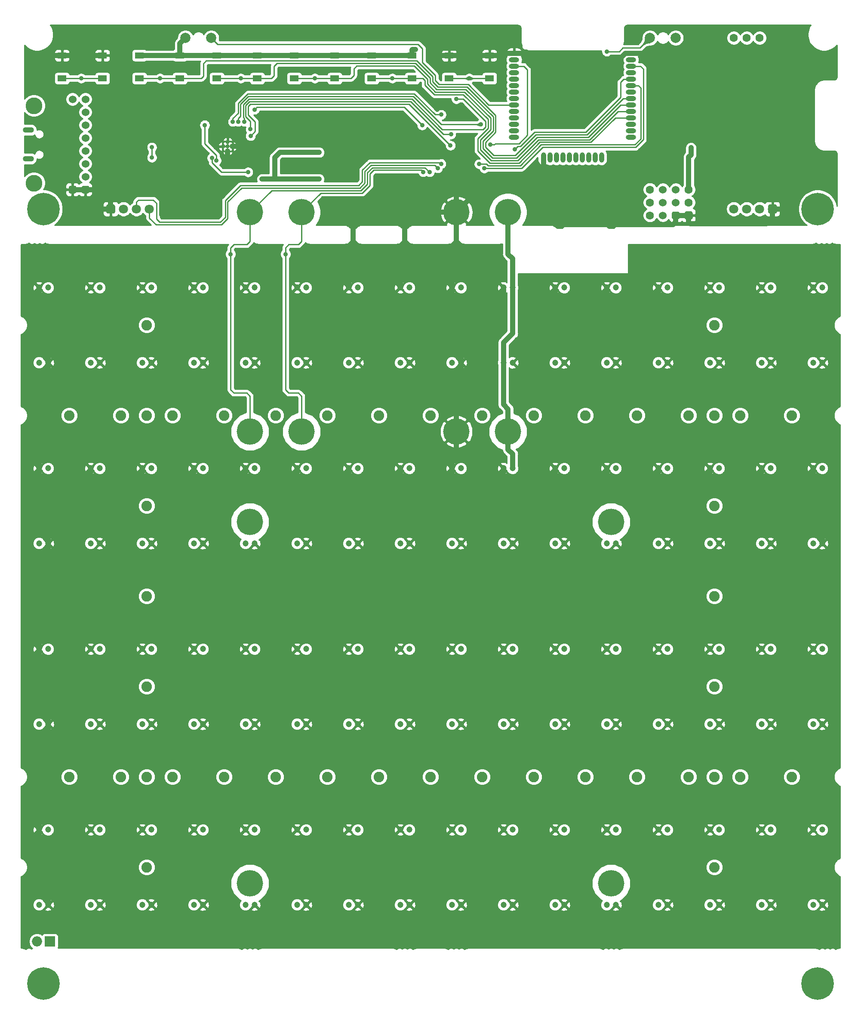
<source format=gbl>
G04 #@! TF.GenerationSoftware,KiCad,Pcbnew,5.0.1-33cea8e~67~ubuntu16.04.1*
G04 #@! TF.CreationDate,2018-10-22T00:09:38+05:30*
G04 #@! TF.ProjectId,ClockIOT,436C6F636B494F542E6B696361645F70,rev 4*
G04 #@! TF.SameCoordinates,Original*
G04 #@! TF.FileFunction,Copper,L2,Bot,Signal*
G04 #@! TF.FilePolarity,Positive*
%FSLAX46Y46*%
G04 Gerber Fmt 4.6, Leading zero omitted, Abs format (unit mm)*
G04 Created by KiCad (PCBNEW 5.0.1-33cea8e~67~ubuntu16.04.1) date Mon Oct 22 00:09:38 2018*
%MOMM*%
%LPD*%
G01*
G04 APERTURE LIST*
G04 #@! TA.AperFunction,ComponentPad*
%ADD10C,3.302000*%
G04 #@! TD*
G04 #@! TA.AperFunction,ComponentPad*
%ADD11C,1.524000*%
G04 #@! TD*
G04 #@! TA.AperFunction,Conductor*
%ADD12C,0.127000*%
G04 #@! TD*
G04 #@! TA.AperFunction,ComponentPad*
%ADD13O,2.200000X1.100000*%
G04 #@! TD*
G04 #@! TA.AperFunction,SMDPad,CuDef*
%ADD14R,1.800000X1.300000*%
G04 #@! TD*
G04 #@! TA.AperFunction,ComponentPad*
%ADD15C,1.200000*%
G04 #@! TD*
G04 #@! TA.AperFunction,ComponentPad*
%ADD16C,5.200000*%
G04 #@! TD*
G04 #@! TA.AperFunction,ComponentPad*
%ADD17C,6.400000*%
G04 #@! TD*
G04 #@! TA.AperFunction,ComponentPad*
%ADD18C,0.800000*%
G04 #@! TD*
G04 #@! TA.AperFunction,ComponentPad*
%ADD19O,2.000000X1.000000*%
G04 #@! TD*
G04 #@! TA.AperFunction,ComponentPad*
%ADD20O,1.000000X2.000000*%
G04 #@! TD*
G04 #@! TA.AperFunction,WasherPad*
%ADD21C,2.082800*%
G04 #@! TD*
G04 #@! TA.AperFunction,ComponentPad*
%ADD22O,2.000000X2.000000*%
G04 #@! TD*
G04 #@! TA.AperFunction,ComponentPad*
%ADD23R,2.000000X2.000000*%
G04 #@! TD*
G04 #@! TA.AperFunction,ComponentPad*
%ADD24C,1.800000*%
G04 #@! TD*
G04 #@! TA.AperFunction,ComponentPad*
%ADD25C,1.600000*%
G04 #@! TD*
G04 #@! TA.AperFunction,ComponentPad*
%ADD26C,2.000000*%
G04 #@! TD*
G04 #@! TA.AperFunction,ViaPad*
%ADD27C,0.900000*%
G04 #@! TD*
G04 #@! TA.AperFunction,Conductor*
%ADD28C,1.016000*%
G04 #@! TD*
G04 #@! TA.AperFunction,Conductor*
%ADD29C,0.254000*%
G04 #@! TD*
G04 #@! TA.AperFunction,Conductor*
%ADD30C,0.250000*%
G04 #@! TD*
G04 #@! TA.AperFunction,Conductor*
%ADD31C,0.025400*%
G04 #@! TD*
G04 APERTURE END LIST*
D10*
G04 #@! TO.P,P3,12*
G04 #@! TO.N,N/C*
X53340000Y-67310000D03*
G04 #@! TO.P,P3,11*
X53340000Y-82550000D03*
D11*
G04 #@! TO.P,P3,6*
X63500000Y-76200000D03*
G04 #@! TO.P,P3,5*
X63500000Y-73660000D03*
G04 #@! TO.P,P3,4*
G04 #@! TO.N,/esp_pwr_uart/USB_D+*
X63500000Y-71120000D03*
G04 #@! TO.P,P3,3*
G04 #@! TO.N,/esp_pwr_uart/USB_D-*
X63500000Y-68580000D03*
G04 #@! TO.P,P3,2*
G04 #@! TO.N,/esp_pwr_uart/VBUS*
X63500000Y-66040000D03*
G04 #@! TO.P,P3,7*
G04 #@! TO.N,N/C*
X63500000Y-78740000D03*
G04 #@! TO.P,P3,8*
X63500000Y-81280000D03*
D12*
G04 #@! TD*
G04 #@! TO.N,GND*
G04 #@! TO.C,P3*
G36*
X63918345Y-83059835D02*
X63955329Y-83065321D01*
X63991598Y-83074406D01*
X64026802Y-83087002D01*
X64060602Y-83102988D01*
X64092672Y-83122210D01*
X64122704Y-83144483D01*
X64150408Y-83169592D01*
X64175517Y-83197296D01*
X64197790Y-83227328D01*
X64217012Y-83259398D01*
X64232998Y-83293198D01*
X64245594Y-83328402D01*
X64254679Y-83364671D01*
X64260165Y-83401655D01*
X64262000Y-83439000D01*
X64262000Y-84201000D01*
X64260165Y-84238345D01*
X64254679Y-84275329D01*
X64245594Y-84311598D01*
X64232998Y-84346802D01*
X64217012Y-84380602D01*
X64197790Y-84412672D01*
X64175517Y-84442704D01*
X64150408Y-84470408D01*
X64122704Y-84495517D01*
X64092672Y-84517790D01*
X64060602Y-84537012D01*
X64026802Y-84552998D01*
X63991598Y-84565594D01*
X63955329Y-84574679D01*
X63918345Y-84580165D01*
X63881000Y-84582000D01*
X63119000Y-84582000D01*
X63081655Y-84580165D01*
X63044671Y-84574679D01*
X63008402Y-84565594D01*
X62973198Y-84552998D01*
X62939398Y-84537012D01*
X62907328Y-84517790D01*
X62877296Y-84495517D01*
X62849592Y-84470408D01*
X62824483Y-84442704D01*
X62802210Y-84412672D01*
X62782988Y-84380602D01*
X62767002Y-84346802D01*
X62754406Y-84311598D01*
X62745321Y-84275329D01*
X62739835Y-84238345D01*
X62738000Y-84201000D01*
X62738000Y-83439000D01*
X62739835Y-83401655D01*
X62745321Y-83364671D01*
X62754406Y-83328402D01*
X62767002Y-83293198D01*
X62782988Y-83259398D01*
X62802210Y-83227328D01*
X62824483Y-83197296D01*
X62849592Y-83169592D01*
X62877296Y-83144483D01*
X62907328Y-83122210D01*
X62939398Y-83102988D01*
X62973198Y-83087002D01*
X63008402Y-83074406D01*
X63044671Y-83065321D01*
X63081655Y-83059835D01*
X63119000Y-83058000D01*
X63881000Y-83058000D01*
X63918345Y-83059835D01*
X63918345Y-83059835D01*
G37*
D11*
G04 #@! TO.P,P3,9*
G04 #@! TO.N,GND*
X63500000Y-83820000D03*
D12*
G04 #@! TD*
G04 #@! TO.N,GND*
G04 #@! TO.C,P3*
G36*
X61378345Y-83059835D02*
X61415329Y-83065321D01*
X61451598Y-83074406D01*
X61486802Y-83087002D01*
X61520602Y-83102988D01*
X61552672Y-83122210D01*
X61582704Y-83144483D01*
X61610408Y-83169592D01*
X61635517Y-83197296D01*
X61657790Y-83227328D01*
X61677012Y-83259398D01*
X61692998Y-83293198D01*
X61705594Y-83328402D01*
X61714679Y-83364671D01*
X61720165Y-83401655D01*
X61722000Y-83439000D01*
X61722000Y-84201000D01*
X61720165Y-84238345D01*
X61714679Y-84275329D01*
X61705594Y-84311598D01*
X61692998Y-84346802D01*
X61677012Y-84380602D01*
X61657790Y-84412672D01*
X61635517Y-84442704D01*
X61610408Y-84470408D01*
X61582704Y-84495517D01*
X61552672Y-84517790D01*
X61520602Y-84537012D01*
X61486802Y-84552998D01*
X61451598Y-84565594D01*
X61415329Y-84574679D01*
X61378345Y-84580165D01*
X61341000Y-84582000D01*
X60579000Y-84582000D01*
X60541655Y-84580165D01*
X60504671Y-84574679D01*
X60468402Y-84565594D01*
X60433198Y-84552998D01*
X60399398Y-84537012D01*
X60367328Y-84517790D01*
X60337296Y-84495517D01*
X60309592Y-84470408D01*
X60284483Y-84442704D01*
X60262210Y-84412672D01*
X60242988Y-84380602D01*
X60227002Y-84346802D01*
X60214406Y-84311598D01*
X60205321Y-84275329D01*
X60199835Y-84238345D01*
X60198000Y-84201000D01*
X60198000Y-83439000D01*
X60199835Y-83401655D01*
X60205321Y-83364671D01*
X60214406Y-83328402D01*
X60227002Y-83293198D01*
X60242988Y-83259398D01*
X60262210Y-83227328D01*
X60284483Y-83197296D01*
X60309592Y-83169592D01*
X60337296Y-83144483D01*
X60367328Y-83122210D01*
X60399398Y-83102988D01*
X60433198Y-83087002D01*
X60468402Y-83074406D01*
X60504671Y-83065321D01*
X60541655Y-83059835D01*
X60579000Y-83058000D01*
X61341000Y-83058000D01*
X61378345Y-83059835D01*
X61378345Y-83059835D01*
G37*
D11*
G04 #@! TO.P,P3,10*
G04 #@! TO.N,GND*
X60960000Y-83820000D03*
G04 #@! TO.P,P3,1*
G04 #@! TO.N,/esp_pwr_uart/VBUS*
X60960000Y-66040000D03*
G04 #@! TD*
D13*
G04 #@! TO.P,P1,6*
G04 #@! TO.N,Net-(L2-Pad2)*
X52250000Y-77765000D03*
X52250000Y-72095000D03*
G04 #@! TD*
D14*
G04 #@! TO.P,S5,2*
G04 #@! TO.N,/SW_D*
X89370000Y-61940000D03*
G04 #@! TO.P,S5,4*
X97320000Y-61940000D03*
G04 #@! TO.P,S5,3*
G04 #@! TO.N,/3V3*
X97320000Y-57440000D03*
G04 #@! TO.P,S5,1*
X89370000Y-57440000D03*
G04 #@! TD*
G04 #@! TO.P,S6,2*
G04 #@! TO.N,/SW_M*
X74130000Y-61940000D03*
G04 #@! TO.P,S6,4*
X82080000Y-61940000D03*
G04 #@! TO.P,S6,3*
G04 #@! TO.N,/3V3*
X82080000Y-57440000D03*
G04 #@! TO.P,S6,1*
X74130000Y-57440000D03*
G04 #@! TD*
G04 #@! TO.P,S4,2*
G04 #@! TO.N,Net-(C21-Pad2)*
X135090000Y-61940000D03*
G04 #@! TO.P,S4,4*
X143040000Y-61940000D03*
G04 #@! TO.P,S4,3*
G04 #@! TO.N,GND*
X143040000Y-57440000D03*
G04 #@! TO.P,S4,1*
X135090000Y-57440000D03*
G04 #@! TD*
G04 #@! TO.P,S2,2*
G04 #@! TO.N,/SW_I*
X104610000Y-61940000D03*
G04 #@! TO.P,S2,4*
X112560000Y-61940000D03*
G04 #@! TO.P,S2,3*
G04 #@! TO.N,/3V3*
X112560000Y-57440000D03*
G04 #@! TO.P,S2,1*
X104610000Y-57440000D03*
G04 #@! TD*
G04 #@! TO.P,S3,2*
G04 #@! TO.N,Net-(C20-Pad1)*
X58890000Y-61940000D03*
G04 #@! TO.P,S3,4*
X66840000Y-61940000D03*
G04 #@! TO.P,S3,3*
G04 #@! TO.N,GND*
X66840000Y-57440000D03*
G04 #@! TO.P,S3,1*
X58890000Y-57440000D03*
G04 #@! TD*
G04 #@! TO.P,S1,2*
G04 #@! TO.N,/SW_E*
X119850000Y-61940000D03*
G04 #@! TO.P,S1,4*
X127800000Y-61940000D03*
G04 #@! TO.P,S1,3*
G04 #@! TO.N,/3V3*
X127800000Y-57440000D03*
G04 #@! TO.P,S1,1*
X119850000Y-57440000D03*
G04 #@! TD*
D15*
G04 #@! TO.P,U123,3*
G04 #@! TO.N,GND*
X106945000Y-224560000D03*
G04 #@! TO.P,U123,4*
G04 #@! TO.N,/5V*
X105145000Y-224560000D03*
G04 #@! TD*
D16*
G04 #@! TO.P,HB54,1*
G04 #@! TO.N,N/C*
X95885000Y-220345000D03*
G04 #@! TD*
G04 #@! TO.P,HB53,1*
G04 #@! TO.N,N/C*
X167005000Y-220345000D03*
G04 #@! TD*
G04 #@! TO.P,HB52,1*
G04 #@! TO.N,N/C*
X167005000Y-149225000D03*
G04 #@! TD*
G04 #@! TO.P,HB51,1*
G04 #@! TO.N,N/C*
X95885000Y-149225000D03*
G04 #@! TD*
D17*
G04 #@! TO.P,HB47,1*
G04 #@! TO.N,N/C*
X55245000Y-87630000D03*
D18*
X57645000Y-87630000D03*
X56942056Y-89327056D03*
X55245000Y-90030000D03*
X53547944Y-89327056D03*
X52845000Y-87630000D03*
X53547944Y-85932944D03*
X55245000Y-85230000D03*
X56942056Y-85932944D03*
G04 #@! TD*
D17*
G04 #@! TO.P,HB48,1*
G04 #@! TO.N,N/C*
X207645000Y-87630000D03*
D18*
X210045000Y-87630000D03*
X209342056Y-89327056D03*
X207645000Y-90030000D03*
X205947944Y-89327056D03*
X205245000Y-87630000D03*
X205947944Y-85932944D03*
X207645000Y-85230000D03*
X209342056Y-85932944D03*
G04 #@! TD*
D17*
G04 #@! TO.P,HB49,1*
G04 #@! TO.N,N/C*
X55245000Y-240030000D03*
D18*
X57645000Y-240030000D03*
X56942056Y-241727056D03*
X55245000Y-242430000D03*
X53547944Y-241727056D03*
X52845000Y-240030000D03*
X53547944Y-238332944D03*
X55245000Y-237630000D03*
X56942056Y-238332944D03*
G04 #@! TD*
D17*
G04 #@! TO.P,HB50,1*
G04 #@! TO.N,N/C*
X207645000Y-240030000D03*
D18*
X210045000Y-240030000D03*
X209342056Y-241727056D03*
X207645000Y-242430000D03*
X205947944Y-241727056D03*
X205245000Y-240030000D03*
X205947944Y-238332944D03*
X207645000Y-237630000D03*
X209342056Y-238332944D03*
G04 #@! TD*
D19*
G04 #@! TO.P,U129,1*
G04 #@! TO.N,GND*
X147885000Y-56980000D03*
G04 #@! TO.P,U129,2*
G04 #@! TO.N,/3V3*
X147885000Y-58250000D03*
G04 #@! TO.P,U129,3*
G04 #@! TO.N,/EN*
X147885000Y-59520000D03*
G04 #@! TO.P,U129,4*
G04 #@! TO.N,/SENSOR_VP*
X147885000Y-60790000D03*
G04 #@! TO.P,U129,5*
G04 #@! TO.N,/SENSOR_VN*
X147885000Y-62060000D03*
G04 #@! TO.P,U129,6*
G04 #@! TO.N,/IO34*
X147885000Y-63330000D03*
G04 #@! TO.P,U129,7*
G04 #@! TO.N,/IO35*
X147885000Y-64600000D03*
G04 #@! TO.P,U129,8*
G04 #@! TO.N,/LDR2*
X147885000Y-65870000D03*
G04 #@! TO.P,U129,9*
G04 #@! TO.N,/LDR1*
X147885000Y-67140000D03*
G04 #@! TO.P,U129,10*
G04 #@! TO.N,/IO25*
X147885000Y-68410000D03*
G04 #@! TO.P,U129,11*
G04 #@! TO.N,/IO26*
X147885000Y-69680000D03*
G04 #@! TO.P,U129,12*
G04 #@! TO.N,/IO27*
X147885000Y-70950000D03*
G04 #@! TO.P,U129,13*
G04 #@! TO.N,/IO14*
X147885000Y-72220000D03*
G04 #@! TO.P,U129,14*
G04 #@! TO.N,/IO12*
X147885000Y-73490000D03*
G04 #@! TO.P,U129,37*
G04 #@! TO.N,/IO23*
X170885000Y-58250000D03*
G04 #@! TO.P,U129,30*
G04 #@! TO.N,/SW_D*
X170885000Y-67140000D03*
G04 #@! TO.P,U129,29*
G04 #@! TO.N,/SW_I*
X170885000Y-68410000D03*
G04 #@! TO.P,U129,35*
G04 #@! TO.N,/TXD0*
X170885000Y-60790000D03*
G04 #@! TO.P,U129,38*
G04 #@! TO.N,GND*
X170885000Y-56980000D03*
G04 #@! TO.P,U129,28*
G04 #@! TO.N,/SW_E*
X170885000Y-69680000D03*
G04 #@! TO.P,U129,33*
G04 #@! TO.N,/SDA*
X170885000Y-63330000D03*
G04 #@! TO.P,U129,25*
G04 #@! TO.N,/IO0*
X170885000Y-73490000D03*
G04 #@! TO.P,U129,26*
G04 #@! TO.N,/DAT_IN*
X170885000Y-72220000D03*
G04 #@! TO.P,U129,31*
G04 #@! TO.N,/SW_M*
X170885000Y-65870000D03*
G04 #@! TO.P,U129,32*
G04 #@! TO.N,/NC*
X170885000Y-64600000D03*
G04 #@! TO.P,U129,34*
G04 #@! TO.N,/RXD0*
X170885000Y-62060000D03*
G04 #@! TO.P,U129,27*
G04 #@! TO.N,/CLK_IN*
X170885000Y-70950000D03*
G04 #@! TO.P,U129,36*
G04 #@! TO.N,/SCL*
X170885000Y-59520000D03*
D20*
G04 #@! TO.P,U129,15*
G04 #@! TO.N,GND*
X153670000Y-77480000D03*
G04 #@! TO.P,U129,16*
G04 #@! TO.N,/IO13*
X154940000Y-77480000D03*
G04 #@! TO.P,U129,17*
G04 #@! TO.N,/SD2*
X156210000Y-77480000D03*
G04 #@! TO.P,U129,18*
G04 #@! TO.N,/SD3*
X157480000Y-77480000D03*
G04 #@! TO.P,U129,19*
G04 #@! TO.N,/CMD*
X158750000Y-77480000D03*
G04 #@! TO.P,U129,21*
G04 #@! TO.N,/SDO*
X161290000Y-77480000D03*
G04 #@! TO.P,U129,22*
G04 #@! TO.N,/SDI*
X162560000Y-77480000D03*
G04 #@! TO.P,U129,23*
G04 #@! TO.N,/IO15*
X163830000Y-77480000D03*
G04 #@! TO.P,U129,24*
G04 #@! TO.N,/IO2*
X165100000Y-77480000D03*
G04 #@! TO.P,U129,20*
G04 #@! TO.N,/CLK*
X160020000Y-77480000D03*
G04 #@! TD*
D21*
G04 #@! TO.P,HB44,*
G04 #@! TO.N,*
X187325000Y-217170000D03*
G04 #@! TD*
G04 #@! TO.P,HB43,*
G04 #@! TO.N,*
X187325000Y-199390000D03*
G04 #@! TD*
G04 #@! TO.P,HB42,*
G04 #@! TO.N,*
X187325000Y-181610000D03*
G04 #@! TD*
G04 #@! TO.P,HB41,*
G04 #@! TO.N,*
X187325000Y-163830000D03*
G04 #@! TD*
G04 #@! TO.P,HB40,*
G04 #@! TO.N,*
X187325000Y-146050000D03*
G04 #@! TD*
G04 #@! TO.P,HB39,*
G04 #@! TO.N,*
X187325000Y-128270000D03*
G04 #@! TD*
G04 #@! TO.P,HB38,*
G04 #@! TO.N,*
X187325000Y-110490000D03*
G04 #@! TD*
G04 #@! TO.P,HB37,*
G04 #@! TO.N,*
X75565000Y-217170000D03*
G04 #@! TD*
G04 #@! TO.P,HB36,*
G04 #@! TO.N,*
X75565000Y-199390000D03*
G04 #@! TD*
G04 #@! TO.P,HB35,*
G04 #@! TO.N,*
X75565000Y-181610000D03*
G04 #@! TD*
G04 #@! TO.P,HB34,*
G04 #@! TO.N,*
X75565000Y-163830000D03*
G04 #@! TD*
G04 #@! TO.P,HB33,*
G04 #@! TO.N,*
X75565000Y-146050000D03*
G04 #@! TD*
G04 #@! TO.P,HB32,*
G04 #@! TO.N,*
X75565000Y-128270000D03*
G04 #@! TD*
G04 #@! TO.P,HB31,*
G04 #@! TO.N,*
X75565000Y-110490000D03*
G04 #@! TD*
G04 #@! TO.P,HB30,*
G04 #@! TO.N,*
X202565000Y-199390000D03*
G04 #@! TD*
G04 #@! TO.P,HB29,*
G04 #@! TO.N,*
X192405000Y-199390000D03*
G04 #@! TD*
G04 #@! TO.P,HB28,*
G04 #@! TO.N,*
X182245000Y-199390000D03*
G04 #@! TD*
G04 #@! TO.P,HB27,*
G04 #@! TO.N,*
X172085000Y-199390000D03*
G04 #@! TD*
G04 #@! TO.P,HB26,*
G04 #@! TO.N,*
X161925000Y-199390000D03*
G04 #@! TD*
G04 #@! TO.P,HB25,*
G04 #@! TO.N,*
X151765000Y-199390000D03*
G04 #@! TD*
G04 #@! TO.P,HB24,*
G04 #@! TO.N,*
X141605000Y-199390000D03*
G04 #@! TD*
G04 #@! TO.P,HB23,*
G04 #@! TO.N,*
X131445000Y-199390000D03*
G04 #@! TD*
G04 #@! TO.P,HB22,*
G04 #@! TO.N,*
X121285000Y-199390000D03*
G04 #@! TD*
G04 #@! TO.P,HB21,*
G04 #@! TO.N,*
X111125000Y-199390000D03*
G04 #@! TD*
G04 #@! TO.P,HB20,*
G04 #@! TO.N,*
X100965000Y-199390000D03*
G04 #@! TD*
G04 #@! TO.P,HB19,*
G04 #@! TO.N,*
X90805000Y-199390000D03*
G04 #@! TD*
G04 #@! TO.P,HB18,*
G04 #@! TO.N,*
X80645000Y-199390000D03*
G04 #@! TD*
G04 #@! TO.P,HB17,*
G04 #@! TO.N,*
X70485000Y-199390000D03*
G04 #@! TD*
G04 #@! TO.P,HB16,*
G04 #@! TO.N,*
X60325000Y-199390000D03*
G04 #@! TD*
G04 #@! TO.P,HB15,*
G04 #@! TO.N,*
X202565000Y-128270000D03*
G04 #@! TD*
G04 #@! TO.P,HB14,*
G04 #@! TO.N,*
X192405000Y-128270000D03*
G04 #@! TD*
G04 #@! TO.P,HB13,*
G04 #@! TO.N,*
X182245000Y-128270000D03*
G04 #@! TD*
G04 #@! TO.P,HB12,*
G04 #@! TO.N,*
X172085000Y-128270000D03*
G04 #@! TD*
G04 #@! TO.P,HB11,*
G04 #@! TO.N,*
X161925000Y-128270000D03*
G04 #@! TD*
G04 #@! TO.P,HB10,*
G04 #@! TO.N,*
X151765000Y-128270000D03*
G04 #@! TD*
G04 #@! TO.P,HB9,*
G04 #@! TO.N,*
X141605000Y-128270000D03*
G04 #@! TD*
G04 #@! TO.P,HB8,*
G04 #@! TO.N,*
X131445000Y-128270000D03*
G04 #@! TD*
G04 #@! TO.P,HB7,*
G04 #@! TO.N,*
X121285000Y-128270000D03*
G04 #@! TD*
G04 #@! TO.P,HB6,*
G04 #@! TO.N,*
X111125000Y-128270000D03*
G04 #@! TD*
G04 #@! TO.P,HB5,*
G04 #@! TO.N,*
X100965000Y-128270000D03*
G04 #@! TD*
G04 #@! TO.P,HB4,*
G04 #@! TO.N,*
X90805000Y-128270000D03*
G04 #@! TD*
G04 #@! TO.P,HB3,*
G04 #@! TO.N,*
X80645000Y-128270000D03*
G04 #@! TD*
G04 #@! TO.P,HB2,*
G04 #@! TO.N,*
X70485000Y-128270000D03*
G04 #@! TD*
G04 #@! TO.P,HB1,*
G04 #@! TO.N,*
X60325000Y-128270000D03*
G04 #@! TD*
D22*
G04 #@! TO.P,P2,2*
G04 #@! TO.N,/CLK_OUT*
X53975000Y-231775000D03*
D23*
G04 #@! TO.P,P2,1*
G04 #@! TO.N,/DAT_OUT*
X56515000Y-231775000D03*
G04 #@! TD*
D24*
G04 #@! TO.P,J25,1*
G04 #@! TO.N,/SCL*
X76073000Y-87630000D03*
G04 #@! TO.P,J25,2*
G04 #@! TO.N,/SDA*
X73533000Y-87630000D03*
G04 #@! TO.P,J25,3*
G04 #@! TO.N,/3V3*
X70993000Y-87630000D03*
D12*
G04 #@! TD*
G04 #@! TO.N,GND*
G04 #@! TO.C,J25*
G36*
X68947108Y-86732167D02*
X68990791Y-86738647D01*
X69033628Y-86749377D01*
X69075208Y-86764254D01*
X69115129Y-86783135D01*
X69153007Y-86805839D01*
X69188477Y-86832145D01*
X69221198Y-86861802D01*
X69250855Y-86894523D01*
X69277161Y-86929993D01*
X69299865Y-86967871D01*
X69318746Y-87007792D01*
X69333623Y-87049372D01*
X69344353Y-87092209D01*
X69350833Y-87135892D01*
X69353000Y-87180000D01*
X69353000Y-88080000D01*
X69350833Y-88124108D01*
X69344353Y-88167791D01*
X69333623Y-88210628D01*
X69318746Y-88252208D01*
X69299865Y-88292129D01*
X69277161Y-88330007D01*
X69250855Y-88365477D01*
X69221198Y-88398198D01*
X69188477Y-88427855D01*
X69153007Y-88454161D01*
X69115129Y-88476865D01*
X69075208Y-88495746D01*
X69033628Y-88510623D01*
X68990791Y-88521353D01*
X68947108Y-88527833D01*
X68903000Y-88530000D01*
X68003000Y-88530000D01*
X67958892Y-88527833D01*
X67915209Y-88521353D01*
X67872372Y-88510623D01*
X67830792Y-88495746D01*
X67790871Y-88476865D01*
X67752993Y-88454161D01*
X67717523Y-88427855D01*
X67684802Y-88398198D01*
X67655145Y-88365477D01*
X67628839Y-88330007D01*
X67606135Y-88292129D01*
X67587254Y-88252208D01*
X67572377Y-88210628D01*
X67561647Y-88167791D01*
X67555167Y-88124108D01*
X67553000Y-88080000D01*
X67553000Y-87180000D01*
X67555167Y-87135892D01*
X67561647Y-87092209D01*
X67572377Y-87049372D01*
X67587254Y-87007792D01*
X67606135Y-86967871D01*
X67628839Y-86929993D01*
X67655145Y-86894523D01*
X67684802Y-86861802D01*
X67717523Y-86832145D01*
X67752993Y-86805839D01*
X67790871Y-86783135D01*
X67830792Y-86764254D01*
X67872372Y-86749377D01*
X67915209Y-86738647D01*
X67958892Y-86732167D01*
X68003000Y-86730000D01*
X68903000Y-86730000D01*
X68947108Y-86732167D01*
X68947108Y-86732167D01*
G37*
D24*
G04 #@! TO.P,J25,4*
G04 #@! TO.N,GND*
X68453000Y-87630000D03*
G04 #@! TD*
G04 #@! TO.P,J24,1*
G04 #@! TO.N,/SCL*
X191135000Y-87630000D03*
G04 #@! TO.P,J24,2*
G04 #@! TO.N,/SDA*
X193675000Y-87630000D03*
G04 #@! TO.P,J24,3*
G04 #@! TO.N,/3V3*
X196215000Y-87630000D03*
D12*
G04 #@! TD*
G04 #@! TO.N,GND*
G04 #@! TO.C,J24*
G36*
X199249108Y-86732167D02*
X199292791Y-86738647D01*
X199335628Y-86749377D01*
X199377208Y-86764254D01*
X199417129Y-86783135D01*
X199455007Y-86805839D01*
X199490477Y-86832145D01*
X199523198Y-86861802D01*
X199552855Y-86894523D01*
X199579161Y-86929993D01*
X199601865Y-86967871D01*
X199620746Y-87007792D01*
X199635623Y-87049372D01*
X199646353Y-87092209D01*
X199652833Y-87135892D01*
X199655000Y-87180000D01*
X199655000Y-88080000D01*
X199652833Y-88124108D01*
X199646353Y-88167791D01*
X199635623Y-88210628D01*
X199620746Y-88252208D01*
X199601865Y-88292129D01*
X199579161Y-88330007D01*
X199552855Y-88365477D01*
X199523198Y-88398198D01*
X199490477Y-88427855D01*
X199455007Y-88454161D01*
X199417129Y-88476865D01*
X199377208Y-88495746D01*
X199335628Y-88510623D01*
X199292791Y-88521353D01*
X199249108Y-88527833D01*
X199205000Y-88530000D01*
X198305000Y-88530000D01*
X198260892Y-88527833D01*
X198217209Y-88521353D01*
X198174372Y-88510623D01*
X198132792Y-88495746D01*
X198092871Y-88476865D01*
X198054993Y-88454161D01*
X198019523Y-88427855D01*
X197986802Y-88398198D01*
X197957145Y-88365477D01*
X197930839Y-88330007D01*
X197908135Y-88292129D01*
X197889254Y-88252208D01*
X197874377Y-88210628D01*
X197863647Y-88167791D01*
X197857167Y-88124108D01*
X197855000Y-88080000D01*
X197855000Y-87180000D01*
X197857167Y-87135892D01*
X197863647Y-87092209D01*
X197874377Y-87049372D01*
X197889254Y-87007792D01*
X197908135Y-86967871D01*
X197930839Y-86929993D01*
X197957145Y-86894523D01*
X197986802Y-86861802D01*
X198019523Y-86832145D01*
X198054993Y-86805839D01*
X198092871Y-86783135D01*
X198132792Y-86764254D01*
X198174372Y-86749377D01*
X198217209Y-86738647D01*
X198260892Y-86732167D01*
X198305000Y-86730000D01*
X199205000Y-86730000D01*
X199249108Y-86732167D01*
X199249108Y-86732167D01*
G37*
D24*
G04 #@! TO.P,J24,4*
G04 #@! TO.N,GND*
X198755000Y-87630000D03*
G04 #@! TD*
D11*
G04 #@! TO.P,J20,5*
G04 #@! TO.N,/RST*
X177165000Y-88900000D03*
D12*
G04 #@! TD*
G04 #@! TO.N,GND*
G04 #@! TO.C,J20*
G36*
X180123345Y-88139835D02*
X180160329Y-88145321D01*
X180196598Y-88154406D01*
X180231802Y-88167002D01*
X180265602Y-88182988D01*
X180297672Y-88202210D01*
X180327704Y-88224483D01*
X180355408Y-88249592D01*
X180380517Y-88277296D01*
X180402790Y-88307328D01*
X180422012Y-88339398D01*
X180437998Y-88373198D01*
X180450594Y-88408402D01*
X180459679Y-88444671D01*
X180465165Y-88481655D01*
X180467000Y-88519000D01*
X180467000Y-89281000D01*
X180465165Y-89318345D01*
X180459679Y-89355329D01*
X180450594Y-89391598D01*
X180437998Y-89426802D01*
X180422012Y-89460602D01*
X180402790Y-89492672D01*
X180380517Y-89522704D01*
X180355408Y-89550408D01*
X180327704Y-89575517D01*
X180297672Y-89597790D01*
X180265602Y-89617012D01*
X180231802Y-89632998D01*
X180196598Y-89645594D01*
X180160329Y-89654679D01*
X180123345Y-89660165D01*
X180086000Y-89662000D01*
X179324000Y-89662000D01*
X179286655Y-89660165D01*
X179249671Y-89654679D01*
X179213402Y-89645594D01*
X179178198Y-89632998D01*
X179144398Y-89617012D01*
X179112328Y-89597790D01*
X179082296Y-89575517D01*
X179054592Y-89550408D01*
X179029483Y-89522704D01*
X179007210Y-89492672D01*
X178987988Y-89460602D01*
X178972002Y-89426802D01*
X178959406Y-89391598D01*
X178950321Y-89355329D01*
X178944835Y-89318345D01*
X178943000Y-89281000D01*
X178943000Y-88519000D01*
X178944835Y-88481655D01*
X178950321Y-88444671D01*
X178959406Y-88408402D01*
X178972002Y-88373198D01*
X178987988Y-88339398D01*
X179007210Y-88307328D01*
X179029483Y-88277296D01*
X179054592Y-88249592D01*
X179082296Y-88224483D01*
X179112328Y-88202210D01*
X179144398Y-88182988D01*
X179178198Y-88167002D01*
X179213402Y-88154406D01*
X179249671Y-88145321D01*
X179286655Y-88139835D01*
X179324000Y-88138000D01*
X180086000Y-88138000D01*
X180123345Y-88139835D01*
X180123345Y-88139835D01*
G37*
D11*
G04 #@! TO.P,J20,6*
G04 #@! TO.N,GND*
X179705000Y-88900000D03*
G04 #@! TO.P,J20,3*
G04 #@! TO.N,/SCK*
X177165000Y-86360000D03*
G04 #@! TO.P,J20,4*
G04 #@! TO.N,/MOSI*
X179705000Y-86360000D03*
G04 #@! TO.P,J20,1*
G04 #@! TO.N,/MISO*
X177165000Y-83820000D03*
G04 #@! TO.P,J20,2*
G04 #@! TO.N,/3V3*
X179705000Y-83820000D03*
G04 #@! TD*
D16*
G04 #@! TO.P,J8,1*
G04 #@! TO.N,GND*
X136525000Y-88265000D03*
G04 #@! TD*
G04 #@! TO.P,J7,1*
G04 #@! TO.N,/5V*
X146685000Y-88265000D03*
G04 #@! TD*
G04 #@! TO.P,J2,1*
G04 #@! TO.N,/DAT_IN*
X106045000Y-88265000D03*
G04 #@! TD*
G04 #@! TO.P,J1,1*
G04 #@! TO.N,/CLK_IN*
X95885000Y-88265000D03*
G04 #@! TD*
G04 #@! TO.P,J9,1*
G04 #@! TO.N,/CLK_IN*
X95885000Y-131445000D03*
G04 #@! TD*
G04 #@! TO.P,J10,1*
G04 #@! TO.N,/DAT_IN*
X106045000Y-131445000D03*
G04 #@! TD*
G04 #@! TO.P,J15,1*
G04 #@! TO.N,/5V*
X146685000Y-131445000D03*
G04 #@! TD*
G04 #@! TO.P,J16,1*
G04 #@! TO.N,GND*
X136525000Y-131445000D03*
G04 #@! TD*
D25*
G04 #@! TO.P,TP1,1*
G04 #@! TO.N,/rtc_ds3231/RESET*
X191135000Y-53975000D03*
G04 #@! TD*
D12*
G04 #@! TO.N,GND*
G04 #@! TO.C,J23*
G36*
X182684207Y-88101926D02*
X182723036Y-88107686D01*
X182761114Y-88117224D01*
X182798073Y-88130448D01*
X182833559Y-88147231D01*
X182867228Y-88167412D01*
X182898757Y-88190796D01*
X182927843Y-88217157D01*
X182954204Y-88246243D01*
X182977588Y-88277772D01*
X182997769Y-88311441D01*
X183014552Y-88346927D01*
X183027776Y-88383886D01*
X183037314Y-88421964D01*
X183043074Y-88460793D01*
X183045000Y-88500000D01*
X183045000Y-89300000D01*
X183043074Y-89339207D01*
X183037314Y-89378036D01*
X183027776Y-89416114D01*
X183014552Y-89453073D01*
X182997769Y-89488559D01*
X182977588Y-89522228D01*
X182954204Y-89553757D01*
X182927843Y-89582843D01*
X182898757Y-89609204D01*
X182867228Y-89632588D01*
X182833559Y-89652769D01*
X182798073Y-89669552D01*
X182761114Y-89682776D01*
X182723036Y-89692314D01*
X182684207Y-89698074D01*
X182645000Y-89700000D01*
X181845000Y-89700000D01*
X181805793Y-89698074D01*
X181766964Y-89692314D01*
X181728886Y-89682776D01*
X181691927Y-89669552D01*
X181656441Y-89652769D01*
X181622772Y-89632588D01*
X181591243Y-89609204D01*
X181562157Y-89582843D01*
X181535796Y-89553757D01*
X181512412Y-89522228D01*
X181492231Y-89488559D01*
X181475448Y-89453073D01*
X181462224Y-89416114D01*
X181452686Y-89378036D01*
X181446926Y-89339207D01*
X181445000Y-89300000D01*
X181445000Y-88500000D01*
X181446926Y-88460793D01*
X181452686Y-88421964D01*
X181462224Y-88383886D01*
X181475448Y-88346927D01*
X181492231Y-88311441D01*
X181512412Y-88277772D01*
X181535796Y-88246243D01*
X181562157Y-88217157D01*
X181591243Y-88190796D01*
X181622772Y-88167412D01*
X181656441Y-88147231D01*
X181691927Y-88130448D01*
X181728886Y-88117224D01*
X181766964Y-88107686D01*
X181805793Y-88101926D01*
X181845000Y-88100000D01*
X182645000Y-88100000D01*
X182684207Y-88101926D01*
X182684207Y-88101926D01*
G37*
D25*
G04 #@! TD*
G04 #@! TO.P,J23,1*
G04 #@! TO.N,GND*
X182245000Y-88900000D03*
G04 #@! TO.P,J22,1*
G04 #@! TO.N,/RST*
X174625000Y-88900000D03*
G04 #@! TD*
G04 #@! TO.P,J21,1*
G04 #@! TO.N,/MOSI*
X182245000Y-86360000D03*
G04 #@! TD*
G04 #@! TO.P,J19,1*
G04 #@! TO.N,/SCK*
X174625000Y-86360000D03*
G04 #@! TD*
G04 #@! TO.P,J18,1*
G04 #@! TO.N,/3V3*
X182245000Y-83820000D03*
G04 #@! TD*
G04 #@! TO.P,J17,1*
G04 #@! TO.N,/MISO*
X174625000Y-83820000D03*
G04 #@! TD*
G04 #@! TO.P,TP3,1*
G04 #@! TO.N,/rtc_ds3231/32kHz*
X196215000Y-53975000D03*
G04 #@! TD*
G04 #@! TO.P,TP2,1*
G04 #@! TO.N,/rtc_ds3231/SQR*
X193675000Y-53975000D03*
G04 #@! TD*
D26*
G04 #@! TO.P,LDR1,2*
G04 #@! TO.N,/LDR1*
X88265000Y-53975000D03*
G04 #@! TO.P,LDR1,1*
G04 #@! TO.N,/3V3*
X83185000Y-53975000D03*
G04 #@! TD*
G04 #@! TO.P,LDR2,2*
G04 #@! TO.N,/LDR2*
X174625000Y-53975000D03*
G04 #@! TO.P,LDR2,1*
G04 #@! TO.N,/3V3*
X179705000Y-53975000D03*
G04 #@! TD*
D15*
G04 #@! TO.P,U127,3*
G04 #@! TO.N,GND*
X66305000Y-224560000D03*
G04 #@! TO.P,U127,4*
G04 #@! TO.N,/5V*
X64505000Y-224560000D03*
G04 #@! TD*
G04 #@! TO.P,U18,3*
G04 #@! TO.N,GND*
X198385000Y-117880000D03*
G04 #@! TO.P,U18,4*
G04 #@! TO.N,/5V*
X196585000Y-117880000D03*
G04 #@! TD*
G04 #@! TO.P,U1,3*
G04 #@! TO.N,GND*
X54345000Y-103100000D03*
G04 #@! TO.P,U1,4*
G04 #@! TO.N,/5V*
X56145000Y-103100000D03*
G04 #@! TD*
G04 #@! TO.P,U3,3*
G04 #@! TO.N,GND*
X74665000Y-103100000D03*
G04 #@! TO.P,U3,4*
G04 #@! TO.N,/5V*
X76465000Y-103100000D03*
G04 #@! TD*
G04 #@! TO.P,U4,3*
G04 #@! TO.N,GND*
X84825000Y-103100000D03*
G04 #@! TO.P,U4,4*
G04 #@! TO.N,/5V*
X86625000Y-103100000D03*
G04 #@! TD*
G04 #@! TO.P,U5,3*
G04 #@! TO.N,GND*
X94985000Y-103100000D03*
G04 #@! TO.P,U5,4*
G04 #@! TO.N,/5V*
X96785000Y-103100000D03*
G04 #@! TD*
G04 #@! TO.P,U6,3*
G04 #@! TO.N,GND*
X105145000Y-103100000D03*
G04 #@! TO.P,U6,4*
G04 #@! TO.N,/5V*
X106945000Y-103100000D03*
G04 #@! TD*
G04 #@! TO.P,U7,3*
G04 #@! TO.N,GND*
X115305000Y-103100000D03*
G04 #@! TO.P,U7,4*
G04 #@! TO.N,/5V*
X117105000Y-103100000D03*
G04 #@! TD*
G04 #@! TO.P,U8,3*
G04 #@! TO.N,GND*
X125465000Y-103100000D03*
G04 #@! TO.P,U8,4*
G04 #@! TO.N,/5V*
X127265000Y-103100000D03*
G04 #@! TD*
G04 #@! TO.P,U9,3*
G04 #@! TO.N,GND*
X135625000Y-103100000D03*
G04 #@! TO.P,U9,4*
G04 #@! TO.N,/5V*
X137425000Y-103100000D03*
G04 #@! TD*
G04 #@! TO.P,U10,3*
G04 #@! TO.N,GND*
X145785000Y-103100000D03*
G04 #@! TO.P,U10,4*
G04 #@! TO.N,/5V*
X147585000Y-103100000D03*
G04 #@! TD*
G04 #@! TO.P,U11,3*
G04 #@! TO.N,GND*
X155945000Y-103100000D03*
G04 #@! TO.P,U11,4*
G04 #@! TO.N,/5V*
X157745000Y-103100000D03*
G04 #@! TD*
G04 #@! TO.P,U12,3*
G04 #@! TO.N,GND*
X166105000Y-103100000D03*
G04 #@! TO.P,U12,4*
G04 #@! TO.N,/5V*
X167905000Y-103100000D03*
G04 #@! TD*
G04 #@! TO.P,U13,3*
G04 #@! TO.N,GND*
X176265000Y-103100000D03*
G04 #@! TO.P,U13,4*
G04 #@! TO.N,/5V*
X178065000Y-103100000D03*
G04 #@! TD*
G04 #@! TO.P,U14,3*
G04 #@! TO.N,GND*
X186425000Y-103100000D03*
G04 #@! TO.P,U14,4*
G04 #@! TO.N,/5V*
X188225000Y-103100000D03*
G04 #@! TD*
G04 #@! TO.P,U15,3*
G04 #@! TO.N,GND*
X196585000Y-103100000D03*
G04 #@! TO.P,U15,4*
G04 #@! TO.N,/5V*
X198385000Y-103100000D03*
G04 #@! TD*
G04 #@! TO.P,U16,3*
G04 #@! TO.N,GND*
X206745000Y-103100000D03*
G04 #@! TO.P,U16,4*
G04 #@! TO.N,/5V*
X208545000Y-103100000D03*
G04 #@! TD*
G04 #@! TO.P,U17,3*
G04 #@! TO.N,GND*
X208545000Y-117880000D03*
G04 #@! TO.P,U17,4*
G04 #@! TO.N,/5V*
X206745000Y-117880000D03*
G04 #@! TD*
G04 #@! TO.P,U19,3*
G04 #@! TO.N,GND*
X188225000Y-117880000D03*
G04 #@! TO.P,U19,4*
G04 #@! TO.N,/5V*
X186425000Y-117880000D03*
G04 #@! TD*
G04 #@! TO.P,U20,3*
G04 #@! TO.N,GND*
X178065000Y-117880000D03*
G04 #@! TO.P,U20,4*
G04 #@! TO.N,/5V*
X176265000Y-117880000D03*
G04 #@! TD*
G04 #@! TO.P,U21,3*
G04 #@! TO.N,GND*
X167905000Y-117880000D03*
G04 #@! TO.P,U21,4*
G04 #@! TO.N,/5V*
X166105000Y-117880000D03*
G04 #@! TD*
G04 #@! TO.P,U22,3*
G04 #@! TO.N,GND*
X157745000Y-117880000D03*
G04 #@! TO.P,U22,4*
G04 #@! TO.N,/5V*
X155945000Y-117880000D03*
G04 #@! TD*
G04 #@! TO.P,U23,3*
G04 #@! TO.N,GND*
X147585000Y-117880000D03*
G04 #@! TO.P,U23,4*
G04 #@! TO.N,/5V*
X145785000Y-117880000D03*
G04 #@! TD*
G04 #@! TO.P,U24,3*
G04 #@! TO.N,GND*
X137425000Y-117880000D03*
G04 #@! TO.P,U24,4*
G04 #@! TO.N,/5V*
X135625000Y-117880000D03*
G04 #@! TD*
G04 #@! TO.P,U25,3*
G04 #@! TO.N,GND*
X127265000Y-117880000D03*
G04 #@! TO.P,U25,4*
G04 #@! TO.N,/5V*
X125465000Y-117880000D03*
G04 #@! TD*
G04 #@! TO.P,U26,3*
G04 #@! TO.N,GND*
X117105000Y-117880000D03*
G04 #@! TO.P,U26,4*
G04 #@! TO.N,/5V*
X115305000Y-117880000D03*
G04 #@! TD*
G04 #@! TO.P,U27,3*
G04 #@! TO.N,GND*
X106945000Y-117880000D03*
G04 #@! TO.P,U27,4*
G04 #@! TO.N,/5V*
X105145000Y-117880000D03*
G04 #@! TD*
G04 #@! TO.P,U28,3*
G04 #@! TO.N,GND*
X96785000Y-117880000D03*
G04 #@! TO.P,U28,4*
G04 #@! TO.N,/5V*
X94985000Y-117880000D03*
G04 #@! TD*
G04 #@! TO.P,U29,3*
G04 #@! TO.N,GND*
X86625000Y-117880000D03*
G04 #@! TO.P,U29,4*
G04 #@! TO.N,/5V*
X84825000Y-117880000D03*
G04 #@! TD*
G04 #@! TO.P,U30,3*
G04 #@! TO.N,GND*
X76465000Y-117880000D03*
G04 #@! TO.P,U30,4*
G04 #@! TO.N,/5V*
X74665000Y-117880000D03*
G04 #@! TD*
G04 #@! TO.P,U31,3*
G04 #@! TO.N,GND*
X66305000Y-117880000D03*
G04 #@! TO.P,U31,4*
G04 #@! TO.N,/5V*
X64505000Y-117880000D03*
G04 #@! TD*
G04 #@! TO.P,U32,3*
G04 #@! TO.N,GND*
X56145000Y-117880000D03*
G04 #@! TO.P,U32,4*
G04 #@! TO.N,/5V*
X54345000Y-117880000D03*
G04 #@! TD*
G04 #@! TO.P,U33,3*
G04 #@! TO.N,GND*
X54345000Y-138660000D03*
G04 #@! TO.P,U33,4*
G04 #@! TO.N,/5V*
X56145000Y-138660000D03*
G04 #@! TD*
G04 #@! TO.P,U34,3*
G04 #@! TO.N,GND*
X64505000Y-138660000D03*
G04 #@! TO.P,U34,4*
G04 #@! TO.N,/5V*
X66305000Y-138660000D03*
G04 #@! TD*
G04 #@! TO.P,U35,3*
G04 #@! TO.N,GND*
X74665000Y-138660000D03*
G04 #@! TO.P,U35,4*
G04 #@! TO.N,/5V*
X76465000Y-138660000D03*
G04 #@! TD*
G04 #@! TO.P,U36,3*
G04 #@! TO.N,GND*
X84825000Y-138660000D03*
G04 #@! TO.P,U36,4*
G04 #@! TO.N,/5V*
X86625000Y-138660000D03*
G04 #@! TD*
G04 #@! TO.P,U37,3*
G04 #@! TO.N,GND*
X94985000Y-138660000D03*
G04 #@! TO.P,U37,4*
G04 #@! TO.N,/5V*
X96785000Y-138660000D03*
G04 #@! TD*
G04 #@! TO.P,U38,3*
G04 #@! TO.N,GND*
X105145000Y-138660000D03*
G04 #@! TO.P,U38,4*
G04 #@! TO.N,/5V*
X106945000Y-138660000D03*
G04 #@! TD*
G04 #@! TO.P,U39,3*
G04 #@! TO.N,GND*
X115305000Y-138660000D03*
G04 #@! TO.P,U39,4*
G04 #@! TO.N,/5V*
X117105000Y-138660000D03*
G04 #@! TD*
G04 #@! TO.P,U40,3*
G04 #@! TO.N,GND*
X125465000Y-138660000D03*
G04 #@! TO.P,U40,4*
G04 #@! TO.N,/5V*
X127265000Y-138660000D03*
G04 #@! TD*
G04 #@! TO.P,U41,3*
G04 #@! TO.N,GND*
X135625000Y-138660000D03*
G04 #@! TO.P,U41,4*
G04 #@! TO.N,/5V*
X137425000Y-138660000D03*
G04 #@! TD*
G04 #@! TO.P,U42,3*
G04 #@! TO.N,GND*
X145785000Y-138660000D03*
G04 #@! TO.P,U42,4*
G04 #@! TO.N,/5V*
X147585000Y-138660000D03*
G04 #@! TD*
G04 #@! TO.P,U43,3*
G04 #@! TO.N,GND*
X155945000Y-138660000D03*
G04 #@! TO.P,U43,4*
G04 #@! TO.N,/5V*
X157745000Y-138660000D03*
G04 #@! TD*
G04 #@! TO.P,U44,3*
G04 #@! TO.N,GND*
X166105000Y-138660000D03*
G04 #@! TO.P,U44,4*
G04 #@! TO.N,/5V*
X167905000Y-138660000D03*
G04 #@! TD*
G04 #@! TO.P,U45,3*
G04 #@! TO.N,GND*
X176265000Y-138660000D03*
G04 #@! TO.P,U45,4*
G04 #@! TO.N,/5V*
X178065000Y-138660000D03*
G04 #@! TD*
G04 #@! TO.P,U46,3*
G04 #@! TO.N,GND*
X186425000Y-138660000D03*
G04 #@! TO.P,U46,4*
G04 #@! TO.N,/5V*
X188225000Y-138660000D03*
G04 #@! TD*
G04 #@! TO.P,U47,3*
G04 #@! TO.N,GND*
X196585000Y-138660000D03*
G04 #@! TO.P,U47,4*
G04 #@! TO.N,/5V*
X198385000Y-138660000D03*
G04 #@! TD*
G04 #@! TO.P,U48,3*
G04 #@! TO.N,GND*
X206745000Y-138660000D03*
G04 #@! TO.P,U48,4*
G04 #@! TO.N,/5V*
X208545000Y-138660000D03*
G04 #@! TD*
G04 #@! TO.P,U49,3*
G04 #@! TO.N,GND*
X208545000Y-153440000D03*
G04 #@! TO.P,U49,4*
G04 #@! TO.N,/5V*
X206745000Y-153440000D03*
G04 #@! TD*
G04 #@! TO.P,U50,3*
G04 #@! TO.N,GND*
X198385000Y-153440000D03*
G04 #@! TO.P,U50,4*
G04 #@! TO.N,/5V*
X196585000Y-153440000D03*
G04 #@! TD*
G04 #@! TO.P,U51,3*
G04 #@! TO.N,GND*
X188225000Y-153440000D03*
G04 #@! TO.P,U51,4*
G04 #@! TO.N,/5V*
X186425000Y-153440000D03*
G04 #@! TD*
G04 #@! TO.P,U52,3*
G04 #@! TO.N,GND*
X178065000Y-153440000D03*
G04 #@! TO.P,U52,4*
G04 #@! TO.N,/5V*
X176265000Y-153440000D03*
G04 #@! TD*
G04 #@! TO.P,U53,3*
G04 #@! TO.N,GND*
X167905000Y-153440000D03*
G04 #@! TO.P,U53,4*
G04 #@! TO.N,/5V*
X166105000Y-153440000D03*
G04 #@! TD*
G04 #@! TO.P,U54,3*
G04 #@! TO.N,GND*
X157745000Y-153440000D03*
G04 #@! TO.P,U54,4*
G04 #@! TO.N,/5V*
X155945000Y-153440000D03*
G04 #@! TD*
G04 #@! TO.P,U55,3*
G04 #@! TO.N,GND*
X147585000Y-153440000D03*
G04 #@! TO.P,U55,4*
G04 #@! TO.N,/5V*
X145785000Y-153440000D03*
G04 #@! TD*
G04 #@! TO.P,U56,3*
G04 #@! TO.N,GND*
X137425000Y-153440000D03*
G04 #@! TO.P,U56,4*
G04 #@! TO.N,/5V*
X135625000Y-153440000D03*
G04 #@! TD*
G04 #@! TO.P,U57,3*
G04 #@! TO.N,GND*
X127265000Y-153440000D03*
G04 #@! TO.P,U57,4*
G04 #@! TO.N,/5V*
X125465000Y-153440000D03*
G04 #@! TD*
G04 #@! TO.P,U58,3*
G04 #@! TO.N,GND*
X117105000Y-153440000D03*
G04 #@! TO.P,U58,4*
G04 #@! TO.N,/5V*
X115305000Y-153440000D03*
G04 #@! TD*
G04 #@! TO.P,U59,3*
G04 #@! TO.N,GND*
X106945000Y-153440000D03*
G04 #@! TO.P,U59,4*
G04 #@! TO.N,/5V*
X105145000Y-153440000D03*
G04 #@! TD*
G04 #@! TO.P,U60,3*
G04 #@! TO.N,GND*
X96785000Y-153440000D03*
G04 #@! TO.P,U60,4*
G04 #@! TO.N,/5V*
X94985000Y-153440000D03*
G04 #@! TD*
G04 #@! TO.P,U61,3*
G04 #@! TO.N,GND*
X86625000Y-153440000D03*
G04 #@! TO.P,U61,4*
G04 #@! TO.N,/5V*
X84825000Y-153440000D03*
G04 #@! TD*
G04 #@! TO.P,U62,3*
G04 #@! TO.N,GND*
X76465000Y-153440000D03*
G04 #@! TO.P,U62,4*
G04 #@! TO.N,/5V*
X74665000Y-153440000D03*
G04 #@! TD*
G04 #@! TO.P,U63,3*
G04 #@! TO.N,GND*
X66305000Y-153440000D03*
G04 #@! TO.P,U63,4*
G04 #@! TO.N,/5V*
X64505000Y-153440000D03*
G04 #@! TD*
G04 #@! TO.P,U64,3*
G04 #@! TO.N,GND*
X56145000Y-153440000D03*
G04 #@! TO.P,U64,4*
G04 #@! TO.N,/5V*
X54345000Y-153440000D03*
G04 #@! TD*
G04 #@! TO.P,U65,3*
G04 #@! TO.N,GND*
X54345000Y-174220000D03*
G04 #@! TO.P,U65,4*
G04 #@! TO.N,/5V*
X56145000Y-174220000D03*
G04 #@! TD*
G04 #@! TO.P,U66,3*
G04 #@! TO.N,GND*
X64505000Y-174220000D03*
G04 #@! TO.P,U66,4*
G04 #@! TO.N,/5V*
X66305000Y-174220000D03*
G04 #@! TD*
G04 #@! TO.P,U67,3*
G04 #@! TO.N,GND*
X74665000Y-174220000D03*
G04 #@! TO.P,U67,4*
G04 #@! TO.N,/5V*
X76465000Y-174220000D03*
G04 #@! TD*
G04 #@! TO.P,U68,3*
G04 #@! TO.N,GND*
X84825000Y-174220000D03*
G04 #@! TO.P,U68,4*
G04 #@! TO.N,/5V*
X86625000Y-174220000D03*
G04 #@! TD*
G04 #@! TO.P,U69,3*
G04 #@! TO.N,GND*
X94985000Y-174220000D03*
G04 #@! TO.P,U69,4*
G04 #@! TO.N,/5V*
X96785000Y-174220000D03*
G04 #@! TD*
G04 #@! TO.P,U70,3*
G04 #@! TO.N,GND*
X105145000Y-174220000D03*
G04 #@! TO.P,U70,4*
G04 #@! TO.N,/5V*
X106945000Y-174220000D03*
G04 #@! TD*
G04 #@! TO.P,U71,3*
G04 #@! TO.N,GND*
X115305000Y-174220000D03*
G04 #@! TO.P,U71,4*
G04 #@! TO.N,/5V*
X117105000Y-174220000D03*
G04 #@! TD*
G04 #@! TO.P,U72,3*
G04 #@! TO.N,GND*
X125465000Y-174220000D03*
G04 #@! TO.P,U72,4*
G04 #@! TO.N,/5V*
X127265000Y-174220000D03*
G04 #@! TD*
G04 #@! TO.P,U73,3*
G04 #@! TO.N,GND*
X135625000Y-174220000D03*
G04 #@! TO.P,U73,4*
G04 #@! TO.N,/5V*
X137425000Y-174220000D03*
G04 #@! TD*
G04 #@! TO.P,U74,3*
G04 #@! TO.N,GND*
X145785000Y-174220000D03*
G04 #@! TO.P,U74,4*
G04 #@! TO.N,/5V*
X147585000Y-174220000D03*
G04 #@! TD*
G04 #@! TO.P,U75,3*
G04 #@! TO.N,GND*
X155945000Y-174220000D03*
G04 #@! TO.P,U75,4*
G04 #@! TO.N,/5V*
X157745000Y-174220000D03*
G04 #@! TD*
G04 #@! TO.P,U76,3*
G04 #@! TO.N,GND*
X166105000Y-174220000D03*
G04 #@! TO.P,U76,4*
G04 #@! TO.N,/5V*
X167905000Y-174220000D03*
G04 #@! TD*
G04 #@! TO.P,U77,3*
G04 #@! TO.N,GND*
X176265000Y-174220000D03*
G04 #@! TO.P,U77,4*
G04 #@! TO.N,/5V*
X178065000Y-174220000D03*
G04 #@! TD*
G04 #@! TO.P,U78,3*
G04 #@! TO.N,GND*
X186425000Y-174220000D03*
G04 #@! TO.P,U78,4*
G04 #@! TO.N,/5V*
X188225000Y-174220000D03*
G04 #@! TD*
G04 #@! TO.P,U79,3*
G04 #@! TO.N,GND*
X196585000Y-174220000D03*
G04 #@! TO.P,U79,4*
G04 #@! TO.N,/5V*
X198385000Y-174220000D03*
G04 #@! TD*
G04 #@! TO.P,U80,3*
G04 #@! TO.N,GND*
X206745000Y-174220000D03*
G04 #@! TO.P,U80,4*
G04 #@! TO.N,/5V*
X208545000Y-174220000D03*
G04 #@! TD*
G04 #@! TO.P,U81,3*
G04 #@! TO.N,GND*
X208545000Y-189000000D03*
G04 #@! TO.P,U81,4*
G04 #@! TO.N,/5V*
X206745000Y-189000000D03*
G04 #@! TD*
G04 #@! TO.P,U82,3*
G04 #@! TO.N,GND*
X198385000Y-189000000D03*
G04 #@! TO.P,U82,4*
G04 #@! TO.N,/5V*
X196585000Y-189000000D03*
G04 #@! TD*
G04 #@! TO.P,U83,3*
G04 #@! TO.N,GND*
X188225000Y-189000000D03*
G04 #@! TO.P,U83,4*
G04 #@! TO.N,/5V*
X186425000Y-189000000D03*
G04 #@! TD*
G04 #@! TO.P,U84,3*
G04 #@! TO.N,GND*
X178065000Y-189000000D03*
G04 #@! TO.P,U84,4*
G04 #@! TO.N,/5V*
X176265000Y-189000000D03*
G04 #@! TD*
G04 #@! TO.P,U85,3*
G04 #@! TO.N,GND*
X167905000Y-189000000D03*
G04 #@! TO.P,U85,4*
G04 #@! TO.N,/5V*
X166105000Y-189000000D03*
G04 #@! TD*
G04 #@! TO.P,U86,3*
G04 #@! TO.N,GND*
X157745000Y-189000000D03*
G04 #@! TO.P,U86,4*
G04 #@! TO.N,/5V*
X155945000Y-189000000D03*
G04 #@! TD*
G04 #@! TO.P,U87,3*
G04 #@! TO.N,GND*
X147585000Y-189000000D03*
G04 #@! TO.P,U87,4*
G04 #@! TO.N,/5V*
X145785000Y-189000000D03*
G04 #@! TD*
G04 #@! TO.P,U88,3*
G04 #@! TO.N,GND*
X137425000Y-189000000D03*
G04 #@! TO.P,U88,4*
G04 #@! TO.N,/5V*
X135625000Y-189000000D03*
G04 #@! TD*
G04 #@! TO.P,U89,3*
G04 #@! TO.N,GND*
X127265000Y-189000000D03*
G04 #@! TO.P,U89,4*
G04 #@! TO.N,/5V*
X125465000Y-189000000D03*
G04 #@! TD*
G04 #@! TO.P,U90,3*
G04 #@! TO.N,GND*
X117105000Y-189000000D03*
G04 #@! TO.P,U90,4*
G04 #@! TO.N,/5V*
X115305000Y-189000000D03*
G04 #@! TD*
G04 #@! TO.P,U91,3*
G04 #@! TO.N,GND*
X106945000Y-189000000D03*
G04 #@! TO.P,U91,4*
G04 #@! TO.N,/5V*
X105145000Y-189000000D03*
G04 #@! TD*
G04 #@! TO.P,U92,3*
G04 #@! TO.N,GND*
X96785000Y-189000000D03*
G04 #@! TO.P,U92,4*
G04 #@! TO.N,/5V*
X94985000Y-189000000D03*
G04 #@! TD*
G04 #@! TO.P,U93,3*
G04 #@! TO.N,GND*
X86625000Y-189000000D03*
G04 #@! TO.P,U93,4*
G04 #@! TO.N,/5V*
X84825000Y-189000000D03*
G04 #@! TD*
G04 #@! TO.P,U94,3*
G04 #@! TO.N,GND*
X76465000Y-189000000D03*
G04 #@! TO.P,U94,4*
G04 #@! TO.N,/5V*
X74665000Y-189000000D03*
G04 #@! TD*
G04 #@! TO.P,U95,3*
G04 #@! TO.N,GND*
X66305000Y-189000000D03*
G04 #@! TO.P,U95,4*
G04 #@! TO.N,/5V*
X64505000Y-189000000D03*
G04 #@! TD*
G04 #@! TO.P,U96,3*
G04 #@! TO.N,GND*
X56145000Y-189000000D03*
G04 #@! TO.P,U96,4*
G04 #@! TO.N,/5V*
X54345000Y-189000000D03*
G04 #@! TD*
G04 #@! TO.P,U97,3*
G04 #@! TO.N,GND*
X54345000Y-209780000D03*
G04 #@! TO.P,U97,4*
G04 #@! TO.N,/5V*
X56145000Y-209780000D03*
G04 #@! TD*
G04 #@! TO.P,U98,3*
G04 #@! TO.N,GND*
X64505000Y-209780000D03*
G04 #@! TO.P,U98,4*
G04 #@! TO.N,/5V*
X66305000Y-209780000D03*
G04 #@! TD*
G04 #@! TO.P,U99,3*
G04 #@! TO.N,GND*
X74665000Y-209780000D03*
G04 #@! TO.P,U99,4*
G04 #@! TO.N,/5V*
X76465000Y-209780000D03*
G04 #@! TD*
G04 #@! TO.P,U100,3*
G04 #@! TO.N,GND*
X84825000Y-209780000D03*
G04 #@! TO.P,U100,4*
G04 #@! TO.N,/5V*
X86625000Y-209780000D03*
G04 #@! TD*
G04 #@! TO.P,U101,3*
G04 #@! TO.N,GND*
X94985000Y-209780000D03*
G04 #@! TO.P,U101,4*
G04 #@! TO.N,/5V*
X96785000Y-209780000D03*
G04 #@! TD*
G04 #@! TO.P,U102,3*
G04 #@! TO.N,GND*
X105145000Y-209780000D03*
G04 #@! TO.P,U102,4*
G04 #@! TO.N,/5V*
X106945000Y-209780000D03*
G04 #@! TD*
G04 #@! TO.P,U103,3*
G04 #@! TO.N,GND*
X115305000Y-209780000D03*
G04 #@! TO.P,U103,4*
G04 #@! TO.N,/5V*
X117105000Y-209780000D03*
G04 #@! TD*
G04 #@! TO.P,U104,3*
G04 #@! TO.N,GND*
X125465000Y-209780000D03*
G04 #@! TO.P,U104,4*
G04 #@! TO.N,/5V*
X127265000Y-209780000D03*
G04 #@! TD*
G04 #@! TO.P,U105,3*
G04 #@! TO.N,GND*
X135625000Y-209780000D03*
G04 #@! TO.P,U105,4*
G04 #@! TO.N,/5V*
X137425000Y-209780000D03*
G04 #@! TD*
G04 #@! TO.P,U106,3*
G04 #@! TO.N,GND*
X145785000Y-209780000D03*
G04 #@! TO.P,U106,4*
G04 #@! TO.N,/5V*
X147585000Y-209780000D03*
G04 #@! TD*
G04 #@! TO.P,U107,3*
G04 #@! TO.N,GND*
X155945000Y-209780000D03*
G04 #@! TO.P,U107,4*
G04 #@! TO.N,/5V*
X157745000Y-209780000D03*
G04 #@! TD*
G04 #@! TO.P,U108,3*
G04 #@! TO.N,GND*
X166105000Y-209780000D03*
G04 #@! TO.P,U108,4*
G04 #@! TO.N,/5V*
X167905000Y-209780000D03*
G04 #@! TD*
G04 #@! TO.P,U109,3*
G04 #@! TO.N,GND*
X176265000Y-209780000D03*
G04 #@! TO.P,U109,4*
G04 #@! TO.N,/5V*
X178065000Y-209780000D03*
G04 #@! TD*
G04 #@! TO.P,U110,3*
G04 #@! TO.N,GND*
X186425000Y-209780000D03*
G04 #@! TO.P,U110,4*
G04 #@! TO.N,/5V*
X188225000Y-209780000D03*
G04 #@! TD*
G04 #@! TO.P,U111,3*
G04 #@! TO.N,GND*
X196585000Y-209780000D03*
G04 #@! TO.P,U111,4*
G04 #@! TO.N,/5V*
X198385000Y-209780000D03*
G04 #@! TD*
G04 #@! TO.P,U112,3*
G04 #@! TO.N,GND*
X206745000Y-209780000D03*
G04 #@! TO.P,U112,4*
G04 #@! TO.N,/5V*
X208545000Y-209780000D03*
G04 #@! TD*
G04 #@! TO.P,U113,3*
G04 #@! TO.N,GND*
X208545000Y-224560000D03*
G04 #@! TO.P,U113,4*
G04 #@! TO.N,/5V*
X206745000Y-224560000D03*
G04 #@! TD*
G04 #@! TO.P,U114,3*
G04 #@! TO.N,GND*
X198385000Y-224560000D03*
G04 #@! TO.P,U114,4*
G04 #@! TO.N,/5V*
X196585000Y-224560000D03*
G04 #@! TD*
G04 #@! TO.P,U115,3*
G04 #@! TO.N,GND*
X188225000Y-224560000D03*
G04 #@! TO.P,U115,4*
G04 #@! TO.N,/5V*
X186425000Y-224560000D03*
G04 #@! TD*
G04 #@! TO.P,U116,3*
G04 #@! TO.N,GND*
X178065000Y-224560000D03*
G04 #@! TO.P,U116,4*
G04 #@! TO.N,/5V*
X176265000Y-224560000D03*
G04 #@! TD*
G04 #@! TO.P,U117,3*
G04 #@! TO.N,GND*
X167905000Y-224560000D03*
G04 #@! TO.P,U117,4*
G04 #@! TO.N,/5V*
X166105000Y-224560000D03*
G04 #@! TD*
G04 #@! TO.P,U118,3*
G04 #@! TO.N,GND*
X157745000Y-224560000D03*
G04 #@! TO.P,U118,4*
G04 #@! TO.N,/5V*
X155945000Y-224560000D03*
G04 #@! TD*
G04 #@! TO.P,U119,3*
G04 #@! TO.N,GND*
X147585000Y-224560000D03*
G04 #@! TO.P,U119,4*
G04 #@! TO.N,/5V*
X145785000Y-224560000D03*
G04 #@! TD*
G04 #@! TO.P,U120,3*
G04 #@! TO.N,GND*
X137425000Y-224560000D03*
G04 #@! TO.P,U120,4*
G04 #@! TO.N,/5V*
X135625000Y-224560000D03*
G04 #@! TD*
G04 #@! TO.P,U121,3*
G04 #@! TO.N,GND*
X127265000Y-224560000D03*
G04 #@! TO.P,U121,4*
G04 #@! TO.N,/5V*
X125465000Y-224560000D03*
G04 #@! TD*
G04 #@! TO.P,U122,3*
G04 #@! TO.N,GND*
X117105000Y-224560000D03*
G04 #@! TO.P,U122,4*
G04 #@! TO.N,/5V*
X115305000Y-224560000D03*
G04 #@! TD*
G04 #@! TO.P,U124,3*
G04 #@! TO.N,GND*
X96785000Y-224560000D03*
G04 #@! TO.P,U124,4*
G04 #@! TO.N,/5V*
X94985000Y-224560000D03*
G04 #@! TD*
G04 #@! TO.P,U125,3*
G04 #@! TO.N,GND*
X86625000Y-224560000D03*
G04 #@! TO.P,U125,4*
G04 #@! TO.N,/5V*
X84825000Y-224560000D03*
G04 #@! TD*
G04 #@! TO.P,U126,3*
G04 #@! TO.N,GND*
X76465000Y-224560000D03*
G04 #@! TO.P,U126,4*
G04 #@! TO.N,/5V*
X74665000Y-224560000D03*
G04 #@! TD*
G04 #@! TO.P,U128,3*
G04 #@! TO.N,GND*
X56145000Y-224560000D03*
G04 #@! TO.P,U128,4*
G04 #@! TO.N,/5V*
X54345000Y-224560000D03*
G04 #@! TD*
G04 #@! TO.P,U2,3*
G04 #@! TO.N,GND*
X64505000Y-103100000D03*
G04 #@! TO.P,U2,4*
G04 #@! TO.N,/5V*
X66305000Y-103100000D03*
G04 #@! TD*
D18*
G04 #@! TO.P,U132,29*
G04 #@! TO.N,GND*
X91500000Y-74439474D03*
X92398026Y-75337500D03*
X91500000Y-76235526D03*
X90601974Y-75337500D03*
X91500000Y-75337500D03*
G04 #@! TD*
D27*
G04 #@! TO.N,GND*
X117000000Y-70510000D03*
X120750000Y-70866000D03*
X116500000Y-68750000D03*
X115250000Y-68750000D03*
X103250000Y-54000000D03*
X131500000Y-54250000D03*
X206500000Y-75690000D03*
X179450000Y-79350000D03*
X158690000Y-61820000D03*
X156140000Y-64380000D03*
X158680000Y-66930000D03*
X161230000Y-64380000D03*
X131450000Y-75880000D03*
X124750000Y-70870000D03*
X99500000Y-69550000D03*
X102420000Y-70940000D03*
X104500000Y-68860000D03*
X106570000Y-70940000D03*
X140000000Y-58250000D03*
X114890000Y-63820000D03*
X102260002Y-63810000D03*
X206499998Y-62750000D03*
X137000000Y-56000000D03*
X132750000Y-53749994D03*
X132750000Y-55500000D03*
X122680000Y-68790000D03*
X87524000Y-87250000D03*
X83524000Y-87250000D03*
X82524000Y-87250000D03*
X78524000Y-87250000D03*
X87524000Y-88750000D03*
X83524000Y-88750000D03*
X82524000Y-88750000D03*
X78524000Y-88750000D03*
X178510000Y-67950000D03*
X178510002Y-69210000D03*
X178500000Y-70480000D03*
X178510002Y-73010000D03*
X178500000Y-71730000D03*
X184690000Y-67950002D03*
X184700000Y-69210000D03*
X184700000Y-70490000D03*
X184700000Y-71749998D03*
X90551000Y-82423000D03*
X76200000Y-83439000D03*
X66040000Y-83439000D03*
X52705000Y-63246000D03*
X60325000Y-76454000D03*
X60325000Y-77470000D03*
X61341000Y-77470000D03*
X61341000Y-76454000D03*
X87218400Y-63810000D03*
X71932800Y-63804800D03*
X72034400Y-72364600D03*
X86969600Y-69088000D03*
G04 #@! TO.N,/DAT_IN*
X102870000Y-96520000D03*
X130010000Y-80370000D03*
G04 #@! TO.N,/CLK_IN*
X92075000Y-96520000D03*
X131230000Y-80370000D03*
G04 #@! TO.N,/LDR2*
X166130000Y-56640000D03*
G04 #@! TO.N,/3V3*
X182710000Y-75570000D03*
X128500000Y-56250000D03*
X109500000Y-81750000D03*
X108000000Y-81750000D03*
X109500000Y-76500000D03*
X108000000Y-76500000D03*
X98250000Y-81750000D03*
X99500000Y-81750000D03*
X100750000Y-81750000D03*
G04 #@! TO.N,/EN*
X143180000Y-74930000D03*
X129780000Y-71150000D03*
X96774000Y-68072000D03*
G04 #@! TO.N,Net-(C20-Pad1)*
X62650000Y-61940000D03*
G04 #@! TO.N,/esp_pwr_uart/USB_D+*
X76580000Y-75500000D03*
X76579998Y-77500000D03*
G04 #@! TO.N,/SCL*
X142000000Y-79610000D03*
X132840000Y-79600000D03*
G04 #@! TO.N,/SDA*
X141000000Y-78800000D03*
X133500000Y-78750000D03*
G04 #@! TO.N,/DTR*
X92510000Y-70460000D03*
X133550000Y-69080000D03*
G04 #@! TO.N,/esp_pwr_uart/RTS*
X95990000Y-71950000D03*
X135450000Y-72950000D03*
G04 #@! TO.N,/SW_E*
X123910000Y-61940000D03*
G04 #@! TO.N,/SW_I*
X108660000Y-61940000D03*
G04 #@! TO.N,/esp_pwr_uart/CTS*
X135360000Y-75150000D03*
X96000000Y-73250000D03*
G04 #@! TO.N,/esp_pwr_uart/RXD*
X94780000Y-70460000D03*
X136500000Y-66000000D03*
G04 #@! TO.N,/RXD0*
X148000000Y-75920000D03*
G04 #@! TO.N,/SW_D*
X94060000Y-61940000D03*
G04 #@! TO.N,/SW_M*
X78180000Y-61940000D03*
G04 #@! TO.N,Net-(C21-Pad2)*
X139040000Y-61940000D03*
G04 #@! TO.N,Net-(R22-Pad1)*
X93590000Y-70450000D03*
X141300000Y-71000000D03*
G04 #@! TO.N,/esp_pwr_uart/ACTIVE*
X89281000Y-78105000D03*
X86969600Y-71120000D03*
G04 #@! TO.N,/esp_pwr_uart/RSTb*
X88392000Y-77597000D03*
X95504000Y-80391000D03*
G04 #@! TD*
D28*
G04 #@! TO.N,GND*
X155575000Y-142240000D02*
X166370000Y-142240000D01*
X114935000Y-142240000D02*
X125730000Y-142240000D01*
X170815000Y-56980000D02*
X170885000Y-56980000D01*
X136525000Y-96520000D02*
X136525000Y-91816267D01*
X136525000Y-91816267D02*
X136525000Y-93603732D01*
X136525000Y-88265000D02*
X136525000Y-91816267D01*
X56145000Y-222885000D02*
X56145000Y-224560000D01*
X56145000Y-116470000D02*
X56145000Y-117880000D01*
X55245000Y-136525000D02*
X54345000Y-137425000D01*
X55245000Y-120015000D02*
X55245000Y-136525000D01*
X56145000Y-119115000D02*
X55245000Y-120015000D01*
X56145000Y-117880000D02*
X56145000Y-119115000D01*
X54345000Y-137425000D02*
X54345000Y-138660000D01*
X55245000Y-172085000D02*
X54345000Y-172985000D01*
X55245000Y-155575000D02*
X55245000Y-172085000D01*
X56145000Y-154675000D02*
X55245000Y-155575000D01*
X56145000Y-153440000D02*
X56145000Y-154675000D01*
X54345000Y-172985000D02*
X54345000Y-174220000D01*
X55245000Y-207645000D02*
X54345000Y-208545000D01*
X55245000Y-191135000D02*
X55245000Y-207645000D01*
X54345000Y-208545000D02*
X54345000Y-209780000D01*
X56145000Y-190235000D02*
X55245000Y-191135000D01*
X56145000Y-189000000D02*
X56145000Y-190235000D01*
X125465000Y-138660000D02*
X125465000Y-141975000D01*
X125465000Y-141975000D02*
X125730000Y-142240000D01*
X155945000Y-141870000D02*
X155575000Y-142240000D01*
X155575000Y-142240000D02*
X145415000Y-142240000D01*
X155945000Y-138660000D02*
X155945000Y-141870000D01*
X166105000Y-138660000D02*
X166105000Y-141975000D01*
X166105000Y-141975000D02*
X166370000Y-142240000D01*
X206745000Y-138660000D02*
X206745000Y-142240000D01*
X196215000Y-142240000D02*
X206745000Y-142240000D01*
X145415000Y-106680000D02*
X145415000Y-105145000D01*
X145415000Y-105145000D02*
X145785000Y-104775000D01*
X145785000Y-104775000D02*
X145785000Y-103100000D01*
X155575000Y-104775000D02*
X155575000Y-106680000D01*
X155945000Y-104405000D02*
X155575000Y-104775000D01*
X155945000Y-103100000D02*
X155945000Y-104405000D01*
X165735000Y-104775000D02*
X165735000Y-106680000D01*
X166105000Y-104405000D02*
X165735000Y-104775000D01*
X166105000Y-103100000D02*
X166105000Y-104405000D01*
X175895000Y-106680000D02*
X175895000Y-105145000D01*
X175895000Y-105145000D02*
X176265000Y-104775000D01*
X176265000Y-104775000D02*
X176265000Y-103100000D01*
X137425000Y-117880000D02*
X137425000Y-126100000D01*
X137425000Y-126100000D02*
X136525000Y-127000000D01*
X136525000Y-127000000D02*
X136525000Y-131445000D01*
X135625000Y-103100000D02*
X135625000Y-97420000D01*
X135625000Y-97420000D02*
X136525000Y-96520000D01*
X198437500Y-224612500D02*
X198385000Y-224560000D01*
X175895000Y-142240000D02*
X166370000Y-142240000D01*
X186055000Y-142240000D02*
X175895000Y-142240000D01*
X176265000Y-138660000D02*
X176265000Y-139508528D01*
X175895000Y-139878528D02*
X175895000Y-142240000D01*
X176265000Y-139508528D02*
X175895000Y-139878528D01*
X196215000Y-142240000D02*
X186055000Y-142240000D01*
X186425000Y-138660000D02*
X186425000Y-139508528D01*
X186425000Y-139508528D02*
X186055000Y-139878528D01*
X186055000Y-139878528D02*
X186055000Y-142240000D01*
X196585000Y-138660000D02*
X196585000Y-139508528D01*
X196585000Y-139508528D02*
X196215000Y-139878528D01*
X196215000Y-139878528D02*
X196215000Y-142240000D01*
X145415000Y-139878528D02*
X145415000Y-142240000D01*
X145785000Y-138660000D02*
X145785000Y-139508528D01*
X145785000Y-139508528D02*
X145415000Y-139878528D01*
X64135000Y-142240000D02*
X74295000Y-142240000D01*
X64505000Y-138660000D02*
X64505000Y-139508528D01*
X64505000Y-139508528D02*
X64135000Y-139878528D01*
X64135000Y-139878528D02*
X64135000Y-142240000D01*
X74295000Y-142240000D02*
X84455000Y-142240000D01*
X74665000Y-138660000D02*
X74665000Y-139508528D01*
X74665000Y-139508528D02*
X74295000Y-139878528D01*
X74295000Y-139878528D02*
X74295000Y-142240000D01*
X84455000Y-142240000D02*
X94615000Y-142240000D01*
X84825000Y-138660000D02*
X84825000Y-139508528D01*
X84825000Y-139508528D02*
X84455000Y-139878528D01*
X84455000Y-139878528D02*
X84455000Y-142240000D01*
X94615000Y-142240000D02*
X104775000Y-142240000D01*
X94615000Y-139878528D02*
X94615000Y-142240000D01*
X94985000Y-138660000D02*
X94985000Y-139508528D01*
X94985000Y-139508528D02*
X94615000Y-139878528D01*
X104775000Y-142240000D02*
X114935000Y-142240000D01*
X105145000Y-138660000D02*
X105145000Y-139508528D01*
X105145000Y-139508528D02*
X104775000Y-139878528D01*
X104775000Y-139878528D02*
X104775000Y-142240000D01*
X114935000Y-142240000D02*
X115305000Y-141870000D01*
X115305000Y-141870000D02*
X115305000Y-138660000D01*
X135625000Y-136155000D02*
X136525000Y-135255000D01*
X136525000Y-135255000D02*
X136525000Y-131445000D01*
X135625000Y-138660000D02*
X135625000Y-136155000D01*
X179705000Y-88900000D02*
X182245000Y-88900000D01*
X206500000Y-79835000D02*
X206500000Y-75690000D01*
X206525000Y-79860000D02*
X206500000Y-79835000D01*
X158680000Y-66930000D02*
X158680000Y-64380000D01*
X158680000Y-64380000D02*
X156140000Y-64380000D01*
X161230000Y-64380000D02*
X158680000Y-64380000D01*
X158690000Y-64370000D02*
X158680000Y-64380000D01*
X158690000Y-61820000D02*
X158690000Y-64370000D01*
X147885000Y-56980000D02*
X149901000Y-56980000D01*
X149901000Y-56980000D02*
X151710000Y-58789000D01*
X153370000Y-64380000D02*
X156140000Y-64380000D01*
X151710000Y-58789000D02*
X151710000Y-62720000D01*
X151710000Y-62720000D02*
X153370000Y-64380000D01*
X146141000Y-56980000D02*
X147885000Y-56980000D01*
X145681000Y-57440000D02*
X146141000Y-56980000D01*
X131000001Y-75430001D02*
X126080001Y-75430001D01*
X131450000Y-75880000D02*
X131000001Y-75430001D01*
X126080001Y-72200001D02*
X124750000Y-70870000D01*
X126080001Y-75430001D02*
X126080001Y-72200001D01*
X120754000Y-70870000D02*
X120750000Y-70866000D01*
X124750000Y-70870000D02*
X120754000Y-70870000D01*
X117356000Y-70866000D02*
X117000000Y-70510000D01*
X120750000Y-70866000D02*
X117356000Y-70866000D01*
X117000000Y-69250000D02*
X116500000Y-68750000D01*
X117000000Y-70510000D02*
X117000000Y-69250000D01*
X116500000Y-68750000D02*
X115250000Y-68750000D01*
X108310001Y-69199999D02*
X106570000Y-70940000D01*
X114800001Y-69199999D02*
X108310001Y-69199999D01*
X115250000Y-68750000D02*
X114800001Y-69199999D01*
X100890000Y-70940000D02*
X99500000Y-69550000D01*
X102420000Y-70940000D02*
X100890000Y-70940000D01*
X104500000Y-70930000D02*
X104490000Y-70940000D01*
X104500000Y-68860000D02*
X104500000Y-70930000D01*
X104490000Y-70940000D02*
X102420000Y-70940000D01*
X106570000Y-70940000D02*
X104490000Y-70940000D01*
X98240000Y-70810000D02*
X99500000Y-69550000D01*
X55250000Y-58439000D02*
X56249000Y-57440000D01*
X102270002Y-63820000D02*
X102260002Y-63810000D01*
X114890000Y-63820000D02*
X102270002Y-63820000D01*
X153670000Y-77480000D02*
X153670000Y-83630000D01*
X141240000Y-83550000D02*
X153590000Y-83550000D01*
X153590000Y-83550000D02*
X153670000Y-83630000D01*
X136525000Y-88265000D02*
X141240000Y-83550000D01*
X162361726Y-64380000D02*
X161230000Y-64380000D01*
X169761726Y-56980000D02*
X162361726Y-64380000D01*
X170885000Y-56980000D02*
X169761726Y-56980000D01*
X54345000Y-114670000D02*
X56145000Y-116470000D01*
X54345000Y-103100000D02*
X54345000Y-114670000D01*
X135625000Y-114700000D02*
X137425000Y-116500000D01*
X137425000Y-117880000D02*
X137425000Y-116500000D01*
X135625000Y-103100000D02*
X135625000Y-114700000D01*
X56145000Y-151050000D02*
X54345000Y-149250000D01*
X56145000Y-153440000D02*
X56145000Y-151050000D01*
X54355000Y-142240000D02*
X54345000Y-142250000D01*
X64135000Y-142240000D02*
X54355000Y-142240000D01*
X54345000Y-142250000D02*
X54345000Y-138660000D01*
X54345000Y-149250000D02*
X54345000Y-142250000D01*
X135500000Y-142240000D02*
X125730000Y-142240000D01*
X135625000Y-142115000D02*
X135500000Y-142240000D01*
X135625000Y-138660000D02*
X135625000Y-142115000D01*
X135500000Y-142240000D02*
X145415000Y-142240000D01*
X208545000Y-144040000D02*
X206745000Y-142240000D01*
X208545000Y-153440000D02*
X208545000Y-144040000D01*
X56145000Y-187590000D02*
X56145000Y-189000000D01*
X54345000Y-185790000D02*
X56145000Y-187590000D01*
X54345000Y-174220000D02*
X54345000Y-185790000D01*
X54345000Y-221085000D02*
X56145000Y-222885000D01*
X54345000Y-209780000D02*
X54345000Y-221085000D01*
X206500000Y-75690000D02*
X206500000Y-62750002D01*
X206500000Y-62750002D02*
X206499998Y-62750000D01*
X131500000Y-54250000D02*
X131500000Y-56500000D01*
X131500000Y-56500000D02*
X132440000Y-57440000D01*
X140000000Y-58250000D02*
X140000000Y-57440000D01*
X132750000Y-55500000D02*
X132750000Y-53749994D01*
X105250000Y-52000000D02*
X103250000Y-54000000D01*
X132750000Y-53000000D02*
X131750000Y-52000000D01*
X131750000Y-52000000D02*
X105250000Y-52000000D01*
X132750000Y-53749994D02*
X132750000Y-53000000D01*
X132000006Y-53749994D02*
X131500000Y-54250000D01*
X132750000Y-53749994D02*
X132000006Y-53749994D01*
X133250000Y-56000000D02*
X132750000Y-55500000D01*
X137000000Y-56000000D02*
X133250000Y-56000000D01*
X128398168Y-88265000D02*
X136525000Y-88265000D01*
X125465000Y-103100000D02*
X125465000Y-97535000D01*
X125465000Y-97535000D02*
X126371584Y-96628416D01*
X126371584Y-96628416D02*
X126371584Y-90291584D01*
X126371584Y-90291584D02*
X128398168Y-88265000D01*
X115305000Y-103100000D02*
X115305000Y-97445000D01*
X116198415Y-96551585D02*
X116198415Y-91081585D01*
X115305000Y-97445000D02*
X116198415Y-96551585D01*
X116988416Y-90291584D02*
X126371584Y-90291584D01*
X116198415Y-91081585D02*
X116988416Y-90291584D01*
X136525000Y-78605000D02*
X136525000Y-88265000D01*
X131450000Y-75880000D02*
X133800000Y-75880000D01*
X133800000Y-75880000D02*
X136525000Y-78605000D01*
X98240000Y-70810000D02*
X98240000Y-73260000D01*
X96162500Y-75337500D02*
X92398026Y-75337500D01*
X98240000Y-73260000D02*
X96162500Y-75337500D01*
X83524000Y-87250000D02*
X82524000Y-87250000D01*
X78524000Y-87250000D02*
X78524000Y-88750000D01*
X82524000Y-87250000D02*
X82524000Y-88750000D01*
X83524000Y-87250000D02*
X83524000Y-88750000D01*
X87524000Y-87250000D02*
X87524000Y-88750000D01*
X78524000Y-87250000D02*
X82524000Y-87250000D01*
X83524000Y-87250000D02*
X87524000Y-87250000D01*
X87524000Y-88750000D02*
X83524000Y-88750000D01*
X83524000Y-88750000D02*
X78524000Y-88750000D01*
X178510000Y-62589000D02*
X178510000Y-67950000D01*
X172901000Y-56980000D02*
X178510000Y-62589000D01*
X170885000Y-56980000D02*
X172901000Y-56980000D01*
X179450000Y-79350000D02*
X178510002Y-78410002D01*
X178510002Y-78410002D02*
X178510002Y-73010000D01*
X178510002Y-69210000D02*
X184700000Y-69210000D01*
X188640002Y-75690000D02*
X184700000Y-71749998D01*
X206500000Y-75690000D02*
X188640002Y-75690000D01*
X66840000Y-57440000D02*
X58890000Y-57440000D01*
X58890000Y-57440000D02*
X56249000Y-57440000D01*
X135090000Y-57440000D02*
X140000000Y-57440000D01*
X143040000Y-57440000D02*
X140000000Y-57440000D01*
X145681000Y-57440000D02*
X143040000Y-57440000D01*
X135090000Y-57440000D02*
X132440000Y-57440000D01*
X88796000Y-88750000D02*
X87524000Y-88750000D01*
X89662000Y-87884000D02*
X88796000Y-88750000D01*
X89662000Y-85725000D02*
X89662000Y-87884000D01*
X76200000Y-84075396D02*
X75566396Y-84709000D01*
X76200000Y-83439000D02*
X76200000Y-84075396D01*
X75566396Y-84709000D02*
X69596000Y-84709000D01*
X68453000Y-85852000D02*
X69596000Y-84709000D01*
X68453000Y-87630000D02*
X68453000Y-85852000D01*
X66040000Y-83439000D02*
X66040000Y-86868000D01*
X66802000Y-87630000D02*
X68453000Y-87630000D01*
X66040000Y-86868000D02*
X66802000Y-87630000D01*
X52705000Y-63246000D02*
X55250000Y-63246000D01*
X55250000Y-58439000D02*
X55250000Y-63246000D01*
X60960000Y-83820000D02*
X63500000Y-83820000D01*
X65403604Y-83439000D02*
X65022604Y-83820000D01*
X66040000Y-83439000D02*
X65403604Y-83439000D01*
X65022604Y-83820000D02*
X63500000Y-83820000D01*
X78524000Y-85763000D02*
X78524000Y-87250000D01*
X76200000Y-83439000D02*
X78524000Y-85763000D01*
X55250000Y-63251000D02*
X55250000Y-63246000D01*
X198755000Y-87630000D02*
X201295000Y-87630000D01*
X201295000Y-87630000D02*
X202565000Y-86360000D01*
X202565000Y-86360000D02*
X202565000Y-83820000D01*
X202565000Y-83820000D02*
X206525000Y-79860000D01*
X182245000Y-90170000D02*
X182245000Y-88900000D01*
X198755000Y-87630000D02*
X198755000Y-89315000D01*
X198755000Y-89315000D02*
X197560000Y-90510000D01*
X197560000Y-90510000D02*
X182585000Y-90510000D01*
X182585000Y-90510000D02*
X182245000Y-90170000D01*
X153670000Y-83630000D02*
X153670000Y-88410000D01*
X179705000Y-90170000D02*
X179705000Y-88900000D01*
X153670000Y-88410000D02*
X155940000Y-90680000D01*
X155940000Y-90680000D02*
X179195000Y-90680000D01*
X179195000Y-90680000D02*
X179705000Y-90170000D01*
X90551000Y-84836000D02*
X89662000Y-85725000D01*
X90551000Y-82423000D02*
X90551000Y-84836000D01*
X102260002Y-63810000D02*
X87218400Y-63810000D01*
X71938000Y-63810000D02*
X71932800Y-63804800D01*
X87218400Y-63810000D02*
X71938000Y-63810000D01*
X55803800Y-63804800D02*
X55250000Y-63251000D01*
X71932800Y-63804800D02*
X55803800Y-63804800D01*
X72034400Y-72364600D02*
X72034400Y-66116200D01*
X71932800Y-66014600D02*
X71932800Y-63804800D01*
X72034400Y-66116200D02*
X71932800Y-66014600D01*
X86969600Y-69088000D02*
X86969600Y-66014600D01*
X87218400Y-65765800D02*
X87218400Y-63810000D01*
X86969600Y-66014600D02*
X87218400Y-65765800D01*
X91500000Y-77149000D02*
X91500000Y-76235526D01*
X96951800Y-78790800D02*
X96266000Y-78105000D01*
X96951800Y-81076800D02*
X96951800Y-78790800D01*
X96266000Y-78105000D02*
X92456000Y-78105000D01*
X90551000Y-82423000D02*
X91187396Y-82423000D01*
X91187396Y-82423000D02*
X91695396Y-81915000D01*
X91695396Y-81915000D02*
X96113600Y-81915000D01*
X92456000Y-78105000D02*
X91500000Y-77149000D01*
X96113600Y-81915000D02*
X96951800Y-81076800D01*
G04 #@! TO.N,/5V*
X146685000Y-96520000D02*
X146685000Y-88265000D01*
X147585000Y-138660000D02*
X147585000Y-135880533D01*
X145785000Y-117880000D02*
X145785000Y-126100000D01*
X145785000Y-126100000D02*
X146685000Y-127000000D01*
X146685000Y-127000000D02*
X146685000Y-131445000D01*
X146685000Y-96520000D02*
X147585000Y-97420000D01*
X147585000Y-97420000D02*
X147585000Y-103100000D01*
X146685000Y-131445000D02*
X146685000Y-134980533D01*
X146685000Y-134980533D02*
X147585000Y-135880533D01*
X145785000Y-117880000D02*
X145785000Y-113930000D01*
X145785000Y-113930000D02*
X147585000Y-112130000D01*
X147585000Y-112130000D02*
X147585000Y-103100000D01*
D29*
G04 #@! TO.N,/DAT_IN*
X105410000Y-94615000D02*
X106045000Y-93980000D01*
X106045000Y-93980000D02*
X106045000Y-88265000D01*
X103505000Y-94615000D02*
X105410000Y-94615000D01*
X102870000Y-96520000D02*
X102870000Y-95250000D01*
X102870000Y-95250000D02*
X103505000Y-94615000D01*
X102870000Y-123190000D02*
X102870000Y-96520000D01*
X103505000Y-123825000D02*
X102870000Y-123190000D01*
X105410000Y-123825000D02*
X103505000Y-123825000D01*
X106045000Y-124460000D02*
X105410000Y-123825000D01*
X106045000Y-131445000D02*
X106045000Y-124460000D01*
X120250000Y-80000000D02*
X129640000Y-80000000D01*
X129640000Y-80000000D02*
X130010000Y-80370000D01*
X106045000Y-88265000D02*
X109810000Y-84500000D01*
X109810000Y-84500000D02*
X118000000Y-84500000D01*
X119500000Y-83000000D02*
X119500000Y-80750000D01*
X119500000Y-80750000D02*
X120250000Y-80000000D01*
X118000000Y-84500000D02*
X119500000Y-83000000D01*
G04 #@! TO.N,/CLK_IN*
X92075000Y-95250000D02*
X92075000Y-96520000D01*
X92710000Y-94615000D02*
X92075000Y-95250000D01*
X95250000Y-94615000D02*
X92710000Y-94615000D01*
X95885000Y-93980000D02*
X95250000Y-94615000D01*
X95885000Y-88265000D02*
X95885000Y-93980000D01*
X92075000Y-123190000D02*
X92075000Y-96520000D01*
X92710000Y-123825000D02*
X92075000Y-123190000D01*
X95250000Y-123825000D02*
X92710000Y-123825000D01*
X95885000Y-131445000D02*
X95885000Y-124460000D01*
X95885000Y-124460000D02*
X95250000Y-123825000D01*
X100150000Y-84000000D02*
X95885000Y-88265000D01*
X119000000Y-82750000D02*
X117750000Y-84000000D01*
X131230000Y-80370000D02*
X130365612Y-79505612D01*
X130365612Y-79505612D02*
X119994388Y-79505612D01*
X119000000Y-80500000D02*
X119000000Y-82750000D01*
X117750000Y-84000000D02*
X100150000Y-84000000D01*
X119994388Y-79505612D02*
X119000000Y-80500000D01*
G04 #@! TO.N,/LDR1*
X133119000Y-63119000D02*
X138869000Y-63119000D01*
X132334000Y-62334000D02*
X133119000Y-63119000D01*
X138869000Y-63119000D02*
X142890000Y-67140000D01*
X129820000Y-58820000D02*
X132334000Y-61334000D01*
X89540000Y-55250000D02*
X129000000Y-55250000D01*
X129820000Y-56070000D02*
X129820000Y-58820000D01*
X142890000Y-67140000D02*
X147885000Y-67140000D01*
X132334000Y-61334000D02*
X132334000Y-62334000D01*
X88265000Y-53975000D02*
X89540000Y-55250000D01*
X129000000Y-55250000D02*
X129820000Y-56070000D01*
G04 #@! TO.N,/LDR2*
X172640000Y-55960000D02*
X174625000Y-53975000D01*
X169290000Y-55960000D02*
X172640000Y-55960000D01*
X166130000Y-56640000D02*
X168610000Y-56640000D01*
X168610000Y-56640000D02*
X169290000Y-55960000D01*
D28*
G04 #@! TO.N,/3V3*
X182245000Y-83820000D02*
X182245000Y-77455000D01*
X182710000Y-76990000D02*
X182710000Y-75570000D01*
X182245000Y-77455000D02*
X182710000Y-76990000D01*
X109500000Y-81750000D02*
X108000000Y-81750000D01*
X108000000Y-76500000D02*
X109500000Y-76500000D01*
X98250000Y-81750000D02*
X99500000Y-81750000D01*
X108000000Y-81750000D02*
X100750000Y-81750000D01*
X99500000Y-81750000D02*
X100750000Y-81750000D01*
X108000000Y-76500000D02*
X101750000Y-76500000D01*
X100750000Y-81750000D02*
X100750000Y-77500000D01*
X100750000Y-77500000D02*
X101750000Y-76500000D01*
X82080000Y-57440000D02*
X74130000Y-57440000D01*
X97320000Y-57440000D02*
X89370000Y-57440000D01*
X89370000Y-57440000D02*
X82080000Y-57440000D01*
X112560000Y-57440000D02*
X104610000Y-57440000D01*
X104610000Y-57440000D02*
X97320000Y-57440000D01*
X112560000Y-57440000D02*
X119850000Y-57440000D01*
X119850000Y-57440000D02*
X127800000Y-57440000D01*
X82080000Y-55080000D02*
X83185000Y-53975000D01*
X82080000Y-57440000D02*
X82080000Y-55080000D01*
X127889000Y-56261000D02*
X128489000Y-56261000D01*
X128489000Y-56261000D02*
X128500000Y-56250000D01*
X127800000Y-56350000D02*
X127889000Y-56261000D01*
X127800000Y-57440000D02*
X127800000Y-56350000D01*
D29*
G04 #@! TO.N,/EN*
X144018000Y-74930000D02*
X143180000Y-74930000D01*
X144145000Y-74803000D02*
X144018000Y-74930000D01*
X148844000Y-74803000D02*
X144145000Y-74803000D01*
X147885000Y-59520000D02*
X149770000Y-59520000D01*
X149770000Y-59520000D02*
X150500000Y-60250000D01*
X150500000Y-60250000D02*
X150500000Y-73147000D01*
X150500000Y-73147000D02*
X148844000Y-74803000D01*
X97223999Y-67622001D02*
X96774000Y-68072000D01*
X126252001Y-67622001D02*
X97223999Y-67622001D01*
X129780000Y-71150000D02*
X126252001Y-67622001D01*
G04 #@! TO.N,Net-(C20-Pad1)*
X62650000Y-61940000D02*
X66840000Y-61940000D01*
X62650000Y-61940000D02*
X58890000Y-61940000D01*
G04 #@! TO.N,/esp_pwr_uart/USB_D+*
X76580000Y-77499998D02*
X76579998Y-77500000D01*
X76580000Y-75500000D02*
X76580000Y-77499998D01*
G04 #@! TO.N,/SCL*
X172770000Y-59520000D02*
X170885000Y-59520000D01*
X173300000Y-60050000D02*
X172770000Y-59520000D01*
X173300000Y-73970000D02*
X173300000Y-60050000D01*
X142000000Y-79610000D02*
X149371000Y-79610000D01*
X149371000Y-79610000D02*
X153481000Y-75500000D01*
X153481000Y-75500000D02*
X171770000Y-75500000D01*
X171770000Y-75500000D02*
X173300000Y-73970000D01*
X132240000Y-79000000D02*
X132840000Y-79600000D01*
X119750000Y-79000000D02*
X132240000Y-79000000D01*
X90250000Y-90750000D02*
X91500000Y-89500000D01*
X77415000Y-90750000D02*
X90250000Y-90750000D01*
X76073000Y-89408000D02*
X77415000Y-90750000D01*
X94250000Y-83500000D02*
X117500000Y-83500000D01*
X76073000Y-87630000D02*
X76073000Y-89408000D01*
X91500000Y-89500000D02*
X91500000Y-86250000D01*
X91500000Y-86250000D02*
X94250000Y-83500000D01*
X117500000Y-83500000D02*
X118500000Y-82500000D01*
X118500000Y-82500000D02*
X118500000Y-80250000D01*
X118500000Y-80250000D02*
X119750000Y-79000000D01*
G04 #@! TO.N,/SDA*
X172330000Y-63330000D02*
X170885000Y-63330000D01*
X172810000Y-63810000D02*
X172330000Y-63330000D01*
X171660000Y-75000000D02*
X172810000Y-73850000D01*
X153219000Y-75000000D02*
X171660000Y-75000000D01*
X172810000Y-73850000D02*
X172810000Y-63810000D01*
X141000000Y-78800000D02*
X142427000Y-78800000D01*
X142427000Y-78800000D02*
X142748000Y-79121000D01*
X149098000Y-79121000D02*
X153219000Y-75000000D01*
X142748000Y-79121000D02*
X149098000Y-79121000D01*
X133250000Y-78500000D02*
X133500000Y-78750000D01*
X119500000Y-78500000D02*
X133250000Y-78500000D01*
X117250000Y-83000000D02*
X118000000Y-82250000D01*
X91000000Y-86000000D02*
X94000000Y-83000000D01*
X94000000Y-83000000D02*
X117250000Y-83000000D01*
X91000000Y-89247092D02*
X91000000Y-86000000D01*
X89997092Y-90250000D02*
X91000000Y-89247092D01*
X118000000Y-82250000D02*
X118000000Y-80000000D01*
X118000000Y-80000000D02*
X119500000Y-78500000D01*
X73533000Y-87630000D02*
X73533000Y-86233000D01*
X73533000Y-86233000D02*
X73914000Y-85852000D01*
X73914000Y-85852000D02*
X76835000Y-85852000D01*
X76835000Y-85852000D02*
X77470000Y-86487000D01*
X77470000Y-86487000D02*
X77470000Y-89615000D01*
X77470000Y-89615000D02*
X78105000Y-90250000D01*
X78105000Y-90250000D02*
X89997092Y-90250000D01*
G04 #@! TO.N,/DTR*
X132330000Y-69080000D02*
X133550000Y-69080000D01*
X128250000Y-65000000D02*
X132330000Y-69080000D01*
X92510000Y-69823604D02*
X93573600Y-68760004D01*
X92510000Y-70460000D02*
X92510000Y-69823604D01*
X93573600Y-66879600D02*
X95453200Y-65000000D01*
X93573600Y-68760004D02*
X93573600Y-66879600D01*
X95453200Y-65000000D02*
X128250000Y-65000000D01*
G04 #@! TO.N,/esp_pwr_uart/RTS*
X133950000Y-72950000D02*
X135450000Y-72950000D01*
X95990000Y-71950000D02*
X95990000Y-70437600D01*
X127500000Y-66500000D02*
X133950000Y-72950000D01*
X95990000Y-70437600D02*
X95021400Y-69469000D01*
X95021400Y-67262000D02*
X95783400Y-66500000D01*
X95021400Y-69469000D02*
X95021400Y-67262000D01*
X95783400Y-66500000D02*
X127500000Y-66500000D01*
G04 #@! TO.N,/SW_E*
X148844000Y-78613000D02*
X152957000Y-74500000D01*
X167820000Y-69680000D02*
X170885000Y-69680000D01*
X143129000Y-78613000D02*
X148844000Y-78613000D01*
X163000000Y-74500000D02*
X167820000Y-69680000D01*
X130302000Y-63302000D02*
X132151000Y-65151000D01*
X152957000Y-74500000D02*
X163000000Y-74500000D01*
X132151000Y-65151000D02*
X137901000Y-65151000D01*
X142750000Y-71750000D02*
X140716000Y-73784000D01*
X130302000Y-62357000D02*
X130302000Y-63302000D01*
X140716000Y-76200000D02*
X143129000Y-78613000D01*
X137901000Y-65151000D02*
X142750000Y-70000000D01*
X140716000Y-73784000D02*
X140716000Y-76200000D01*
X129885000Y-61940000D02*
X130302000Y-62357000D01*
X142750000Y-70000000D02*
X142750000Y-71750000D01*
X129885000Y-61940000D02*
X127800000Y-61940000D01*
X123910000Y-61940000D02*
X127800000Y-61940000D01*
X123910000Y-61940000D02*
X119850000Y-61940000D01*
G04 #@! TO.N,/SW_I*
X162750000Y-74000000D02*
X168340000Y-68410000D01*
X148590000Y-78105000D02*
X152695000Y-74000000D01*
X141224000Y-74026000D02*
X141224000Y-75946000D01*
X168340000Y-68410000D02*
X170885000Y-68410000D01*
X116892908Y-59500000D02*
X128250000Y-59500000D01*
X143250000Y-69750000D02*
X143250000Y-72000000D01*
X128250000Y-59500000D02*
X130810000Y-62060000D01*
X143250000Y-72000000D02*
X141224000Y-74026000D01*
X152695000Y-74000000D02*
X162750000Y-74000000D01*
X130810000Y-62060000D02*
X130810000Y-63060000D01*
X141224000Y-75946000D02*
X143383000Y-78105000D01*
X130810000Y-63060000D02*
X132393000Y-64643000D01*
X143383000Y-78105000D02*
X148590000Y-78105000D01*
X132393000Y-64643000D02*
X138143000Y-64643000D01*
X138143000Y-64643000D02*
X143250000Y-69750000D01*
X114452908Y-61940000D02*
X112560000Y-61940000D01*
X108660000Y-61940000D02*
X112560000Y-61940000D01*
X108660000Y-61940000D02*
X104610000Y-61940000D01*
X116332000Y-60060908D02*
X116332000Y-61341000D01*
X116332000Y-60060908D02*
X116892908Y-59500000D01*
X115733000Y-61940000D02*
X114452908Y-61940000D01*
X116332000Y-61341000D02*
X115733000Y-61940000D01*
G04 #@! TO.N,/esp_pwr_uart/CTS*
X127210000Y-67000000D02*
X135360000Y-75150000D01*
X96000000Y-73250000D02*
X96880000Y-72370000D01*
X96880000Y-72370000D02*
X96880000Y-70464000D01*
X96880000Y-70464000D02*
X95504000Y-69088000D01*
X95504000Y-67457200D02*
X95961200Y-67000000D01*
X95504000Y-69088000D02*
X95504000Y-67457200D01*
X95961200Y-67000000D02*
X127210000Y-67000000D01*
G04 #@! TO.N,/esp_pwr_uart/RXD*
X141750000Y-72000000D02*
X142250000Y-71500000D01*
X133750000Y-72000000D02*
X141750000Y-72000000D01*
X127750000Y-66000000D02*
X133750000Y-72000000D01*
X137136396Y-66000000D02*
X136500000Y-66000000D01*
X137882000Y-66000000D02*
X137136396Y-66000000D01*
X142250000Y-70368000D02*
X137882000Y-66000000D01*
X142250000Y-71500000D02*
X142250000Y-70368000D01*
X94780000Y-69823604D02*
X94564200Y-69607804D01*
X94780000Y-70460000D02*
X94780000Y-69823604D01*
X94564200Y-67117600D02*
X95681800Y-66000000D01*
X94564200Y-69607804D02*
X94564200Y-67117600D01*
X95681800Y-66000000D02*
X127750000Y-66000000D01*
G04 #@! TO.N,/RXD0*
X148590000Y-75330000D02*
X148000000Y-75920000D01*
X149079000Y-75330000D02*
X148590000Y-75330000D01*
X151909000Y-72500000D02*
X149079000Y-75330000D01*
X162000000Y-72500000D02*
X151909000Y-72500000D01*
X169461000Y-62060000D02*
X168820000Y-62701000D01*
X170885000Y-62060000D02*
X169461000Y-62060000D01*
X168820000Y-62701000D02*
X168820000Y-65680000D01*
X168820000Y-65680000D02*
X162000000Y-72500000D01*
G04 #@! TO.N,/SW_D*
X152433000Y-73500000D02*
X162500000Y-73500000D01*
X143637000Y-77597000D02*
X148336000Y-77597000D01*
X141732000Y-75692000D02*
X143637000Y-77597000D01*
X141732000Y-74268000D02*
X141732000Y-75692000D01*
X148336000Y-77597000D02*
X152433000Y-73500000D01*
X128500000Y-59000000D02*
X131318000Y-61818000D01*
X168860000Y-67140000D02*
X170885000Y-67140000D01*
X131318000Y-61818000D02*
X131318000Y-62818000D01*
X131318000Y-62818000D02*
X132635000Y-64135000D01*
X143750000Y-72250000D02*
X141732000Y-74268000D01*
X132635000Y-64135000D02*
X138385000Y-64135000D01*
X138385000Y-64135000D02*
X143750000Y-69500000D01*
X162500000Y-73500000D02*
X168860000Y-67140000D01*
X101185000Y-59000000D02*
X128500000Y-59000000D01*
X143750000Y-69500000D02*
X143750000Y-72250000D01*
X94060000Y-61940000D02*
X97320000Y-61940000D01*
X94060000Y-61940000D02*
X89370000Y-61940000D01*
X100622000Y-59563000D02*
X100622000Y-61430000D01*
X100622000Y-59563000D02*
X101185000Y-59000000D01*
X100112000Y-61940000D02*
X97320000Y-61940000D01*
X100622000Y-61430000D02*
X100112000Y-61940000D01*
G04 #@! TO.N,/SW_M*
X78180000Y-61940000D02*
X82080000Y-61940000D01*
X78180000Y-61940000D02*
X74130000Y-61940000D01*
X84074000Y-61940000D02*
X82080000Y-61940000D01*
X86690200Y-61544200D02*
X86294400Y-61940000D01*
X86690200Y-59080400D02*
X86690200Y-61544200D01*
X131826000Y-61576000D02*
X128750000Y-58500000D01*
X131826000Y-62576000D02*
X131826000Y-61576000D01*
X132877000Y-63627000D02*
X131826000Y-62576000D01*
X152171000Y-73000000D02*
X148082000Y-77089000D01*
X87270600Y-58500000D02*
X86690200Y-59080400D01*
X128750000Y-58500000D02*
X87270600Y-58500000D01*
X162250000Y-73000000D02*
X152171000Y-73000000D01*
X86294400Y-61940000D02*
X84074000Y-61940000D01*
X169380000Y-65870000D02*
X162250000Y-73000000D01*
X138627000Y-63627000D02*
X132877000Y-63627000D01*
X170885000Y-65870000D02*
X169380000Y-65870000D01*
X142240000Y-74510000D02*
X144250000Y-72500000D01*
X148082000Y-77089000D02*
X143891000Y-77089000D01*
X143891000Y-77089000D02*
X142240000Y-75438000D01*
X142240000Y-75438000D02*
X142240000Y-74510000D01*
X144250000Y-72500000D02*
X144250000Y-69250000D01*
X144250000Y-69250000D02*
X138627000Y-63627000D01*
G04 #@! TO.N,Net-(C21-Pad2)*
X143040000Y-61940000D02*
X139040000Y-61940000D01*
X135090000Y-61940000D02*
X139040000Y-61940000D01*
G04 #@! TO.N,Net-(R22-Pad1)*
X128000000Y-65500000D02*
X133500000Y-71000000D01*
X140663604Y-71000000D02*
X141300000Y-71000000D01*
X133500000Y-71000000D02*
X140663604Y-71000000D01*
X93590000Y-69813604D02*
X94005400Y-69398204D01*
X93590000Y-70450000D02*
X93590000Y-69813604D01*
X94005400Y-67049400D02*
X95554800Y-65500000D01*
X94005400Y-69398204D02*
X94005400Y-67049400D01*
X95554800Y-65500000D02*
X128000000Y-65500000D01*
G04 #@! TO.N,/esp_pwr_uart/ACTIVE*
X89281000Y-78105000D02*
X89281000Y-77216000D01*
X89281000Y-77216000D02*
X89281000Y-77089000D01*
X86969600Y-74777600D02*
X87147400Y-74955400D01*
X86969600Y-71120000D02*
X86969600Y-74777600D01*
X89281000Y-77089000D02*
X87147400Y-74955400D01*
G04 #@! TO.N,/esp_pwr_uart/RSTb*
X88392000Y-78536800D02*
X90246200Y-80391000D01*
X90246200Y-80391000D02*
X95504000Y-80391000D01*
X88392000Y-77597000D02*
X88392000Y-78536800D01*
G04 #@! TD*
G04 #@! TO.N,GND*
G36*
X116377641Y-93575215D02*
X116439799Y-93682875D01*
X116494524Y-93777661D01*
X116778036Y-94115537D01*
X116799593Y-94133625D01*
X116957109Y-94265797D01*
X117339082Y-94486331D01*
X117339083Y-94486332D01*
X117339084Y-94486332D01*
X117339087Y-94486333D01*
X117558750Y-94566284D01*
X117558752Y-94566284D01*
X117985906Y-94641602D01*
X118043709Y-94653100D01*
X124526291Y-94653100D01*
X124584094Y-94641602D01*
X125011248Y-94566284D01*
X125011250Y-94566284D01*
X125128484Y-94523614D01*
X125230916Y-94486332D01*
X125230918Y-94486331D01*
X125612891Y-94265797D01*
X125770407Y-94133625D01*
X125791964Y-94115537D01*
X126075476Y-93777661D01*
X126192359Y-93575214D01*
X126192359Y-93575213D01*
X126229926Y-93472000D01*
X126500074Y-93472000D01*
X126537641Y-93575215D01*
X126599799Y-93682875D01*
X126654524Y-93777661D01*
X126938036Y-94115537D01*
X126959593Y-94133625D01*
X127117109Y-94265797D01*
X127499082Y-94486331D01*
X127499083Y-94486332D01*
X127499084Y-94486332D01*
X127499087Y-94486333D01*
X127718750Y-94566284D01*
X127718752Y-94566284D01*
X128145906Y-94641602D01*
X128203709Y-94653100D01*
X134686291Y-94653100D01*
X134744094Y-94641602D01*
X135171248Y-94566284D01*
X135171250Y-94566284D01*
X135288484Y-94523614D01*
X135390916Y-94486332D01*
X135390918Y-94486331D01*
X135772891Y-94265797D01*
X135930407Y-94133625D01*
X135951964Y-94115537D01*
X136235476Y-93777661D01*
X136352359Y-93575214D01*
X136352359Y-93575213D01*
X136389926Y-93472000D01*
X136660074Y-93472000D01*
X136697641Y-93575215D01*
X136759799Y-93682875D01*
X136814524Y-93777661D01*
X137098036Y-94115537D01*
X137119593Y-94133625D01*
X137277109Y-94265797D01*
X137659082Y-94486331D01*
X137659083Y-94486332D01*
X137659084Y-94486332D01*
X137659087Y-94486333D01*
X137878750Y-94566284D01*
X137878752Y-94566284D01*
X138305906Y-94641602D01*
X138363709Y-94653100D01*
X144846291Y-94653100D01*
X144904094Y-94641602D01*
X145331248Y-94566284D01*
X145331250Y-94566284D01*
X145448484Y-94523614D01*
X145542000Y-94489577D01*
X145542000Y-96407429D01*
X145519608Y-96520000D01*
X145542000Y-96632571D01*
X145608318Y-96965975D01*
X145860943Y-97344057D01*
X145956382Y-97407827D01*
X146442000Y-97893446D01*
X146442001Y-102118301D01*
X146418617Y-102011836D01*
X145953964Y-101852193D01*
X145463587Y-101882518D01*
X145151383Y-102011836D01*
X145101870Y-102237265D01*
X145785000Y-102920395D01*
X145799143Y-102906253D01*
X145978748Y-103085858D01*
X145964605Y-103100000D01*
X145978748Y-103114143D01*
X145799143Y-103293748D01*
X145785000Y-103279605D01*
X145101870Y-103962735D01*
X145151383Y-104188164D01*
X145616036Y-104347807D01*
X146106413Y-104317482D01*
X146418617Y-104188164D01*
X146442001Y-104081699D01*
X146442000Y-111656554D01*
X145056380Y-113042175D01*
X144960944Y-113105943D01*
X144897177Y-113201378D01*
X144708319Y-113484024D01*
X144619608Y-113930000D01*
X144642001Y-114042576D01*
X144642000Y-117412236D01*
X144550000Y-117634343D01*
X144550000Y-118125657D01*
X144642000Y-118347764D01*
X144642001Y-125987424D01*
X144619608Y-126100000D01*
X144708319Y-126545976D01*
X144960944Y-126924057D01*
X145056380Y-126987825D01*
X145542000Y-127473446D01*
X145542000Y-127812067D01*
X144535985Y-128228772D01*
X143468772Y-129295985D01*
X142891200Y-130690366D01*
X142891200Y-132199634D01*
X143468772Y-133594015D01*
X144535985Y-134661228D01*
X145538711Y-135076571D01*
X145570981Y-135238800D01*
X145608319Y-135426509D01*
X145860944Y-135804590D01*
X145956380Y-135868358D01*
X146442001Y-136353979D01*
X146442000Y-137678299D01*
X146418617Y-137571836D01*
X145953964Y-137412193D01*
X145463587Y-137442518D01*
X145151383Y-137571836D01*
X145101870Y-137797265D01*
X145785000Y-138480395D01*
X145799143Y-138466253D01*
X145978748Y-138645858D01*
X145964605Y-138660000D01*
X146448810Y-139144205D01*
X146538018Y-139359571D01*
X146885429Y-139706982D01*
X147339343Y-139895000D01*
X147830657Y-139895000D01*
X148284571Y-139706982D01*
X148468818Y-139522735D01*
X155261870Y-139522735D01*
X155311383Y-139748164D01*
X155776036Y-139907807D01*
X156266413Y-139877482D01*
X156578617Y-139748164D01*
X156628130Y-139522735D01*
X155945000Y-138839605D01*
X155261870Y-139522735D01*
X148468818Y-139522735D01*
X148631982Y-139359571D01*
X148820000Y-138905657D01*
X148820000Y-138491036D01*
X154697193Y-138491036D01*
X154727518Y-138981413D01*
X154856836Y-139293617D01*
X155082265Y-139343130D01*
X155765395Y-138660000D01*
X156124605Y-138660000D01*
X156608810Y-139144205D01*
X156698018Y-139359571D01*
X157045429Y-139706982D01*
X157499343Y-139895000D01*
X157990657Y-139895000D01*
X158444571Y-139706982D01*
X158628818Y-139522735D01*
X165421870Y-139522735D01*
X165471383Y-139748164D01*
X165936036Y-139907807D01*
X166426413Y-139877482D01*
X166738617Y-139748164D01*
X166788130Y-139522735D01*
X166105000Y-138839605D01*
X165421870Y-139522735D01*
X158628818Y-139522735D01*
X158791982Y-139359571D01*
X158980000Y-138905657D01*
X158980000Y-138491036D01*
X164857193Y-138491036D01*
X164887518Y-138981413D01*
X165016836Y-139293617D01*
X165242265Y-139343130D01*
X165925395Y-138660000D01*
X166284605Y-138660000D01*
X166768810Y-139144205D01*
X166858018Y-139359571D01*
X167205429Y-139706982D01*
X167659343Y-139895000D01*
X168150657Y-139895000D01*
X168604571Y-139706982D01*
X168788818Y-139522735D01*
X175581870Y-139522735D01*
X175631383Y-139748164D01*
X176096036Y-139907807D01*
X176586413Y-139877482D01*
X176898617Y-139748164D01*
X176948130Y-139522735D01*
X176265000Y-138839605D01*
X175581870Y-139522735D01*
X168788818Y-139522735D01*
X168951982Y-139359571D01*
X169140000Y-138905657D01*
X169140000Y-138491036D01*
X175017193Y-138491036D01*
X175047518Y-138981413D01*
X175176836Y-139293617D01*
X175402265Y-139343130D01*
X176085395Y-138660000D01*
X176444605Y-138660000D01*
X176928810Y-139144205D01*
X177018018Y-139359571D01*
X177365429Y-139706982D01*
X177819343Y-139895000D01*
X178310657Y-139895000D01*
X178764571Y-139706982D01*
X178948818Y-139522735D01*
X185741870Y-139522735D01*
X185791383Y-139748164D01*
X186256036Y-139907807D01*
X186746413Y-139877482D01*
X187058617Y-139748164D01*
X187108130Y-139522735D01*
X186425000Y-138839605D01*
X185741870Y-139522735D01*
X178948818Y-139522735D01*
X179111982Y-139359571D01*
X179300000Y-138905657D01*
X179300000Y-138491036D01*
X185177193Y-138491036D01*
X185207518Y-138981413D01*
X185336836Y-139293617D01*
X185562265Y-139343130D01*
X186245395Y-138660000D01*
X186604605Y-138660000D01*
X187088810Y-139144205D01*
X187178018Y-139359571D01*
X187525429Y-139706982D01*
X187979343Y-139895000D01*
X188470657Y-139895000D01*
X188924571Y-139706982D01*
X189108818Y-139522735D01*
X195901870Y-139522735D01*
X195951383Y-139748164D01*
X196416036Y-139907807D01*
X196906413Y-139877482D01*
X197218617Y-139748164D01*
X197268130Y-139522735D01*
X196585000Y-138839605D01*
X195901870Y-139522735D01*
X189108818Y-139522735D01*
X189271982Y-139359571D01*
X189460000Y-138905657D01*
X189460000Y-138491036D01*
X195337193Y-138491036D01*
X195367518Y-138981413D01*
X195496836Y-139293617D01*
X195722265Y-139343130D01*
X196405395Y-138660000D01*
X196764605Y-138660000D01*
X197248810Y-139144205D01*
X197338018Y-139359571D01*
X197685429Y-139706982D01*
X198139343Y-139895000D01*
X198630657Y-139895000D01*
X199084571Y-139706982D01*
X199268818Y-139522735D01*
X206061870Y-139522735D01*
X206111383Y-139748164D01*
X206576036Y-139907807D01*
X207066413Y-139877482D01*
X207378617Y-139748164D01*
X207428130Y-139522735D01*
X206745000Y-138839605D01*
X206061870Y-139522735D01*
X199268818Y-139522735D01*
X199431982Y-139359571D01*
X199620000Y-138905657D01*
X199620000Y-138491036D01*
X205497193Y-138491036D01*
X205527518Y-138981413D01*
X205656836Y-139293617D01*
X205882265Y-139343130D01*
X206565395Y-138660000D01*
X206924605Y-138660000D01*
X207408810Y-139144205D01*
X207498018Y-139359571D01*
X207845429Y-139706982D01*
X208299343Y-139895000D01*
X208790657Y-139895000D01*
X209244571Y-139706982D01*
X209591982Y-139359571D01*
X209780000Y-138905657D01*
X209780000Y-138414343D01*
X209591982Y-137960429D01*
X209244571Y-137613018D01*
X208790657Y-137425000D01*
X208299343Y-137425000D01*
X207845429Y-137613018D01*
X207498018Y-137960429D01*
X207408810Y-138175795D01*
X206924605Y-138660000D01*
X206565395Y-138660000D01*
X205882265Y-137976870D01*
X205656836Y-138026383D01*
X205497193Y-138491036D01*
X199620000Y-138491036D01*
X199620000Y-138414343D01*
X199431982Y-137960429D01*
X199268818Y-137797265D01*
X206061870Y-137797265D01*
X206745000Y-138480395D01*
X207428130Y-137797265D01*
X207378617Y-137571836D01*
X206913964Y-137412193D01*
X206423587Y-137442518D01*
X206111383Y-137571836D01*
X206061870Y-137797265D01*
X199268818Y-137797265D01*
X199084571Y-137613018D01*
X198630657Y-137425000D01*
X198139343Y-137425000D01*
X197685429Y-137613018D01*
X197338018Y-137960429D01*
X197248810Y-138175795D01*
X196764605Y-138660000D01*
X196405395Y-138660000D01*
X195722265Y-137976870D01*
X195496836Y-138026383D01*
X195337193Y-138491036D01*
X189460000Y-138491036D01*
X189460000Y-138414343D01*
X189271982Y-137960429D01*
X189108818Y-137797265D01*
X195901870Y-137797265D01*
X196585000Y-138480395D01*
X197268130Y-137797265D01*
X197218617Y-137571836D01*
X196753964Y-137412193D01*
X196263587Y-137442518D01*
X195951383Y-137571836D01*
X195901870Y-137797265D01*
X189108818Y-137797265D01*
X188924571Y-137613018D01*
X188470657Y-137425000D01*
X187979343Y-137425000D01*
X187525429Y-137613018D01*
X187178018Y-137960429D01*
X187088810Y-138175795D01*
X186604605Y-138660000D01*
X186245395Y-138660000D01*
X185562265Y-137976870D01*
X185336836Y-138026383D01*
X185177193Y-138491036D01*
X179300000Y-138491036D01*
X179300000Y-138414343D01*
X179111982Y-137960429D01*
X178948818Y-137797265D01*
X185741870Y-137797265D01*
X186425000Y-138480395D01*
X187108130Y-137797265D01*
X187058617Y-137571836D01*
X186593964Y-137412193D01*
X186103587Y-137442518D01*
X185791383Y-137571836D01*
X185741870Y-137797265D01*
X178948818Y-137797265D01*
X178764571Y-137613018D01*
X178310657Y-137425000D01*
X177819343Y-137425000D01*
X177365429Y-137613018D01*
X177018018Y-137960429D01*
X176928810Y-138175795D01*
X176444605Y-138660000D01*
X176085395Y-138660000D01*
X175402265Y-137976870D01*
X175176836Y-138026383D01*
X175017193Y-138491036D01*
X169140000Y-138491036D01*
X169140000Y-138414343D01*
X168951982Y-137960429D01*
X168788818Y-137797265D01*
X175581870Y-137797265D01*
X176265000Y-138480395D01*
X176948130Y-137797265D01*
X176898617Y-137571836D01*
X176433964Y-137412193D01*
X175943587Y-137442518D01*
X175631383Y-137571836D01*
X175581870Y-137797265D01*
X168788818Y-137797265D01*
X168604571Y-137613018D01*
X168150657Y-137425000D01*
X167659343Y-137425000D01*
X167205429Y-137613018D01*
X166858018Y-137960429D01*
X166768810Y-138175795D01*
X166284605Y-138660000D01*
X165925395Y-138660000D01*
X165242265Y-137976870D01*
X165016836Y-138026383D01*
X164857193Y-138491036D01*
X158980000Y-138491036D01*
X158980000Y-138414343D01*
X158791982Y-137960429D01*
X158628818Y-137797265D01*
X165421870Y-137797265D01*
X166105000Y-138480395D01*
X166788130Y-137797265D01*
X166738617Y-137571836D01*
X166273964Y-137412193D01*
X165783587Y-137442518D01*
X165471383Y-137571836D01*
X165421870Y-137797265D01*
X158628818Y-137797265D01*
X158444571Y-137613018D01*
X157990657Y-137425000D01*
X157499343Y-137425000D01*
X157045429Y-137613018D01*
X156698018Y-137960429D01*
X156608810Y-138175795D01*
X156124605Y-138660000D01*
X155765395Y-138660000D01*
X155082265Y-137976870D01*
X154856836Y-138026383D01*
X154697193Y-138491036D01*
X148820000Y-138491036D01*
X148820000Y-138414343D01*
X148728000Y-138192236D01*
X148728000Y-137797265D01*
X155261870Y-137797265D01*
X155945000Y-138480395D01*
X156628130Y-137797265D01*
X156578617Y-137571836D01*
X156113964Y-137412193D01*
X155623587Y-137442518D01*
X155311383Y-137571836D01*
X155261870Y-137797265D01*
X148728000Y-137797265D01*
X148728000Y-135993103D01*
X148750392Y-135880532D01*
X148716303Y-135709155D01*
X148661682Y-135434557D01*
X148409057Y-135056476D01*
X148313620Y-134992707D01*
X148231649Y-134910736D01*
X148834015Y-134661228D01*
X149901228Y-133594015D01*
X150478800Y-132199634D01*
X150478800Y-130690366D01*
X149901228Y-129295985D01*
X148834015Y-128228772D01*
X148128512Y-127936543D01*
X150088600Y-127936543D01*
X150088600Y-128603457D01*
X150343816Y-129219605D01*
X150815395Y-129691184D01*
X151431543Y-129946400D01*
X152098457Y-129946400D01*
X152714605Y-129691184D01*
X153186184Y-129219605D01*
X153441400Y-128603457D01*
X153441400Y-127936543D01*
X160248600Y-127936543D01*
X160248600Y-128603457D01*
X160503816Y-129219605D01*
X160975395Y-129691184D01*
X161591543Y-129946400D01*
X162258457Y-129946400D01*
X162874605Y-129691184D01*
X163346184Y-129219605D01*
X163601400Y-128603457D01*
X163601400Y-127936543D01*
X170408600Y-127936543D01*
X170408600Y-128603457D01*
X170663816Y-129219605D01*
X171135395Y-129691184D01*
X171751543Y-129946400D01*
X172418457Y-129946400D01*
X173034605Y-129691184D01*
X173506184Y-129219605D01*
X173761400Y-128603457D01*
X173761400Y-127936543D01*
X180568600Y-127936543D01*
X180568600Y-128603457D01*
X180823816Y-129219605D01*
X181295395Y-129691184D01*
X181911543Y-129946400D01*
X182578457Y-129946400D01*
X183194605Y-129691184D01*
X183666184Y-129219605D01*
X183921400Y-128603457D01*
X183921400Y-127936543D01*
X185648600Y-127936543D01*
X185648600Y-128603457D01*
X185903816Y-129219605D01*
X186375395Y-129691184D01*
X186991543Y-129946400D01*
X187658457Y-129946400D01*
X188274605Y-129691184D01*
X188746184Y-129219605D01*
X189001400Y-128603457D01*
X189001400Y-127936543D01*
X190728600Y-127936543D01*
X190728600Y-128603457D01*
X190983816Y-129219605D01*
X191455395Y-129691184D01*
X192071543Y-129946400D01*
X192738457Y-129946400D01*
X193354605Y-129691184D01*
X193826184Y-129219605D01*
X194081400Y-128603457D01*
X194081400Y-127936543D01*
X200888600Y-127936543D01*
X200888600Y-128603457D01*
X201143816Y-129219605D01*
X201615395Y-129691184D01*
X202231543Y-129946400D01*
X202898457Y-129946400D01*
X203514605Y-129691184D01*
X203986184Y-129219605D01*
X204241400Y-128603457D01*
X204241400Y-127936543D01*
X203986184Y-127320395D01*
X203514605Y-126848816D01*
X202898457Y-126593600D01*
X202231543Y-126593600D01*
X201615395Y-126848816D01*
X201143816Y-127320395D01*
X200888600Y-127936543D01*
X194081400Y-127936543D01*
X193826184Y-127320395D01*
X193354605Y-126848816D01*
X192738457Y-126593600D01*
X192071543Y-126593600D01*
X191455395Y-126848816D01*
X190983816Y-127320395D01*
X190728600Y-127936543D01*
X189001400Y-127936543D01*
X188746184Y-127320395D01*
X188274605Y-126848816D01*
X187658457Y-126593600D01*
X186991543Y-126593600D01*
X186375395Y-126848816D01*
X185903816Y-127320395D01*
X185648600Y-127936543D01*
X183921400Y-127936543D01*
X183666184Y-127320395D01*
X183194605Y-126848816D01*
X182578457Y-126593600D01*
X181911543Y-126593600D01*
X181295395Y-126848816D01*
X180823816Y-127320395D01*
X180568600Y-127936543D01*
X173761400Y-127936543D01*
X173506184Y-127320395D01*
X173034605Y-126848816D01*
X172418457Y-126593600D01*
X171751543Y-126593600D01*
X171135395Y-126848816D01*
X170663816Y-127320395D01*
X170408600Y-127936543D01*
X163601400Y-127936543D01*
X163346184Y-127320395D01*
X162874605Y-126848816D01*
X162258457Y-126593600D01*
X161591543Y-126593600D01*
X160975395Y-126848816D01*
X160503816Y-127320395D01*
X160248600Y-127936543D01*
X153441400Y-127936543D01*
X153186184Y-127320395D01*
X152714605Y-126848816D01*
X152098457Y-126593600D01*
X151431543Y-126593600D01*
X150815395Y-126848816D01*
X150343816Y-127320395D01*
X150088600Y-127936543D01*
X148128512Y-127936543D01*
X147828000Y-127812067D01*
X147828000Y-127112570D01*
X147850392Y-126999999D01*
X147816303Y-126828622D01*
X147761682Y-126554024D01*
X147509057Y-126175943D01*
X147413621Y-126112175D01*
X146928000Y-125626555D01*
X146928000Y-118861703D01*
X146951383Y-118968164D01*
X147416036Y-119127807D01*
X147906413Y-119097482D01*
X148218617Y-118968164D01*
X148268130Y-118742735D01*
X147585000Y-118059605D01*
X147570858Y-118073748D01*
X147391253Y-117894143D01*
X147405395Y-117880000D01*
X147764605Y-117880000D01*
X148447735Y-118563130D01*
X148673164Y-118513617D01*
X148832807Y-118048964D01*
X148807167Y-117634343D01*
X154710000Y-117634343D01*
X154710000Y-118125657D01*
X154898018Y-118579571D01*
X155245429Y-118926982D01*
X155699343Y-119115000D01*
X156190657Y-119115000D01*
X156644571Y-118926982D01*
X156828818Y-118742735D01*
X157061870Y-118742735D01*
X157111383Y-118968164D01*
X157576036Y-119127807D01*
X158066413Y-119097482D01*
X158378617Y-118968164D01*
X158428130Y-118742735D01*
X157745000Y-118059605D01*
X157061870Y-118742735D01*
X156828818Y-118742735D01*
X156991982Y-118579571D01*
X157081190Y-118364205D01*
X157565395Y-117880000D01*
X157924605Y-117880000D01*
X158607735Y-118563130D01*
X158833164Y-118513617D01*
X158992807Y-118048964D01*
X158967167Y-117634343D01*
X164870000Y-117634343D01*
X164870000Y-118125657D01*
X165058018Y-118579571D01*
X165405429Y-118926982D01*
X165859343Y-119115000D01*
X166350657Y-119115000D01*
X166804571Y-118926982D01*
X166988818Y-118742735D01*
X167221870Y-118742735D01*
X167271383Y-118968164D01*
X167736036Y-119127807D01*
X168226413Y-119097482D01*
X168538617Y-118968164D01*
X168588130Y-118742735D01*
X167905000Y-118059605D01*
X167221870Y-118742735D01*
X166988818Y-118742735D01*
X167151982Y-118579571D01*
X167241190Y-118364205D01*
X167725395Y-117880000D01*
X168084605Y-117880000D01*
X168767735Y-118563130D01*
X168993164Y-118513617D01*
X169152807Y-118048964D01*
X169127167Y-117634343D01*
X175030000Y-117634343D01*
X175030000Y-118125657D01*
X175218018Y-118579571D01*
X175565429Y-118926982D01*
X176019343Y-119115000D01*
X176510657Y-119115000D01*
X176964571Y-118926982D01*
X177148818Y-118742735D01*
X177381870Y-118742735D01*
X177431383Y-118968164D01*
X177896036Y-119127807D01*
X178386413Y-119097482D01*
X178698617Y-118968164D01*
X178748130Y-118742735D01*
X178065000Y-118059605D01*
X177381870Y-118742735D01*
X177148818Y-118742735D01*
X177311982Y-118579571D01*
X177401190Y-118364205D01*
X177885395Y-117880000D01*
X178244605Y-117880000D01*
X178927735Y-118563130D01*
X179153164Y-118513617D01*
X179312807Y-118048964D01*
X179287167Y-117634343D01*
X185190000Y-117634343D01*
X185190000Y-118125657D01*
X185378018Y-118579571D01*
X185725429Y-118926982D01*
X186179343Y-119115000D01*
X186670657Y-119115000D01*
X187124571Y-118926982D01*
X187308818Y-118742735D01*
X187541870Y-118742735D01*
X187591383Y-118968164D01*
X188056036Y-119127807D01*
X188546413Y-119097482D01*
X188858617Y-118968164D01*
X188908130Y-118742735D01*
X188225000Y-118059605D01*
X187541870Y-118742735D01*
X187308818Y-118742735D01*
X187471982Y-118579571D01*
X187561190Y-118364205D01*
X188045395Y-117880000D01*
X188404605Y-117880000D01*
X189087735Y-118563130D01*
X189313164Y-118513617D01*
X189472807Y-118048964D01*
X189447167Y-117634343D01*
X195350000Y-117634343D01*
X195350000Y-118125657D01*
X195538018Y-118579571D01*
X195885429Y-118926982D01*
X196339343Y-119115000D01*
X196830657Y-119115000D01*
X197284571Y-118926982D01*
X197468818Y-118742735D01*
X197701870Y-118742735D01*
X197751383Y-118968164D01*
X198216036Y-119127807D01*
X198706413Y-119097482D01*
X199018617Y-118968164D01*
X199068130Y-118742735D01*
X198385000Y-118059605D01*
X197701870Y-118742735D01*
X197468818Y-118742735D01*
X197631982Y-118579571D01*
X197721190Y-118364205D01*
X198205395Y-117880000D01*
X198564605Y-117880000D01*
X199247735Y-118563130D01*
X199473164Y-118513617D01*
X199632807Y-118048964D01*
X199607167Y-117634343D01*
X205510000Y-117634343D01*
X205510000Y-118125657D01*
X205698018Y-118579571D01*
X206045429Y-118926982D01*
X206499343Y-119115000D01*
X206990657Y-119115000D01*
X207444571Y-118926982D01*
X207628818Y-118742735D01*
X207861870Y-118742735D01*
X207911383Y-118968164D01*
X208376036Y-119127807D01*
X208866413Y-119097482D01*
X209178617Y-118968164D01*
X209228130Y-118742735D01*
X208545000Y-118059605D01*
X207861870Y-118742735D01*
X207628818Y-118742735D01*
X207791982Y-118579571D01*
X207881190Y-118364205D01*
X208365395Y-117880000D01*
X208724605Y-117880000D01*
X209407735Y-118563130D01*
X209633164Y-118513617D01*
X209792807Y-118048964D01*
X209762482Y-117558587D01*
X209633164Y-117246383D01*
X209407735Y-117196870D01*
X208724605Y-117880000D01*
X208365395Y-117880000D01*
X207881190Y-117395795D01*
X207791982Y-117180429D01*
X207628818Y-117017265D01*
X207861870Y-117017265D01*
X208545000Y-117700395D01*
X209228130Y-117017265D01*
X209178617Y-116791836D01*
X208713964Y-116632193D01*
X208223587Y-116662518D01*
X207911383Y-116791836D01*
X207861870Y-117017265D01*
X207628818Y-117017265D01*
X207444571Y-116833018D01*
X206990657Y-116645000D01*
X206499343Y-116645000D01*
X206045429Y-116833018D01*
X205698018Y-117180429D01*
X205510000Y-117634343D01*
X199607167Y-117634343D01*
X199602482Y-117558587D01*
X199473164Y-117246383D01*
X199247735Y-117196870D01*
X198564605Y-117880000D01*
X198205395Y-117880000D01*
X197721190Y-117395795D01*
X197631982Y-117180429D01*
X197468818Y-117017265D01*
X197701870Y-117017265D01*
X198385000Y-117700395D01*
X199068130Y-117017265D01*
X199018617Y-116791836D01*
X198553964Y-116632193D01*
X198063587Y-116662518D01*
X197751383Y-116791836D01*
X197701870Y-117017265D01*
X197468818Y-117017265D01*
X197284571Y-116833018D01*
X196830657Y-116645000D01*
X196339343Y-116645000D01*
X195885429Y-116833018D01*
X195538018Y-117180429D01*
X195350000Y-117634343D01*
X189447167Y-117634343D01*
X189442482Y-117558587D01*
X189313164Y-117246383D01*
X189087735Y-117196870D01*
X188404605Y-117880000D01*
X188045395Y-117880000D01*
X187561190Y-117395795D01*
X187471982Y-117180429D01*
X187308818Y-117017265D01*
X187541870Y-117017265D01*
X188225000Y-117700395D01*
X188908130Y-117017265D01*
X188858617Y-116791836D01*
X188393964Y-116632193D01*
X187903587Y-116662518D01*
X187591383Y-116791836D01*
X187541870Y-117017265D01*
X187308818Y-117017265D01*
X187124571Y-116833018D01*
X186670657Y-116645000D01*
X186179343Y-116645000D01*
X185725429Y-116833018D01*
X185378018Y-117180429D01*
X185190000Y-117634343D01*
X179287167Y-117634343D01*
X179282482Y-117558587D01*
X179153164Y-117246383D01*
X178927735Y-117196870D01*
X178244605Y-117880000D01*
X177885395Y-117880000D01*
X177401190Y-117395795D01*
X177311982Y-117180429D01*
X177148818Y-117017265D01*
X177381870Y-117017265D01*
X178065000Y-117700395D01*
X178748130Y-117017265D01*
X178698617Y-116791836D01*
X178233964Y-116632193D01*
X177743587Y-116662518D01*
X177431383Y-116791836D01*
X177381870Y-117017265D01*
X177148818Y-117017265D01*
X176964571Y-116833018D01*
X176510657Y-116645000D01*
X176019343Y-116645000D01*
X175565429Y-116833018D01*
X175218018Y-117180429D01*
X175030000Y-117634343D01*
X169127167Y-117634343D01*
X169122482Y-117558587D01*
X168993164Y-117246383D01*
X168767735Y-117196870D01*
X168084605Y-117880000D01*
X167725395Y-117880000D01*
X167241190Y-117395795D01*
X167151982Y-117180429D01*
X166988818Y-117017265D01*
X167221870Y-117017265D01*
X167905000Y-117700395D01*
X168588130Y-117017265D01*
X168538617Y-116791836D01*
X168073964Y-116632193D01*
X167583587Y-116662518D01*
X167271383Y-116791836D01*
X167221870Y-117017265D01*
X166988818Y-117017265D01*
X166804571Y-116833018D01*
X166350657Y-116645000D01*
X165859343Y-116645000D01*
X165405429Y-116833018D01*
X165058018Y-117180429D01*
X164870000Y-117634343D01*
X158967167Y-117634343D01*
X158962482Y-117558587D01*
X158833164Y-117246383D01*
X158607735Y-117196870D01*
X157924605Y-117880000D01*
X157565395Y-117880000D01*
X157081190Y-117395795D01*
X156991982Y-117180429D01*
X156828818Y-117017265D01*
X157061870Y-117017265D01*
X157745000Y-117700395D01*
X158428130Y-117017265D01*
X158378617Y-116791836D01*
X157913964Y-116632193D01*
X157423587Y-116662518D01*
X157111383Y-116791836D01*
X157061870Y-117017265D01*
X156828818Y-117017265D01*
X156644571Y-116833018D01*
X156190657Y-116645000D01*
X155699343Y-116645000D01*
X155245429Y-116833018D01*
X154898018Y-117180429D01*
X154710000Y-117634343D01*
X148807167Y-117634343D01*
X148802482Y-117558587D01*
X148673164Y-117246383D01*
X148447735Y-117196870D01*
X147764605Y-117880000D01*
X147405395Y-117880000D01*
X147391253Y-117865858D01*
X147570858Y-117686253D01*
X147585000Y-117700395D01*
X148268130Y-117017265D01*
X148218617Y-116791836D01*
X147753964Y-116632193D01*
X147263587Y-116662518D01*
X146951383Y-116791836D01*
X146928000Y-116898297D01*
X146928000Y-114403445D01*
X148313621Y-113017825D01*
X148409057Y-112954057D01*
X148661682Y-112575976D01*
X148728000Y-112242572D01*
X148728000Y-112242571D01*
X148750392Y-112130001D01*
X148728000Y-112017430D01*
X148728000Y-110156543D01*
X185648600Y-110156543D01*
X185648600Y-110823457D01*
X185903816Y-111439605D01*
X186375395Y-111911184D01*
X186991543Y-112166400D01*
X187658457Y-112166400D01*
X188274605Y-111911184D01*
X188746184Y-111439605D01*
X189001400Y-110823457D01*
X189001400Y-110156543D01*
X188746184Y-109540395D01*
X188274605Y-109068816D01*
X187658457Y-108813600D01*
X186991543Y-108813600D01*
X186375395Y-109068816D01*
X185903816Y-109540395D01*
X185648600Y-110156543D01*
X148728000Y-110156543D01*
X148728000Y-103962735D01*
X155261870Y-103962735D01*
X155311383Y-104188164D01*
X155776036Y-104347807D01*
X156266413Y-104317482D01*
X156578617Y-104188164D01*
X156628130Y-103962735D01*
X155945000Y-103279605D01*
X155261870Y-103962735D01*
X148728000Y-103962735D01*
X148728000Y-103567764D01*
X148820000Y-103345657D01*
X148820000Y-102931036D01*
X154697193Y-102931036D01*
X154727518Y-103421413D01*
X154856836Y-103733617D01*
X155082265Y-103783130D01*
X155765395Y-103100000D01*
X156124605Y-103100000D01*
X156608810Y-103584205D01*
X156698018Y-103799571D01*
X157045429Y-104146982D01*
X157499343Y-104335000D01*
X157990657Y-104335000D01*
X158444571Y-104146982D01*
X158628818Y-103962735D01*
X165421870Y-103962735D01*
X165471383Y-104188164D01*
X165936036Y-104347807D01*
X166426413Y-104317482D01*
X166738617Y-104188164D01*
X166788130Y-103962735D01*
X166105000Y-103279605D01*
X165421870Y-103962735D01*
X158628818Y-103962735D01*
X158791982Y-103799571D01*
X158980000Y-103345657D01*
X158980000Y-102931036D01*
X164857193Y-102931036D01*
X164887518Y-103421413D01*
X165016836Y-103733617D01*
X165242265Y-103783130D01*
X165925395Y-103100000D01*
X166284605Y-103100000D01*
X166768810Y-103584205D01*
X166858018Y-103799571D01*
X167205429Y-104146982D01*
X167659343Y-104335000D01*
X168150657Y-104335000D01*
X168604571Y-104146982D01*
X168788818Y-103962735D01*
X175581870Y-103962735D01*
X175631383Y-104188164D01*
X176096036Y-104347807D01*
X176586413Y-104317482D01*
X176898617Y-104188164D01*
X176948130Y-103962735D01*
X176265000Y-103279605D01*
X175581870Y-103962735D01*
X168788818Y-103962735D01*
X168951982Y-103799571D01*
X169140000Y-103345657D01*
X169140000Y-102931036D01*
X175017193Y-102931036D01*
X175047518Y-103421413D01*
X175176836Y-103733617D01*
X175402265Y-103783130D01*
X176085395Y-103100000D01*
X176444605Y-103100000D01*
X176928810Y-103584205D01*
X177018018Y-103799571D01*
X177365429Y-104146982D01*
X177819343Y-104335000D01*
X178310657Y-104335000D01*
X178764571Y-104146982D01*
X178948818Y-103962735D01*
X185741870Y-103962735D01*
X185791383Y-104188164D01*
X186256036Y-104347807D01*
X186746413Y-104317482D01*
X187058617Y-104188164D01*
X187108130Y-103962735D01*
X186425000Y-103279605D01*
X185741870Y-103962735D01*
X178948818Y-103962735D01*
X179111982Y-103799571D01*
X179300000Y-103345657D01*
X179300000Y-102931036D01*
X185177193Y-102931036D01*
X185207518Y-103421413D01*
X185336836Y-103733617D01*
X185562265Y-103783130D01*
X186245395Y-103100000D01*
X186604605Y-103100000D01*
X187088810Y-103584205D01*
X187178018Y-103799571D01*
X187525429Y-104146982D01*
X187979343Y-104335000D01*
X188470657Y-104335000D01*
X188924571Y-104146982D01*
X189108818Y-103962735D01*
X195901870Y-103962735D01*
X195951383Y-104188164D01*
X196416036Y-104347807D01*
X196906413Y-104317482D01*
X197218617Y-104188164D01*
X197268130Y-103962735D01*
X196585000Y-103279605D01*
X195901870Y-103962735D01*
X189108818Y-103962735D01*
X189271982Y-103799571D01*
X189460000Y-103345657D01*
X189460000Y-102931036D01*
X195337193Y-102931036D01*
X195367518Y-103421413D01*
X195496836Y-103733617D01*
X195722265Y-103783130D01*
X196405395Y-103100000D01*
X196764605Y-103100000D01*
X197248810Y-103584205D01*
X197338018Y-103799571D01*
X197685429Y-104146982D01*
X198139343Y-104335000D01*
X198630657Y-104335000D01*
X199084571Y-104146982D01*
X199268818Y-103962735D01*
X206061870Y-103962735D01*
X206111383Y-104188164D01*
X206576036Y-104347807D01*
X207066413Y-104317482D01*
X207378617Y-104188164D01*
X207428130Y-103962735D01*
X206745000Y-103279605D01*
X206061870Y-103962735D01*
X199268818Y-103962735D01*
X199431982Y-103799571D01*
X199620000Y-103345657D01*
X199620000Y-102931036D01*
X205497193Y-102931036D01*
X205527518Y-103421413D01*
X205656836Y-103733617D01*
X205882265Y-103783130D01*
X206565395Y-103100000D01*
X206924605Y-103100000D01*
X207408810Y-103584205D01*
X207498018Y-103799571D01*
X207845429Y-104146982D01*
X208299343Y-104335000D01*
X208790657Y-104335000D01*
X209244571Y-104146982D01*
X209591982Y-103799571D01*
X209780000Y-103345657D01*
X209780000Y-102854343D01*
X209591982Y-102400429D01*
X209244571Y-102053018D01*
X208790657Y-101865000D01*
X208299343Y-101865000D01*
X207845429Y-102053018D01*
X207498018Y-102400429D01*
X207408810Y-102615795D01*
X206924605Y-103100000D01*
X206565395Y-103100000D01*
X205882265Y-102416870D01*
X205656836Y-102466383D01*
X205497193Y-102931036D01*
X199620000Y-102931036D01*
X199620000Y-102854343D01*
X199431982Y-102400429D01*
X199268818Y-102237265D01*
X206061870Y-102237265D01*
X206745000Y-102920395D01*
X207428130Y-102237265D01*
X207378617Y-102011836D01*
X206913964Y-101852193D01*
X206423587Y-101882518D01*
X206111383Y-102011836D01*
X206061870Y-102237265D01*
X199268818Y-102237265D01*
X199084571Y-102053018D01*
X198630657Y-101865000D01*
X198139343Y-101865000D01*
X197685429Y-102053018D01*
X197338018Y-102400429D01*
X197248810Y-102615795D01*
X196764605Y-103100000D01*
X196405395Y-103100000D01*
X195722265Y-102416870D01*
X195496836Y-102466383D01*
X195337193Y-102931036D01*
X189460000Y-102931036D01*
X189460000Y-102854343D01*
X189271982Y-102400429D01*
X189108818Y-102237265D01*
X195901870Y-102237265D01*
X196585000Y-102920395D01*
X197268130Y-102237265D01*
X197218617Y-102011836D01*
X196753964Y-101852193D01*
X196263587Y-101882518D01*
X195951383Y-102011836D01*
X195901870Y-102237265D01*
X189108818Y-102237265D01*
X188924571Y-102053018D01*
X188470657Y-101865000D01*
X187979343Y-101865000D01*
X187525429Y-102053018D01*
X187178018Y-102400429D01*
X187088810Y-102615795D01*
X186604605Y-103100000D01*
X186245395Y-103100000D01*
X185562265Y-102416870D01*
X185336836Y-102466383D01*
X185177193Y-102931036D01*
X179300000Y-102931036D01*
X179300000Y-102854343D01*
X179111982Y-102400429D01*
X178948818Y-102237265D01*
X185741870Y-102237265D01*
X186425000Y-102920395D01*
X187108130Y-102237265D01*
X187058617Y-102011836D01*
X186593964Y-101852193D01*
X186103587Y-101882518D01*
X185791383Y-102011836D01*
X185741870Y-102237265D01*
X178948818Y-102237265D01*
X178764571Y-102053018D01*
X178310657Y-101865000D01*
X177819343Y-101865000D01*
X177365429Y-102053018D01*
X177018018Y-102400429D01*
X176928810Y-102615795D01*
X176444605Y-103100000D01*
X176085395Y-103100000D01*
X175402265Y-102416870D01*
X175176836Y-102466383D01*
X175017193Y-102931036D01*
X169140000Y-102931036D01*
X169140000Y-102854343D01*
X168951982Y-102400429D01*
X168788818Y-102237265D01*
X175581870Y-102237265D01*
X176265000Y-102920395D01*
X176948130Y-102237265D01*
X176898617Y-102011836D01*
X176433964Y-101852193D01*
X175943587Y-101882518D01*
X175631383Y-102011836D01*
X175581870Y-102237265D01*
X168788818Y-102237265D01*
X168604571Y-102053018D01*
X168150657Y-101865000D01*
X167659343Y-101865000D01*
X167205429Y-102053018D01*
X166858018Y-102400429D01*
X166768810Y-102615795D01*
X166284605Y-103100000D01*
X165925395Y-103100000D01*
X165242265Y-102416870D01*
X165016836Y-102466383D01*
X164857193Y-102931036D01*
X158980000Y-102931036D01*
X158980000Y-102854343D01*
X158791982Y-102400429D01*
X158628818Y-102237265D01*
X165421870Y-102237265D01*
X166105000Y-102920395D01*
X166788130Y-102237265D01*
X166738617Y-102011836D01*
X166273964Y-101852193D01*
X165783587Y-101882518D01*
X165471383Y-102011836D01*
X165421870Y-102237265D01*
X158628818Y-102237265D01*
X158444571Y-102053018D01*
X157990657Y-101865000D01*
X157499343Y-101865000D01*
X157045429Y-102053018D01*
X156698018Y-102400429D01*
X156608810Y-102615795D01*
X156124605Y-103100000D01*
X155765395Y-103100000D01*
X155082265Y-102416870D01*
X154856836Y-102466383D01*
X154697193Y-102931036D01*
X148820000Y-102931036D01*
X148820000Y-102854343D01*
X148728000Y-102632236D01*
X148728000Y-102237265D01*
X155261870Y-102237265D01*
X155945000Y-102920395D01*
X156628130Y-102237265D01*
X156578617Y-102011836D01*
X156113964Y-101852193D01*
X155623587Y-101882518D01*
X155311383Y-102011836D01*
X155261870Y-102237265D01*
X148728000Y-102237265D01*
X148728000Y-100377000D01*
X170250000Y-100377000D01*
X170298601Y-100367333D01*
X170339803Y-100339803D01*
X170367333Y-100298601D01*
X170377000Y-100250000D01*
X170377000Y-94653100D01*
X206441291Y-94653100D01*
X206499094Y-94641602D01*
X206926248Y-94566284D01*
X206926250Y-94566284D01*
X207043484Y-94523614D01*
X207145916Y-94486332D01*
X207145918Y-94486331D01*
X207308327Y-94392563D01*
X207395422Y-94479658D01*
X207722167Y-94615000D01*
X208075833Y-94615000D01*
X208402578Y-94479658D01*
X208407000Y-94475236D01*
X208411422Y-94479658D01*
X208738167Y-94615000D01*
X209091833Y-94615000D01*
X209418578Y-94479658D01*
X209423000Y-94475236D01*
X209427422Y-94479658D01*
X209754167Y-94615000D01*
X210107833Y-94615000D01*
X210434578Y-94479658D01*
X210521673Y-94392563D01*
X210684082Y-94486331D01*
X210684083Y-94486332D01*
X210684084Y-94486332D01*
X210684087Y-94486333D01*
X210903750Y-94566284D01*
X210903752Y-94566284D01*
X211330906Y-94641602D01*
X211388709Y-94653100D01*
X212023705Y-94653100D01*
X212047222Y-94657778D01*
X212051900Y-94681295D01*
X212051901Y-108678066D01*
X212013846Y-108691917D01*
X211954084Y-108713668D01*
X211954083Y-108713668D01*
X211954082Y-108713669D01*
X211572109Y-108934203D01*
X211505868Y-108989786D01*
X211393036Y-109084463D01*
X211109524Y-109422339D01*
X210992641Y-109624785D01*
X210841787Y-110039253D01*
X210801194Y-110269467D01*
X210801194Y-110710533D01*
X210841787Y-110940747D01*
X210992641Y-111355215D01*
X211093430Y-111529786D01*
X211109524Y-111557661D01*
X211393036Y-111895537D01*
X211414593Y-111913625D01*
X211572109Y-112045797D01*
X211954082Y-112266331D01*
X211954083Y-112266332D01*
X211954084Y-112266332D01*
X211954087Y-112266333D01*
X212051900Y-112301934D01*
X212051901Y-126458066D01*
X212013846Y-126471917D01*
X211954084Y-126493668D01*
X211954083Y-126493668D01*
X211954082Y-126493669D01*
X211572109Y-126714203D01*
X211505868Y-126769786D01*
X211393036Y-126864463D01*
X211109524Y-127202339D01*
X210992641Y-127404785D01*
X210841787Y-127819253D01*
X210801194Y-128049467D01*
X210801194Y-128490533D01*
X210841787Y-128720747D01*
X210992641Y-129135215D01*
X211085462Y-129295985D01*
X211109524Y-129337661D01*
X211393036Y-129675537D01*
X211414593Y-129693625D01*
X211572109Y-129825797D01*
X211954082Y-130046331D01*
X211954083Y-130046332D01*
X211954084Y-130046332D01*
X211954087Y-130046333D01*
X212051900Y-130081934D01*
X212051901Y-197578066D01*
X212013846Y-197591917D01*
X211954084Y-197613668D01*
X211954083Y-197613668D01*
X211954082Y-197613669D01*
X211572109Y-197834203D01*
X211505868Y-197889786D01*
X211393036Y-197984463D01*
X211109524Y-198322339D01*
X210992641Y-198524785D01*
X210841787Y-198939253D01*
X210801194Y-199169467D01*
X210801194Y-199610533D01*
X210841787Y-199840747D01*
X210992641Y-200255215D01*
X211093430Y-200429786D01*
X211109524Y-200457661D01*
X211393036Y-200795537D01*
X211414593Y-200813625D01*
X211572109Y-200945797D01*
X211954082Y-201166331D01*
X211954083Y-201166332D01*
X211954084Y-201166332D01*
X211954087Y-201166333D01*
X212051900Y-201201934D01*
X212051901Y-215358066D01*
X212013846Y-215371917D01*
X211954084Y-215393668D01*
X211954083Y-215393668D01*
X211954082Y-215393669D01*
X211572109Y-215614203D01*
X211544500Y-215637370D01*
X211393036Y-215764463D01*
X211109524Y-216102339D01*
X210992641Y-216304785D01*
X210841787Y-216719253D01*
X210801194Y-216949467D01*
X210801194Y-217390533D01*
X210841787Y-217620747D01*
X210992641Y-218035215D01*
X211085462Y-218195985D01*
X211109524Y-218237661D01*
X211393036Y-218575537D01*
X211414593Y-218593625D01*
X211572109Y-218725797D01*
X211954082Y-218946331D01*
X211954083Y-218946332D01*
X211954084Y-218946332D01*
X211954087Y-218946333D01*
X212051900Y-218981934D01*
X212051901Y-232978700D01*
X212047222Y-233002222D01*
X211965871Y-233018404D01*
X211538752Y-233093716D01*
X211538750Y-233093716D01*
X211378846Y-233151917D01*
X211319084Y-233173668D01*
X211319083Y-233173668D01*
X211319082Y-233173669D01*
X211156673Y-233267437D01*
X211069578Y-233180342D01*
X210742833Y-233045000D01*
X210389167Y-233045000D01*
X210062422Y-233180342D01*
X210058000Y-233184764D01*
X210053578Y-233180342D01*
X209726833Y-233045000D01*
X209373167Y-233045000D01*
X209046422Y-233180342D01*
X209042000Y-233184764D01*
X209037578Y-233180342D01*
X208710833Y-233045000D01*
X208357167Y-233045000D01*
X208030422Y-233180342D01*
X207943327Y-233267437D01*
X207780917Y-233173669D01*
X207780916Y-233173668D01*
X207678484Y-233136386D01*
X207561250Y-233093716D01*
X207561248Y-233093716D01*
X207134094Y-233018398D01*
X207076291Y-233006900D01*
X169478709Y-233006900D01*
X169420906Y-233018398D01*
X168993752Y-233093716D01*
X168993750Y-233093716D01*
X168833846Y-233151917D01*
X168774084Y-233173668D01*
X168774083Y-233173668D01*
X168774082Y-233173669D01*
X168611673Y-233267437D01*
X168524578Y-233180342D01*
X168197833Y-233045000D01*
X167844167Y-233045000D01*
X167517422Y-233180342D01*
X167513000Y-233184764D01*
X167508578Y-233180342D01*
X167181833Y-233045000D01*
X166828167Y-233045000D01*
X166501422Y-233180342D01*
X166497000Y-233184764D01*
X166492578Y-233180342D01*
X166165833Y-233045000D01*
X165812167Y-233045000D01*
X165485422Y-233180342D01*
X165398327Y-233267437D01*
X165235917Y-233173669D01*
X165235916Y-233173668D01*
X165133484Y-233136386D01*
X165016250Y-233093716D01*
X165016248Y-233093716D01*
X164589094Y-233018398D01*
X164531291Y-233006900D01*
X138998709Y-233006900D01*
X138940906Y-233018398D01*
X138513752Y-233093716D01*
X138513750Y-233093716D01*
X138353846Y-233151917D01*
X138294084Y-233173668D01*
X138294083Y-233173668D01*
X138294082Y-233173669D01*
X138131673Y-233267437D01*
X138044578Y-233180342D01*
X137717833Y-233045000D01*
X137364167Y-233045000D01*
X137037422Y-233180342D01*
X137033000Y-233184764D01*
X137028578Y-233180342D01*
X136701833Y-233045000D01*
X136348167Y-233045000D01*
X136021422Y-233180342D01*
X136017000Y-233184764D01*
X136012578Y-233180342D01*
X135685833Y-233045000D01*
X135332167Y-233045000D01*
X135005422Y-233180342D01*
X134918327Y-233267437D01*
X134755917Y-233173669D01*
X134755916Y-233173668D01*
X134653484Y-233136386D01*
X134536250Y-233093716D01*
X134536248Y-233093716D01*
X134109094Y-233018398D01*
X134051291Y-233006900D01*
X128838709Y-233006900D01*
X128780906Y-233018398D01*
X128353752Y-233093716D01*
X128353750Y-233093716D01*
X128193846Y-233151917D01*
X128134084Y-233173668D01*
X128134083Y-233173668D01*
X128134082Y-233173669D01*
X127971673Y-233267437D01*
X127884578Y-233180342D01*
X127557833Y-233045000D01*
X127204167Y-233045000D01*
X126877422Y-233180342D01*
X126873000Y-233184764D01*
X126868578Y-233180342D01*
X126541833Y-233045000D01*
X126188167Y-233045000D01*
X125861422Y-233180342D01*
X125857000Y-233184764D01*
X125852578Y-233180342D01*
X125525833Y-233045000D01*
X125172167Y-233045000D01*
X124845422Y-233180342D01*
X124758327Y-233267437D01*
X124595917Y-233173669D01*
X124595916Y-233173668D01*
X124493484Y-233136386D01*
X124376250Y-233093716D01*
X124376248Y-233093716D01*
X123949094Y-233018398D01*
X123891291Y-233006900D01*
X98358709Y-233006900D01*
X98300906Y-233018398D01*
X97873752Y-233093716D01*
X97873750Y-233093716D01*
X97713846Y-233151917D01*
X97654084Y-233173668D01*
X97654083Y-233173668D01*
X97654082Y-233173669D01*
X97491673Y-233267437D01*
X97404578Y-233180342D01*
X97077833Y-233045000D01*
X96724167Y-233045000D01*
X96397422Y-233180342D01*
X96393000Y-233184764D01*
X96388578Y-233180342D01*
X96061833Y-233045000D01*
X95708167Y-233045000D01*
X95381422Y-233180342D01*
X95377000Y-233184764D01*
X95372578Y-233180342D01*
X95045833Y-233045000D01*
X94692167Y-233045000D01*
X94365422Y-233180342D01*
X94278327Y-233267437D01*
X94115917Y-233173669D01*
X94115916Y-233173668D01*
X94013484Y-233136386D01*
X93896250Y-233093716D01*
X93896248Y-233093716D01*
X93469094Y-233018398D01*
X93411291Y-233006900D01*
X58116313Y-233006900D01*
X58162440Y-232775000D01*
X58162440Y-230775000D01*
X58113157Y-230527235D01*
X57972809Y-230317191D01*
X57762765Y-230176843D01*
X57515000Y-230127560D01*
X55515000Y-230127560D01*
X55267235Y-230176843D01*
X55057191Y-230317191D01*
X54958100Y-230465489D01*
X54612945Y-230234864D01*
X54136031Y-230140000D01*
X53813969Y-230140000D01*
X53337055Y-230234864D01*
X52796231Y-230596231D01*
X52434864Y-231137055D01*
X52307969Y-231775000D01*
X52434864Y-232412945D01*
X52796231Y-232953769D01*
X53020938Y-233103913D01*
X52836422Y-233180342D01*
X52832000Y-233184764D01*
X52827578Y-233180342D01*
X52500833Y-233045000D01*
X52147167Y-233045000D01*
X51820422Y-233180342D01*
X51733327Y-233267437D01*
X51570917Y-233173669D01*
X51570916Y-233173668D01*
X51468484Y-233136386D01*
X51351250Y-233093716D01*
X51351248Y-233093716D01*
X50924129Y-233018404D01*
X50842778Y-233002222D01*
X50838100Y-232978705D01*
X50838100Y-224314343D01*
X53110000Y-224314343D01*
X53110000Y-224805657D01*
X53298018Y-225259571D01*
X53645429Y-225606982D01*
X54099343Y-225795000D01*
X54590657Y-225795000D01*
X55044571Y-225606982D01*
X55228818Y-225422735D01*
X55461870Y-225422735D01*
X55511383Y-225648164D01*
X55976036Y-225807807D01*
X56466413Y-225777482D01*
X56778617Y-225648164D01*
X56828130Y-225422735D01*
X56145000Y-224739605D01*
X55461870Y-225422735D01*
X55228818Y-225422735D01*
X55391982Y-225259571D01*
X55481190Y-225044205D01*
X55965395Y-224560000D01*
X56324605Y-224560000D01*
X57007735Y-225243130D01*
X57233164Y-225193617D01*
X57392807Y-224728964D01*
X57367167Y-224314343D01*
X63270000Y-224314343D01*
X63270000Y-224805657D01*
X63458018Y-225259571D01*
X63805429Y-225606982D01*
X64259343Y-225795000D01*
X64750657Y-225795000D01*
X65204571Y-225606982D01*
X65388818Y-225422735D01*
X65621870Y-225422735D01*
X65671383Y-225648164D01*
X66136036Y-225807807D01*
X66626413Y-225777482D01*
X66938617Y-225648164D01*
X66988130Y-225422735D01*
X66305000Y-224739605D01*
X65621870Y-225422735D01*
X65388818Y-225422735D01*
X65551982Y-225259571D01*
X65641190Y-225044205D01*
X66125395Y-224560000D01*
X66484605Y-224560000D01*
X67167735Y-225243130D01*
X67393164Y-225193617D01*
X67552807Y-224728964D01*
X67527167Y-224314343D01*
X73430000Y-224314343D01*
X73430000Y-224805657D01*
X73618018Y-225259571D01*
X73965429Y-225606982D01*
X74419343Y-225795000D01*
X74910657Y-225795000D01*
X75364571Y-225606982D01*
X75548818Y-225422735D01*
X75781870Y-225422735D01*
X75831383Y-225648164D01*
X76296036Y-225807807D01*
X76786413Y-225777482D01*
X77098617Y-225648164D01*
X77148130Y-225422735D01*
X76465000Y-224739605D01*
X75781870Y-225422735D01*
X75548818Y-225422735D01*
X75711982Y-225259571D01*
X75801190Y-225044205D01*
X76285395Y-224560000D01*
X76644605Y-224560000D01*
X77327735Y-225243130D01*
X77553164Y-225193617D01*
X77712807Y-224728964D01*
X77687167Y-224314343D01*
X83590000Y-224314343D01*
X83590000Y-224805657D01*
X83778018Y-225259571D01*
X84125429Y-225606982D01*
X84579343Y-225795000D01*
X85070657Y-225795000D01*
X85524571Y-225606982D01*
X85708818Y-225422735D01*
X85941870Y-225422735D01*
X85991383Y-225648164D01*
X86456036Y-225807807D01*
X86946413Y-225777482D01*
X87258617Y-225648164D01*
X87308130Y-225422735D01*
X86625000Y-224739605D01*
X85941870Y-225422735D01*
X85708818Y-225422735D01*
X85871982Y-225259571D01*
X85961190Y-225044205D01*
X86445395Y-224560000D01*
X86804605Y-224560000D01*
X87487735Y-225243130D01*
X87713164Y-225193617D01*
X87872807Y-224728964D01*
X87842482Y-224238587D01*
X87713164Y-223926383D01*
X87487735Y-223876870D01*
X86804605Y-224560000D01*
X86445395Y-224560000D01*
X85961190Y-224075795D01*
X85871982Y-223860429D01*
X85708818Y-223697265D01*
X85941870Y-223697265D01*
X86625000Y-224380395D01*
X87308130Y-223697265D01*
X87258617Y-223471836D01*
X86793964Y-223312193D01*
X86303587Y-223342518D01*
X85991383Y-223471836D01*
X85941870Y-223697265D01*
X85708818Y-223697265D01*
X85524571Y-223513018D01*
X85070657Y-223325000D01*
X84579343Y-223325000D01*
X84125429Y-223513018D01*
X83778018Y-223860429D01*
X83590000Y-224314343D01*
X77687167Y-224314343D01*
X77682482Y-224238587D01*
X77553164Y-223926383D01*
X77327735Y-223876870D01*
X76644605Y-224560000D01*
X76285395Y-224560000D01*
X75801190Y-224075795D01*
X75711982Y-223860429D01*
X75548818Y-223697265D01*
X75781870Y-223697265D01*
X76465000Y-224380395D01*
X77148130Y-223697265D01*
X77098617Y-223471836D01*
X76633964Y-223312193D01*
X76143587Y-223342518D01*
X75831383Y-223471836D01*
X75781870Y-223697265D01*
X75548818Y-223697265D01*
X75364571Y-223513018D01*
X74910657Y-223325000D01*
X74419343Y-223325000D01*
X73965429Y-223513018D01*
X73618018Y-223860429D01*
X73430000Y-224314343D01*
X67527167Y-224314343D01*
X67522482Y-224238587D01*
X67393164Y-223926383D01*
X67167735Y-223876870D01*
X66484605Y-224560000D01*
X66125395Y-224560000D01*
X65641190Y-224075795D01*
X65551982Y-223860429D01*
X65388818Y-223697265D01*
X65621870Y-223697265D01*
X66305000Y-224380395D01*
X66988130Y-223697265D01*
X66938617Y-223471836D01*
X66473964Y-223312193D01*
X65983587Y-223342518D01*
X65671383Y-223471836D01*
X65621870Y-223697265D01*
X65388818Y-223697265D01*
X65204571Y-223513018D01*
X64750657Y-223325000D01*
X64259343Y-223325000D01*
X63805429Y-223513018D01*
X63458018Y-223860429D01*
X63270000Y-224314343D01*
X57367167Y-224314343D01*
X57362482Y-224238587D01*
X57233164Y-223926383D01*
X57007735Y-223876870D01*
X56324605Y-224560000D01*
X55965395Y-224560000D01*
X55481190Y-224075795D01*
X55391982Y-223860429D01*
X55228818Y-223697265D01*
X55461870Y-223697265D01*
X56145000Y-224380395D01*
X56828130Y-223697265D01*
X56778617Y-223471836D01*
X56313964Y-223312193D01*
X55823587Y-223342518D01*
X55511383Y-223471836D01*
X55461870Y-223697265D01*
X55228818Y-223697265D01*
X55044571Y-223513018D01*
X54590657Y-223325000D01*
X54099343Y-223325000D01*
X53645429Y-223513018D01*
X53298018Y-223860429D01*
X53110000Y-224314343D01*
X50838100Y-224314343D01*
X50838100Y-219590366D01*
X92091200Y-219590366D01*
X92091200Y-221099634D01*
X92668772Y-222494015D01*
X93735985Y-223561228D01*
X94090411Y-223708036D01*
X93938018Y-223860429D01*
X93750000Y-224314343D01*
X93750000Y-224805657D01*
X93938018Y-225259571D01*
X94285429Y-225606982D01*
X94739343Y-225795000D01*
X95230657Y-225795000D01*
X95684571Y-225606982D01*
X95868818Y-225422735D01*
X96101870Y-225422735D01*
X96151383Y-225648164D01*
X96616036Y-225807807D01*
X97106413Y-225777482D01*
X97418617Y-225648164D01*
X97468130Y-225422735D01*
X96785000Y-224739605D01*
X96101870Y-225422735D01*
X95868818Y-225422735D01*
X96031982Y-225259571D01*
X96121190Y-225044205D01*
X96605395Y-224560000D01*
X96591253Y-224545858D01*
X96770858Y-224366253D01*
X96785000Y-224380395D01*
X96799143Y-224366253D01*
X96978748Y-224545858D01*
X96964605Y-224560000D01*
X97647735Y-225243130D01*
X97873164Y-225193617D01*
X98032807Y-224728964D01*
X98007167Y-224314343D01*
X103910000Y-224314343D01*
X103910000Y-224805657D01*
X104098018Y-225259571D01*
X104445429Y-225606982D01*
X104899343Y-225795000D01*
X105390657Y-225795000D01*
X105844571Y-225606982D01*
X106028818Y-225422735D01*
X106261870Y-225422735D01*
X106311383Y-225648164D01*
X106776036Y-225807807D01*
X107266413Y-225777482D01*
X107578617Y-225648164D01*
X107628130Y-225422735D01*
X106945000Y-224739605D01*
X106261870Y-225422735D01*
X106028818Y-225422735D01*
X106191982Y-225259571D01*
X106281190Y-225044205D01*
X106765395Y-224560000D01*
X107124605Y-224560000D01*
X107807735Y-225243130D01*
X108033164Y-225193617D01*
X108192807Y-224728964D01*
X108167167Y-224314343D01*
X114070000Y-224314343D01*
X114070000Y-224805657D01*
X114258018Y-225259571D01*
X114605429Y-225606982D01*
X115059343Y-225795000D01*
X115550657Y-225795000D01*
X116004571Y-225606982D01*
X116188818Y-225422735D01*
X116421870Y-225422735D01*
X116471383Y-225648164D01*
X116936036Y-225807807D01*
X117426413Y-225777482D01*
X117738617Y-225648164D01*
X117788130Y-225422735D01*
X117105000Y-224739605D01*
X116421870Y-225422735D01*
X116188818Y-225422735D01*
X116351982Y-225259571D01*
X116441190Y-225044205D01*
X116925395Y-224560000D01*
X117284605Y-224560000D01*
X117967735Y-225243130D01*
X118193164Y-225193617D01*
X118352807Y-224728964D01*
X118327167Y-224314343D01*
X124230000Y-224314343D01*
X124230000Y-224805657D01*
X124418018Y-225259571D01*
X124765429Y-225606982D01*
X125219343Y-225795000D01*
X125710657Y-225795000D01*
X126164571Y-225606982D01*
X126348818Y-225422735D01*
X126581870Y-225422735D01*
X126631383Y-225648164D01*
X127096036Y-225807807D01*
X127586413Y-225777482D01*
X127898617Y-225648164D01*
X127948130Y-225422735D01*
X127265000Y-224739605D01*
X126581870Y-225422735D01*
X126348818Y-225422735D01*
X126511982Y-225259571D01*
X126601190Y-225044205D01*
X127085395Y-224560000D01*
X127444605Y-224560000D01*
X128127735Y-225243130D01*
X128353164Y-225193617D01*
X128512807Y-224728964D01*
X128487167Y-224314343D01*
X134390000Y-224314343D01*
X134390000Y-224805657D01*
X134578018Y-225259571D01*
X134925429Y-225606982D01*
X135379343Y-225795000D01*
X135870657Y-225795000D01*
X136324571Y-225606982D01*
X136508818Y-225422735D01*
X136741870Y-225422735D01*
X136791383Y-225648164D01*
X137256036Y-225807807D01*
X137746413Y-225777482D01*
X138058617Y-225648164D01*
X138108130Y-225422735D01*
X137425000Y-224739605D01*
X136741870Y-225422735D01*
X136508818Y-225422735D01*
X136671982Y-225259571D01*
X136761190Y-225044205D01*
X137245395Y-224560000D01*
X137604605Y-224560000D01*
X138287735Y-225243130D01*
X138513164Y-225193617D01*
X138672807Y-224728964D01*
X138647167Y-224314343D01*
X144550000Y-224314343D01*
X144550000Y-224805657D01*
X144738018Y-225259571D01*
X145085429Y-225606982D01*
X145539343Y-225795000D01*
X146030657Y-225795000D01*
X146484571Y-225606982D01*
X146668818Y-225422735D01*
X146901870Y-225422735D01*
X146951383Y-225648164D01*
X147416036Y-225807807D01*
X147906413Y-225777482D01*
X148218617Y-225648164D01*
X148268130Y-225422735D01*
X147585000Y-224739605D01*
X146901870Y-225422735D01*
X146668818Y-225422735D01*
X146831982Y-225259571D01*
X146921190Y-225044205D01*
X147405395Y-224560000D01*
X147764605Y-224560000D01*
X148447735Y-225243130D01*
X148673164Y-225193617D01*
X148832807Y-224728964D01*
X148807167Y-224314343D01*
X154710000Y-224314343D01*
X154710000Y-224805657D01*
X154898018Y-225259571D01*
X155245429Y-225606982D01*
X155699343Y-225795000D01*
X156190657Y-225795000D01*
X156644571Y-225606982D01*
X156828818Y-225422735D01*
X157061870Y-225422735D01*
X157111383Y-225648164D01*
X157576036Y-225807807D01*
X158066413Y-225777482D01*
X158378617Y-225648164D01*
X158428130Y-225422735D01*
X157745000Y-224739605D01*
X157061870Y-225422735D01*
X156828818Y-225422735D01*
X156991982Y-225259571D01*
X157081190Y-225044205D01*
X157565395Y-224560000D01*
X157924605Y-224560000D01*
X158607735Y-225243130D01*
X158833164Y-225193617D01*
X158992807Y-224728964D01*
X158962482Y-224238587D01*
X158833164Y-223926383D01*
X158607735Y-223876870D01*
X157924605Y-224560000D01*
X157565395Y-224560000D01*
X157081190Y-224075795D01*
X156991982Y-223860429D01*
X156828818Y-223697265D01*
X157061870Y-223697265D01*
X157745000Y-224380395D01*
X158428130Y-223697265D01*
X158378617Y-223471836D01*
X157913964Y-223312193D01*
X157423587Y-223342518D01*
X157111383Y-223471836D01*
X157061870Y-223697265D01*
X156828818Y-223697265D01*
X156644571Y-223513018D01*
X156190657Y-223325000D01*
X155699343Y-223325000D01*
X155245429Y-223513018D01*
X154898018Y-223860429D01*
X154710000Y-224314343D01*
X148807167Y-224314343D01*
X148802482Y-224238587D01*
X148673164Y-223926383D01*
X148447735Y-223876870D01*
X147764605Y-224560000D01*
X147405395Y-224560000D01*
X146921190Y-224075795D01*
X146831982Y-223860429D01*
X146668818Y-223697265D01*
X146901870Y-223697265D01*
X147585000Y-224380395D01*
X148268130Y-223697265D01*
X148218617Y-223471836D01*
X147753964Y-223312193D01*
X147263587Y-223342518D01*
X146951383Y-223471836D01*
X146901870Y-223697265D01*
X146668818Y-223697265D01*
X146484571Y-223513018D01*
X146030657Y-223325000D01*
X145539343Y-223325000D01*
X145085429Y-223513018D01*
X144738018Y-223860429D01*
X144550000Y-224314343D01*
X138647167Y-224314343D01*
X138642482Y-224238587D01*
X138513164Y-223926383D01*
X138287735Y-223876870D01*
X137604605Y-224560000D01*
X137245395Y-224560000D01*
X136761190Y-224075795D01*
X136671982Y-223860429D01*
X136508818Y-223697265D01*
X136741870Y-223697265D01*
X137425000Y-224380395D01*
X138108130Y-223697265D01*
X138058617Y-223471836D01*
X137593964Y-223312193D01*
X137103587Y-223342518D01*
X136791383Y-223471836D01*
X136741870Y-223697265D01*
X136508818Y-223697265D01*
X136324571Y-223513018D01*
X135870657Y-223325000D01*
X135379343Y-223325000D01*
X134925429Y-223513018D01*
X134578018Y-223860429D01*
X134390000Y-224314343D01*
X128487167Y-224314343D01*
X128482482Y-224238587D01*
X128353164Y-223926383D01*
X128127735Y-223876870D01*
X127444605Y-224560000D01*
X127085395Y-224560000D01*
X126601190Y-224075795D01*
X126511982Y-223860429D01*
X126348818Y-223697265D01*
X126581870Y-223697265D01*
X127265000Y-224380395D01*
X127948130Y-223697265D01*
X127898617Y-223471836D01*
X127433964Y-223312193D01*
X126943587Y-223342518D01*
X126631383Y-223471836D01*
X126581870Y-223697265D01*
X126348818Y-223697265D01*
X126164571Y-223513018D01*
X125710657Y-223325000D01*
X125219343Y-223325000D01*
X124765429Y-223513018D01*
X124418018Y-223860429D01*
X124230000Y-224314343D01*
X118327167Y-224314343D01*
X118322482Y-224238587D01*
X118193164Y-223926383D01*
X117967735Y-223876870D01*
X117284605Y-224560000D01*
X116925395Y-224560000D01*
X116441190Y-224075795D01*
X116351982Y-223860429D01*
X116188818Y-223697265D01*
X116421870Y-223697265D01*
X117105000Y-224380395D01*
X117788130Y-223697265D01*
X117738617Y-223471836D01*
X117273964Y-223312193D01*
X116783587Y-223342518D01*
X116471383Y-223471836D01*
X116421870Y-223697265D01*
X116188818Y-223697265D01*
X116004571Y-223513018D01*
X115550657Y-223325000D01*
X115059343Y-223325000D01*
X114605429Y-223513018D01*
X114258018Y-223860429D01*
X114070000Y-224314343D01*
X108167167Y-224314343D01*
X108162482Y-224238587D01*
X108033164Y-223926383D01*
X107807735Y-223876870D01*
X107124605Y-224560000D01*
X106765395Y-224560000D01*
X106281190Y-224075795D01*
X106191982Y-223860429D01*
X106028818Y-223697265D01*
X106261870Y-223697265D01*
X106945000Y-224380395D01*
X107628130Y-223697265D01*
X107578617Y-223471836D01*
X107113964Y-223312193D01*
X106623587Y-223342518D01*
X106311383Y-223471836D01*
X106261870Y-223697265D01*
X106028818Y-223697265D01*
X105844571Y-223513018D01*
X105390657Y-223325000D01*
X104899343Y-223325000D01*
X104445429Y-223513018D01*
X104098018Y-223860429D01*
X103910000Y-224314343D01*
X98007167Y-224314343D01*
X98002482Y-224238587D01*
X97873164Y-223926383D01*
X97647737Y-223876871D01*
X97763430Y-223761178D01*
X97701297Y-223699045D01*
X98034015Y-223561228D01*
X99101228Y-222494015D01*
X99678800Y-221099634D01*
X99678800Y-219590366D01*
X163211200Y-219590366D01*
X163211200Y-221099634D01*
X163788772Y-222494015D01*
X164855985Y-223561228D01*
X165210411Y-223708036D01*
X165058018Y-223860429D01*
X164870000Y-224314343D01*
X164870000Y-224805657D01*
X165058018Y-225259571D01*
X165405429Y-225606982D01*
X165859343Y-225795000D01*
X166350657Y-225795000D01*
X166804571Y-225606982D01*
X166988818Y-225422735D01*
X167221870Y-225422735D01*
X167271383Y-225648164D01*
X167736036Y-225807807D01*
X168226413Y-225777482D01*
X168538617Y-225648164D01*
X168588130Y-225422735D01*
X167905000Y-224739605D01*
X167221870Y-225422735D01*
X166988818Y-225422735D01*
X167151982Y-225259571D01*
X167241190Y-225044205D01*
X167725395Y-224560000D01*
X167711253Y-224545858D01*
X167890858Y-224366253D01*
X167905000Y-224380395D01*
X167919143Y-224366253D01*
X168098748Y-224545858D01*
X168084605Y-224560000D01*
X168767735Y-225243130D01*
X168993164Y-225193617D01*
X169152807Y-224728964D01*
X169127167Y-224314343D01*
X175030000Y-224314343D01*
X175030000Y-224805657D01*
X175218018Y-225259571D01*
X175565429Y-225606982D01*
X176019343Y-225795000D01*
X176510657Y-225795000D01*
X176964571Y-225606982D01*
X177148818Y-225422735D01*
X177381870Y-225422735D01*
X177431383Y-225648164D01*
X177896036Y-225807807D01*
X178386413Y-225777482D01*
X178698617Y-225648164D01*
X178748130Y-225422735D01*
X178065000Y-224739605D01*
X177381870Y-225422735D01*
X177148818Y-225422735D01*
X177311982Y-225259571D01*
X177401190Y-225044205D01*
X177885395Y-224560000D01*
X178244605Y-224560000D01*
X178927735Y-225243130D01*
X179153164Y-225193617D01*
X179312807Y-224728964D01*
X179287167Y-224314343D01*
X185190000Y-224314343D01*
X185190000Y-224805657D01*
X185378018Y-225259571D01*
X185725429Y-225606982D01*
X186179343Y-225795000D01*
X186670657Y-225795000D01*
X187124571Y-225606982D01*
X187308818Y-225422735D01*
X187541870Y-225422735D01*
X187591383Y-225648164D01*
X188056036Y-225807807D01*
X188546413Y-225777482D01*
X188858617Y-225648164D01*
X188908130Y-225422735D01*
X188225000Y-224739605D01*
X187541870Y-225422735D01*
X187308818Y-225422735D01*
X187471982Y-225259571D01*
X187561190Y-225044205D01*
X188045395Y-224560000D01*
X188404605Y-224560000D01*
X189087735Y-225243130D01*
X189313164Y-225193617D01*
X189472807Y-224728964D01*
X189447167Y-224314343D01*
X195350000Y-224314343D01*
X195350000Y-224805657D01*
X195538018Y-225259571D01*
X195885429Y-225606982D01*
X196339343Y-225795000D01*
X196830657Y-225795000D01*
X197284571Y-225606982D01*
X197468818Y-225422735D01*
X197701870Y-225422735D01*
X197751383Y-225648164D01*
X198216036Y-225807807D01*
X198706413Y-225777482D01*
X199018617Y-225648164D01*
X199068130Y-225422735D01*
X198385000Y-224739605D01*
X197701870Y-225422735D01*
X197468818Y-225422735D01*
X197631982Y-225259571D01*
X197721190Y-225044205D01*
X198205395Y-224560000D01*
X198564605Y-224560000D01*
X199247735Y-225243130D01*
X199473164Y-225193617D01*
X199632807Y-224728964D01*
X199607167Y-224314343D01*
X205510000Y-224314343D01*
X205510000Y-224805657D01*
X205698018Y-225259571D01*
X206045429Y-225606982D01*
X206499343Y-225795000D01*
X206990657Y-225795000D01*
X207444571Y-225606982D01*
X207628818Y-225422735D01*
X207861870Y-225422735D01*
X207911383Y-225648164D01*
X208376036Y-225807807D01*
X208866413Y-225777482D01*
X209178617Y-225648164D01*
X209228130Y-225422735D01*
X208545000Y-224739605D01*
X207861870Y-225422735D01*
X207628818Y-225422735D01*
X207791982Y-225259571D01*
X207881190Y-225044205D01*
X208365395Y-224560000D01*
X208724605Y-224560000D01*
X209407735Y-225243130D01*
X209633164Y-225193617D01*
X209792807Y-224728964D01*
X209762482Y-224238587D01*
X209633164Y-223926383D01*
X209407735Y-223876870D01*
X208724605Y-224560000D01*
X208365395Y-224560000D01*
X207881190Y-224075795D01*
X207791982Y-223860429D01*
X207628818Y-223697265D01*
X207861870Y-223697265D01*
X208545000Y-224380395D01*
X209228130Y-223697265D01*
X209178617Y-223471836D01*
X208713964Y-223312193D01*
X208223587Y-223342518D01*
X207911383Y-223471836D01*
X207861870Y-223697265D01*
X207628818Y-223697265D01*
X207444571Y-223513018D01*
X206990657Y-223325000D01*
X206499343Y-223325000D01*
X206045429Y-223513018D01*
X205698018Y-223860429D01*
X205510000Y-224314343D01*
X199607167Y-224314343D01*
X199602482Y-224238587D01*
X199473164Y-223926383D01*
X199247735Y-223876870D01*
X198564605Y-224560000D01*
X198205395Y-224560000D01*
X197721190Y-224075795D01*
X197631982Y-223860429D01*
X197468818Y-223697265D01*
X197701870Y-223697265D01*
X198385000Y-224380395D01*
X199068130Y-223697265D01*
X199018617Y-223471836D01*
X198553964Y-223312193D01*
X198063587Y-223342518D01*
X197751383Y-223471836D01*
X197701870Y-223697265D01*
X197468818Y-223697265D01*
X197284571Y-223513018D01*
X196830657Y-223325000D01*
X196339343Y-223325000D01*
X195885429Y-223513018D01*
X195538018Y-223860429D01*
X195350000Y-224314343D01*
X189447167Y-224314343D01*
X189442482Y-224238587D01*
X189313164Y-223926383D01*
X189087735Y-223876870D01*
X188404605Y-224560000D01*
X188045395Y-224560000D01*
X187561190Y-224075795D01*
X187471982Y-223860429D01*
X187308818Y-223697265D01*
X187541870Y-223697265D01*
X188225000Y-224380395D01*
X188908130Y-223697265D01*
X188858617Y-223471836D01*
X188393964Y-223312193D01*
X187903587Y-223342518D01*
X187591383Y-223471836D01*
X187541870Y-223697265D01*
X187308818Y-223697265D01*
X187124571Y-223513018D01*
X186670657Y-223325000D01*
X186179343Y-223325000D01*
X185725429Y-223513018D01*
X185378018Y-223860429D01*
X185190000Y-224314343D01*
X179287167Y-224314343D01*
X179282482Y-224238587D01*
X179153164Y-223926383D01*
X178927735Y-223876870D01*
X178244605Y-224560000D01*
X177885395Y-224560000D01*
X177401190Y-224075795D01*
X177311982Y-223860429D01*
X177148818Y-223697265D01*
X177381870Y-223697265D01*
X178065000Y-224380395D01*
X178748130Y-223697265D01*
X178698617Y-223471836D01*
X178233964Y-223312193D01*
X177743587Y-223342518D01*
X177431383Y-223471836D01*
X177381870Y-223697265D01*
X177148818Y-223697265D01*
X176964571Y-223513018D01*
X176510657Y-223325000D01*
X176019343Y-223325000D01*
X175565429Y-223513018D01*
X175218018Y-223860429D01*
X175030000Y-224314343D01*
X169127167Y-224314343D01*
X169122482Y-224238587D01*
X168993164Y-223926383D01*
X168767737Y-223876871D01*
X168883430Y-223761178D01*
X168821297Y-223699045D01*
X169154015Y-223561228D01*
X170221228Y-222494015D01*
X170798800Y-221099634D01*
X170798800Y-219590366D01*
X170221228Y-218195985D01*
X169154015Y-217128772D01*
X168448513Y-216836543D01*
X185648600Y-216836543D01*
X185648600Y-217503457D01*
X185903816Y-218119605D01*
X186375395Y-218591184D01*
X186991543Y-218846400D01*
X187658457Y-218846400D01*
X188274605Y-218591184D01*
X188746184Y-218119605D01*
X189001400Y-217503457D01*
X189001400Y-216836543D01*
X188746184Y-216220395D01*
X188274605Y-215748816D01*
X187658457Y-215493600D01*
X186991543Y-215493600D01*
X186375395Y-215748816D01*
X185903816Y-216220395D01*
X185648600Y-216836543D01*
X168448513Y-216836543D01*
X167759634Y-216551200D01*
X166250366Y-216551200D01*
X164855985Y-217128772D01*
X163788772Y-218195985D01*
X163211200Y-219590366D01*
X99678800Y-219590366D01*
X99101228Y-218195985D01*
X98034015Y-217128772D01*
X96639634Y-216551200D01*
X95130366Y-216551200D01*
X93735985Y-217128772D01*
X92668772Y-218195985D01*
X92091200Y-219590366D01*
X50838100Y-219590366D01*
X50838100Y-218981934D01*
X50935916Y-218946332D01*
X50935918Y-218946331D01*
X51317891Y-218725797D01*
X51475407Y-218593625D01*
X51496964Y-218575537D01*
X51780476Y-218237661D01*
X51897359Y-218035214D01*
X51897359Y-218035213D01*
X52048213Y-217620747D01*
X52088806Y-217390533D01*
X52088806Y-216949467D01*
X52068895Y-216836543D01*
X73888600Y-216836543D01*
X73888600Y-217503457D01*
X74143816Y-218119605D01*
X74615395Y-218591184D01*
X75231543Y-218846400D01*
X75898457Y-218846400D01*
X76514605Y-218591184D01*
X76986184Y-218119605D01*
X77241400Y-217503457D01*
X77241400Y-216836543D01*
X76986184Y-216220395D01*
X76514605Y-215748816D01*
X75898457Y-215493600D01*
X75231543Y-215493600D01*
X74615395Y-215748816D01*
X74143816Y-216220395D01*
X73888600Y-216836543D01*
X52068895Y-216836543D01*
X52048213Y-216719253D01*
X51897359Y-216304786D01*
X51780476Y-216102339D01*
X51496964Y-215764463D01*
X51345500Y-215637370D01*
X51317891Y-215614203D01*
X50935917Y-215393669D01*
X50935916Y-215393668D01*
X50838100Y-215358066D01*
X50838100Y-210642735D01*
X53661870Y-210642735D01*
X53711383Y-210868164D01*
X54176036Y-211027807D01*
X54666413Y-210997482D01*
X54978617Y-210868164D01*
X55028130Y-210642735D01*
X54345000Y-209959605D01*
X53661870Y-210642735D01*
X50838100Y-210642735D01*
X50838100Y-209611036D01*
X53097193Y-209611036D01*
X53127518Y-210101413D01*
X53256836Y-210413617D01*
X53482265Y-210463130D01*
X54165395Y-209780000D01*
X54524605Y-209780000D01*
X55008810Y-210264205D01*
X55098018Y-210479571D01*
X55445429Y-210826982D01*
X55899343Y-211015000D01*
X56390657Y-211015000D01*
X56844571Y-210826982D01*
X57028818Y-210642735D01*
X63821870Y-210642735D01*
X63871383Y-210868164D01*
X64336036Y-211027807D01*
X64826413Y-210997482D01*
X65138617Y-210868164D01*
X65188130Y-210642735D01*
X64505000Y-209959605D01*
X63821870Y-210642735D01*
X57028818Y-210642735D01*
X57191982Y-210479571D01*
X57380000Y-210025657D01*
X57380000Y-209611036D01*
X63257193Y-209611036D01*
X63287518Y-210101413D01*
X63416836Y-210413617D01*
X63642265Y-210463130D01*
X64325395Y-209780000D01*
X64684605Y-209780000D01*
X65168810Y-210264205D01*
X65258018Y-210479571D01*
X65605429Y-210826982D01*
X66059343Y-211015000D01*
X66550657Y-211015000D01*
X67004571Y-210826982D01*
X67188818Y-210642735D01*
X73981870Y-210642735D01*
X74031383Y-210868164D01*
X74496036Y-211027807D01*
X74986413Y-210997482D01*
X75298617Y-210868164D01*
X75348130Y-210642735D01*
X74665000Y-209959605D01*
X73981870Y-210642735D01*
X67188818Y-210642735D01*
X67351982Y-210479571D01*
X67540000Y-210025657D01*
X67540000Y-209611036D01*
X73417193Y-209611036D01*
X73447518Y-210101413D01*
X73576836Y-210413617D01*
X73802265Y-210463130D01*
X74485395Y-209780000D01*
X74844605Y-209780000D01*
X75328810Y-210264205D01*
X75418018Y-210479571D01*
X75765429Y-210826982D01*
X76219343Y-211015000D01*
X76710657Y-211015000D01*
X77164571Y-210826982D01*
X77348818Y-210642735D01*
X84141870Y-210642735D01*
X84191383Y-210868164D01*
X84656036Y-211027807D01*
X85146413Y-210997482D01*
X85458617Y-210868164D01*
X85508130Y-210642735D01*
X84825000Y-209959605D01*
X84141870Y-210642735D01*
X77348818Y-210642735D01*
X77511982Y-210479571D01*
X77700000Y-210025657D01*
X77700000Y-209611036D01*
X83577193Y-209611036D01*
X83607518Y-210101413D01*
X83736836Y-210413617D01*
X83962265Y-210463130D01*
X84645395Y-209780000D01*
X85004605Y-209780000D01*
X85488810Y-210264205D01*
X85578018Y-210479571D01*
X85925429Y-210826982D01*
X86379343Y-211015000D01*
X86870657Y-211015000D01*
X87324571Y-210826982D01*
X87508818Y-210642735D01*
X94301870Y-210642735D01*
X94351383Y-210868164D01*
X94816036Y-211027807D01*
X95306413Y-210997482D01*
X95618617Y-210868164D01*
X95668130Y-210642735D01*
X94985000Y-209959605D01*
X94301870Y-210642735D01*
X87508818Y-210642735D01*
X87671982Y-210479571D01*
X87860000Y-210025657D01*
X87860000Y-209611036D01*
X93737193Y-209611036D01*
X93767518Y-210101413D01*
X93896836Y-210413617D01*
X94122265Y-210463130D01*
X94805395Y-209780000D01*
X95164605Y-209780000D01*
X95648810Y-210264205D01*
X95738018Y-210479571D01*
X96085429Y-210826982D01*
X96539343Y-211015000D01*
X97030657Y-211015000D01*
X97484571Y-210826982D01*
X97668818Y-210642735D01*
X104461870Y-210642735D01*
X104511383Y-210868164D01*
X104976036Y-211027807D01*
X105466413Y-210997482D01*
X105778617Y-210868164D01*
X105828130Y-210642735D01*
X105145000Y-209959605D01*
X104461870Y-210642735D01*
X97668818Y-210642735D01*
X97831982Y-210479571D01*
X98020000Y-210025657D01*
X98020000Y-209611036D01*
X103897193Y-209611036D01*
X103927518Y-210101413D01*
X104056836Y-210413617D01*
X104282265Y-210463130D01*
X104965395Y-209780000D01*
X105324605Y-209780000D01*
X105808810Y-210264205D01*
X105898018Y-210479571D01*
X106245429Y-210826982D01*
X106699343Y-211015000D01*
X107190657Y-211015000D01*
X107644571Y-210826982D01*
X107828818Y-210642735D01*
X114621870Y-210642735D01*
X114671383Y-210868164D01*
X115136036Y-211027807D01*
X115626413Y-210997482D01*
X115938617Y-210868164D01*
X115988130Y-210642735D01*
X115305000Y-209959605D01*
X114621870Y-210642735D01*
X107828818Y-210642735D01*
X107991982Y-210479571D01*
X108180000Y-210025657D01*
X108180000Y-209611036D01*
X114057193Y-209611036D01*
X114087518Y-210101413D01*
X114216836Y-210413617D01*
X114442265Y-210463130D01*
X115125395Y-209780000D01*
X115484605Y-209780000D01*
X115968810Y-210264205D01*
X116058018Y-210479571D01*
X116405429Y-210826982D01*
X116859343Y-211015000D01*
X117350657Y-211015000D01*
X117804571Y-210826982D01*
X117988818Y-210642735D01*
X124781870Y-210642735D01*
X124831383Y-210868164D01*
X125296036Y-211027807D01*
X125786413Y-210997482D01*
X126098617Y-210868164D01*
X126148130Y-210642735D01*
X125465000Y-209959605D01*
X124781870Y-210642735D01*
X117988818Y-210642735D01*
X118151982Y-210479571D01*
X118340000Y-210025657D01*
X118340000Y-209611036D01*
X124217193Y-209611036D01*
X124247518Y-210101413D01*
X124376836Y-210413617D01*
X124602265Y-210463130D01*
X125285395Y-209780000D01*
X125644605Y-209780000D01*
X126128810Y-210264205D01*
X126218018Y-210479571D01*
X126565429Y-210826982D01*
X127019343Y-211015000D01*
X127510657Y-211015000D01*
X127964571Y-210826982D01*
X128148818Y-210642735D01*
X134941870Y-210642735D01*
X134991383Y-210868164D01*
X135456036Y-211027807D01*
X135946413Y-210997482D01*
X136258617Y-210868164D01*
X136308130Y-210642735D01*
X135625000Y-209959605D01*
X134941870Y-210642735D01*
X128148818Y-210642735D01*
X128311982Y-210479571D01*
X128500000Y-210025657D01*
X128500000Y-209611036D01*
X134377193Y-209611036D01*
X134407518Y-210101413D01*
X134536836Y-210413617D01*
X134762265Y-210463130D01*
X135445395Y-209780000D01*
X135804605Y-209780000D01*
X136288810Y-210264205D01*
X136378018Y-210479571D01*
X136725429Y-210826982D01*
X137179343Y-211015000D01*
X137670657Y-211015000D01*
X138124571Y-210826982D01*
X138308818Y-210642735D01*
X145101870Y-210642735D01*
X145151383Y-210868164D01*
X145616036Y-211027807D01*
X146106413Y-210997482D01*
X146418617Y-210868164D01*
X146468130Y-210642735D01*
X145785000Y-209959605D01*
X145101870Y-210642735D01*
X138308818Y-210642735D01*
X138471982Y-210479571D01*
X138660000Y-210025657D01*
X138660000Y-209611036D01*
X144537193Y-209611036D01*
X144567518Y-210101413D01*
X144696836Y-210413617D01*
X144922265Y-210463130D01*
X145605395Y-209780000D01*
X145964605Y-209780000D01*
X146448810Y-210264205D01*
X146538018Y-210479571D01*
X146885429Y-210826982D01*
X147339343Y-211015000D01*
X147830657Y-211015000D01*
X148284571Y-210826982D01*
X148468818Y-210642735D01*
X155261870Y-210642735D01*
X155311383Y-210868164D01*
X155776036Y-211027807D01*
X156266413Y-210997482D01*
X156578617Y-210868164D01*
X156628130Y-210642735D01*
X155945000Y-209959605D01*
X155261870Y-210642735D01*
X148468818Y-210642735D01*
X148631982Y-210479571D01*
X148820000Y-210025657D01*
X148820000Y-209611036D01*
X154697193Y-209611036D01*
X154727518Y-210101413D01*
X154856836Y-210413617D01*
X155082265Y-210463130D01*
X155765395Y-209780000D01*
X156124605Y-209780000D01*
X156608810Y-210264205D01*
X156698018Y-210479571D01*
X157045429Y-210826982D01*
X157499343Y-211015000D01*
X157990657Y-211015000D01*
X158444571Y-210826982D01*
X158628818Y-210642735D01*
X165421870Y-210642735D01*
X165471383Y-210868164D01*
X165936036Y-211027807D01*
X166426413Y-210997482D01*
X166738617Y-210868164D01*
X166788130Y-210642735D01*
X166105000Y-209959605D01*
X165421870Y-210642735D01*
X158628818Y-210642735D01*
X158791982Y-210479571D01*
X158980000Y-210025657D01*
X158980000Y-209611036D01*
X164857193Y-209611036D01*
X164887518Y-210101413D01*
X165016836Y-210413617D01*
X165242265Y-210463130D01*
X165925395Y-209780000D01*
X166284605Y-209780000D01*
X166768810Y-210264205D01*
X166858018Y-210479571D01*
X167205429Y-210826982D01*
X167659343Y-211015000D01*
X168150657Y-211015000D01*
X168604571Y-210826982D01*
X168788818Y-210642735D01*
X175581870Y-210642735D01*
X175631383Y-210868164D01*
X176096036Y-211027807D01*
X176586413Y-210997482D01*
X176898617Y-210868164D01*
X176948130Y-210642735D01*
X176265000Y-209959605D01*
X175581870Y-210642735D01*
X168788818Y-210642735D01*
X168951982Y-210479571D01*
X169140000Y-210025657D01*
X169140000Y-209611036D01*
X175017193Y-209611036D01*
X175047518Y-210101413D01*
X175176836Y-210413617D01*
X175402265Y-210463130D01*
X176085395Y-209780000D01*
X176444605Y-209780000D01*
X176928810Y-210264205D01*
X177018018Y-210479571D01*
X177365429Y-210826982D01*
X177819343Y-211015000D01*
X178310657Y-211015000D01*
X178764571Y-210826982D01*
X178948818Y-210642735D01*
X185741870Y-210642735D01*
X185791383Y-210868164D01*
X186256036Y-211027807D01*
X186746413Y-210997482D01*
X187058617Y-210868164D01*
X187108130Y-210642735D01*
X186425000Y-209959605D01*
X185741870Y-210642735D01*
X178948818Y-210642735D01*
X179111982Y-210479571D01*
X179300000Y-210025657D01*
X179300000Y-209611036D01*
X185177193Y-209611036D01*
X185207518Y-210101413D01*
X185336836Y-210413617D01*
X185562265Y-210463130D01*
X186245395Y-209780000D01*
X186604605Y-209780000D01*
X187088810Y-210264205D01*
X187178018Y-210479571D01*
X187525429Y-210826982D01*
X187979343Y-211015000D01*
X188470657Y-211015000D01*
X188924571Y-210826982D01*
X189108818Y-210642735D01*
X195901870Y-210642735D01*
X195951383Y-210868164D01*
X196416036Y-211027807D01*
X196906413Y-210997482D01*
X197218617Y-210868164D01*
X197268130Y-210642735D01*
X196585000Y-209959605D01*
X195901870Y-210642735D01*
X189108818Y-210642735D01*
X189271982Y-210479571D01*
X189460000Y-210025657D01*
X189460000Y-209611036D01*
X195337193Y-209611036D01*
X195367518Y-210101413D01*
X195496836Y-210413617D01*
X195722265Y-210463130D01*
X196405395Y-209780000D01*
X196764605Y-209780000D01*
X197248810Y-210264205D01*
X197338018Y-210479571D01*
X197685429Y-210826982D01*
X198139343Y-211015000D01*
X198630657Y-211015000D01*
X199084571Y-210826982D01*
X199268818Y-210642735D01*
X206061870Y-210642735D01*
X206111383Y-210868164D01*
X206576036Y-211027807D01*
X207066413Y-210997482D01*
X207378617Y-210868164D01*
X207428130Y-210642735D01*
X206745000Y-209959605D01*
X206061870Y-210642735D01*
X199268818Y-210642735D01*
X199431982Y-210479571D01*
X199620000Y-210025657D01*
X199620000Y-209611036D01*
X205497193Y-209611036D01*
X205527518Y-210101413D01*
X205656836Y-210413617D01*
X205882265Y-210463130D01*
X206565395Y-209780000D01*
X206924605Y-209780000D01*
X207408810Y-210264205D01*
X207498018Y-210479571D01*
X207845429Y-210826982D01*
X208299343Y-211015000D01*
X208790657Y-211015000D01*
X209244571Y-210826982D01*
X209591982Y-210479571D01*
X209780000Y-210025657D01*
X209780000Y-209534343D01*
X209591982Y-209080429D01*
X209244571Y-208733018D01*
X208790657Y-208545000D01*
X208299343Y-208545000D01*
X207845429Y-208733018D01*
X207498018Y-209080429D01*
X207408810Y-209295795D01*
X206924605Y-209780000D01*
X206565395Y-209780000D01*
X205882265Y-209096870D01*
X205656836Y-209146383D01*
X205497193Y-209611036D01*
X199620000Y-209611036D01*
X199620000Y-209534343D01*
X199431982Y-209080429D01*
X199268818Y-208917265D01*
X206061870Y-208917265D01*
X206745000Y-209600395D01*
X207428130Y-208917265D01*
X207378617Y-208691836D01*
X206913964Y-208532193D01*
X206423587Y-208562518D01*
X206111383Y-208691836D01*
X206061870Y-208917265D01*
X199268818Y-208917265D01*
X199084571Y-208733018D01*
X198630657Y-208545000D01*
X198139343Y-208545000D01*
X197685429Y-208733018D01*
X197338018Y-209080429D01*
X197248810Y-209295795D01*
X196764605Y-209780000D01*
X196405395Y-209780000D01*
X195722265Y-209096870D01*
X195496836Y-209146383D01*
X195337193Y-209611036D01*
X189460000Y-209611036D01*
X189460000Y-209534343D01*
X189271982Y-209080429D01*
X189108818Y-208917265D01*
X195901870Y-208917265D01*
X196585000Y-209600395D01*
X197268130Y-208917265D01*
X197218617Y-208691836D01*
X196753964Y-208532193D01*
X196263587Y-208562518D01*
X195951383Y-208691836D01*
X195901870Y-208917265D01*
X189108818Y-208917265D01*
X188924571Y-208733018D01*
X188470657Y-208545000D01*
X187979343Y-208545000D01*
X187525429Y-208733018D01*
X187178018Y-209080429D01*
X187088810Y-209295795D01*
X186604605Y-209780000D01*
X186245395Y-209780000D01*
X185562265Y-209096870D01*
X185336836Y-209146383D01*
X185177193Y-209611036D01*
X179300000Y-209611036D01*
X179300000Y-209534343D01*
X179111982Y-209080429D01*
X178948818Y-208917265D01*
X185741870Y-208917265D01*
X186425000Y-209600395D01*
X187108130Y-208917265D01*
X187058617Y-208691836D01*
X186593964Y-208532193D01*
X186103587Y-208562518D01*
X185791383Y-208691836D01*
X185741870Y-208917265D01*
X178948818Y-208917265D01*
X178764571Y-208733018D01*
X178310657Y-208545000D01*
X177819343Y-208545000D01*
X177365429Y-208733018D01*
X177018018Y-209080429D01*
X176928810Y-209295795D01*
X176444605Y-209780000D01*
X176085395Y-209780000D01*
X175402265Y-209096870D01*
X175176836Y-209146383D01*
X175017193Y-209611036D01*
X169140000Y-209611036D01*
X169140000Y-209534343D01*
X168951982Y-209080429D01*
X168788818Y-208917265D01*
X175581870Y-208917265D01*
X176265000Y-209600395D01*
X176948130Y-208917265D01*
X176898617Y-208691836D01*
X176433964Y-208532193D01*
X175943587Y-208562518D01*
X175631383Y-208691836D01*
X175581870Y-208917265D01*
X168788818Y-208917265D01*
X168604571Y-208733018D01*
X168150657Y-208545000D01*
X167659343Y-208545000D01*
X167205429Y-208733018D01*
X166858018Y-209080429D01*
X166768810Y-209295795D01*
X166284605Y-209780000D01*
X165925395Y-209780000D01*
X165242265Y-209096870D01*
X165016836Y-209146383D01*
X164857193Y-209611036D01*
X158980000Y-209611036D01*
X158980000Y-209534343D01*
X158791982Y-209080429D01*
X158628818Y-208917265D01*
X165421870Y-208917265D01*
X166105000Y-209600395D01*
X166788130Y-208917265D01*
X166738617Y-208691836D01*
X166273964Y-208532193D01*
X165783587Y-208562518D01*
X165471383Y-208691836D01*
X165421870Y-208917265D01*
X158628818Y-208917265D01*
X158444571Y-208733018D01*
X157990657Y-208545000D01*
X157499343Y-208545000D01*
X157045429Y-208733018D01*
X156698018Y-209080429D01*
X156608810Y-209295795D01*
X156124605Y-209780000D01*
X155765395Y-209780000D01*
X155082265Y-209096870D01*
X154856836Y-209146383D01*
X154697193Y-209611036D01*
X148820000Y-209611036D01*
X148820000Y-209534343D01*
X148631982Y-209080429D01*
X148468818Y-208917265D01*
X155261870Y-208917265D01*
X155945000Y-209600395D01*
X156628130Y-208917265D01*
X156578617Y-208691836D01*
X156113964Y-208532193D01*
X155623587Y-208562518D01*
X155311383Y-208691836D01*
X155261870Y-208917265D01*
X148468818Y-208917265D01*
X148284571Y-208733018D01*
X147830657Y-208545000D01*
X147339343Y-208545000D01*
X146885429Y-208733018D01*
X146538018Y-209080429D01*
X146448810Y-209295795D01*
X145964605Y-209780000D01*
X145605395Y-209780000D01*
X144922265Y-209096870D01*
X144696836Y-209146383D01*
X144537193Y-209611036D01*
X138660000Y-209611036D01*
X138660000Y-209534343D01*
X138471982Y-209080429D01*
X138308818Y-208917265D01*
X145101870Y-208917265D01*
X145785000Y-209600395D01*
X146468130Y-208917265D01*
X146418617Y-208691836D01*
X145953964Y-208532193D01*
X145463587Y-208562518D01*
X145151383Y-208691836D01*
X145101870Y-208917265D01*
X138308818Y-208917265D01*
X138124571Y-208733018D01*
X137670657Y-208545000D01*
X137179343Y-208545000D01*
X136725429Y-208733018D01*
X136378018Y-209080429D01*
X136288810Y-209295795D01*
X135804605Y-209780000D01*
X135445395Y-209780000D01*
X134762265Y-209096870D01*
X134536836Y-209146383D01*
X134377193Y-209611036D01*
X128500000Y-209611036D01*
X128500000Y-209534343D01*
X128311982Y-209080429D01*
X128148818Y-208917265D01*
X134941870Y-208917265D01*
X135625000Y-209600395D01*
X136308130Y-208917265D01*
X136258617Y-208691836D01*
X135793964Y-208532193D01*
X135303587Y-208562518D01*
X134991383Y-208691836D01*
X134941870Y-208917265D01*
X128148818Y-208917265D01*
X127964571Y-208733018D01*
X127510657Y-208545000D01*
X127019343Y-208545000D01*
X126565429Y-208733018D01*
X126218018Y-209080429D01*
X126128810Y-209295795D01*
X125644605Y-209780000D01*
X125285395Y-209780000D01*
X124602265Y-209096870D01*
X124376836Y-209146383D01*
X124217193Y-209611036D01*
X118340000Y-209611036D01*
X118340000Y-209534343D01*
X118151982Y-209080429D01*
X117988818Y-208917265D01*
X124781870Y-208917265D01*
X125465000Y-209600395D01*
X126148130Y-208917265D01*
X126098617Y-208691836D01*
X125633964Y-208532193D01*
X125143587Y-208562518D01*
X124831383Y-208691836D01*
X124781870Y-208917265D01*
X117988818Y-208917265D01*
X117804571Y-208733018D01*
X117350657Y-208545000D01*
X116859343Y-208545000D01*
X116405429Y-208733018D01*
X116058018Y-209080429D01*
X115968810Y-209295795D01*
X115484605Y-209780000D01*
X115125395Y-209780000D01*
X114442265Y-209096870D01*
X114216836Y-209146383D01*
X114057193Y-209611036D01*
X108180000Y-209611036D01*
X108180000Y-209534343D01*
X107991982Y-209080429D01*
X107828818Y-208917265D01*
X114621870Y-208917265D01*
X115305000Y-209600395D01*
X115988130Y-208917265D01*
X115938617Y-208691836D01*
X115473964Y-208532193D01*
X114983587Y-208562518D01*
X114671383Y-208691836D01*
X114621870Y-208917265D01*
X107828818Y-208917265D01*
X107644571Y-208733018D01*
X107190657Y-208545000D01*
X106699343Y-208545000D01*
X106245429Y-208733018D01*
X105898018Y-209080429D01*
X105808810Y-209295795D01*
X105324605Y-209780000D01*
X104965395Y-209780000D01*
X104282265Y-209096870D01*
X104056836Y-209146383D01*
X103897193Y-209611036D01*
X98020000Y-209611036D01*
X98020000Y-209534343D01*
X97831982Y-209080429D01*
X97668818Y-208917265D01*
X104461870Y-208917265D01*
X105145000Y-209600395D01*
X105828130Y-208917265D01*
X105778617Y-208691836D01*
X105313964Y-208532193D01*
X104823587Y-208562518D01*
X104511383Y-208691836D01*
X104461870Y-208917265D01*
X97668818Y-208917265D01*
X97484571Y-208733018D01*
X97030657Y-208545000D01*
X96539343Y-208545000D01*
X96085429Y-208733018D01*
X95738018Y-209080429D01*
X95648810Y-209295795D01*
X95164605Y-209780000D01*
X94805395Y-209780000D01*
X94122265Y-209096870D01*
X93896836Y-209146383D01*
X93737193Y-209611036D01*
X87860000Y-209611036D01*
X87860000Y-209534343D01*
X87671982Y-209080429D01*
X87508818Y-208917265D01*
X94301870Y-208917265D01*
X94985000Y-209600395D01*
X95668130Y-208917265D01*
X95618617Y-208691836D01*
X95153964Y-208532193D01*
X94663587Y-208562518D01*
X94351383Y-208691836D01*
X94301870Y-208917265D01*
X87508818Y-208917265D01*
X87324571Y-208733018D01*
X86870657Y-208545000D01*
X86379343Y-208545000D01*
X85925429Y-208733018D01*
X85578018Y-209080429D01*
X85488810Y-209295795D01*
X85004605Y-209780000D01*
X84645395Y-209780000D01*
X83962265Y-209096870D01*
X83736836Y-209146383D01*
X83577193Y-209611036D01*
X77700000Y-209611036D01*
X77700000Y-209534343D01*
X77511982Y-209080429D01*
X77348818Y-208917265D01*
X84141870Y-208917265D01*
X84825000Y-209600395D01*
X85508130Y-208917265D01*
X85458617Y-208691836D01*
X84993964Y-208532193D01*
X84503587Y-208562518D01*
X84191383Y-208691836D01*
X84141870Y-208917265D01*
X77348818Y-208917265D01*
X77164571Y-208733018D01*
X76710657Y-208545000D01*
X76219343Y-208545000D01*
X75765429Y-208733018D01*
X75418018Y-209080429D01*
X75328810Y-209295795D01*
X74844605Y-209780000D01*
X74485395Y-209780000D01*
X73802265Y-209096870D01*
X73576836Y-209146383D01*
X73417193Y-209611036D01*
X67540000Y-209611036D01*
X67540000Y-209534343D01*
X67351982Y-209080429D01*
X67188818Y-208917265D01*
X73981870Y-208917265D01*
X74665000Y-209600395D01*
X75348130Y-208917265D01*
X75298617Y-208691836D01*
X74833964Y-208532193D01*
X74343587Y-208562518D01*
X74031383Y-208691836D01*
X73981870Y-208917265D01*
X67188818Y-208917265D01*
X67004571Y-208733018D01*
X66550657Y-208545000D01*
X66059343Y-208545000D01*
X65605429Y-208733018D01*
X65258018Y-209080429D01*
X65168810Y-209295795D01*
X64684605Y-209780000D01*
X64325395Y-209780000D01*
X63642265Y-209096870D01*
X63416836Y-209146383D01*
X63257193Y-209611036D01*
X57380000Y-209611036D01*
X57380000Y-209534343D01*
X57191982Y-209080429D01*
X57028818Y-208917265D01*
X63821870Y-208917265D01*
X64505000Y-209600395D01*
X65188130Y-208917265D01*
X65138617Y-208691836D01*
X64673964Y-208532193D01*
X64183587Y-208562518D01*
X63871383Y-208691836D01*
X63821870Y-208917265D01*
X57028818Y-208917265D01*
X56844571Y-208733018D01*
X56390657Y-208545000D01*
X55899343Y-208545000D01*
X55445429Y-208733018D01*
X55098018Y-209080429D01*
X55008810Y-209295795D01*
X54524605Y-209780000D01*
X54165395Y-209780000D01*
X53482265Y-209096870D01*
X53256836Y-209146383D01*
X53097193Y-209611036D01*
X50838100Y-209611036D01*
X50838100Y-208917265D01*
X53661870Y-208917265D01*
X54345000Y-209600395D01*
X55028130Y-208917265D01*
X54978617Y-208691836D01*
X54513964Y-208532193D01*
X54023587Y-208562518D01*
X53711383Y-208691836D01*
X53661870Y-208917265D01*
X50838100Y-208917265D01*
X50838100Y-201201934D01*
X50935916Y-201166332D01*
X50935918Y-201166331D01*
X51317891Y-200945797D01*
X51475407Y-200813625D01*
X51496964Y-200795537D01*
X51780476Y-200457661D01*
X51897359Y-200255214D01*
X51897359Y-200255213D01*
X52048213Y-199840747D01*
X52088806Y-199610533D01*
X52088806Y-199169467D01*
X52068895Y-199056543D01*
X58648600Y-199056543D01*
X58648600Y-199723457D01*
X58903816Y-200339605D01*
X59375395Y-200811184D01*
X59991543Y-201066400D01*
X60658457Y-201066400D01*
X61274605Y-200811184D01*
X61746184Y-200339605D01*
X62001400Y-199723457D01*
X62001400Y-199056543D01*
X68808600Y-199056543D01*
X68808600Y-199723457D01*
X69063816Y-200339605D01*
X69535395Y-200811184D01*
X70151543Y-201066400D01*
X70818457Y-201066400D01*
X71434605Y-200811184D01*
X71906184Y-200339605D01*
X72161400Y-199723457D01*
X72161400Y-199056543D01*
X73888600Y-199056543D01*
X73888600Y-199723457D01*
X74143816Y-200339605D01*
X74615395Y-200811184D01*
X75231543Y-201066400D01*
X75898457Y-201066400D01*
X76514605Y-200811184D01*
X76986184Y-200339605D01*
X77241400Y-199723457D01*
X77241400Y-199056543D01*
X78968600Y-199056543D01*
X78968600Y-199723457D01*
X79223816Y-200339605D01*
X79695395Y-200811184D01*
X80311543Y-201066400D01*
X80978457Y-201066400D01*
X81594605Y-200811184D01*
X82066184Y-200339605D01*
X82321400Y-199723457D01*
X82321400Y-199056543D01*
X89128600Y-199056543D01*
X89128600Y-199723457D01*
X89383816Y-200339605D01*
X89855395Y-200811184D01*
X90471543Y-201066400D01*
X91138457Y-201066400D01*
X91754605Y-200811184D01*
X92226184Y-200339605D01*
X92481400Y-199723457D01*
X92481400Y-199056543D01*
X99288600Y-199056543D01*
X99288600Y-199723457D01*
X99543816Y-200339605D01*
X100015395Y-200811184D01*
X100631543Y-201066400D01*
X101298457Y-201066400D01*
X101914605Y-200811184D01*
X102386184Y-200339605D01*
X102641400Y-199723457D01*
X102641400Y-199056543D01*
X109448600Y-199056543D01*
X109448600Y-199723457D01*
X109703816Y-200339605D01*
X110175395Y-200811184D01*
X110791543Y-201066400D01*
X111458457Y-201066400D01*
X112074605Y-200811184D01*
X112546184Y-200339605D01*
X112801400Y-199723457D01*
X112801400Y-199056543D01*
X119608600Y-199056543D01*
X119608600Y-199723457D01*
X119863816Y-200339605D01*
X120335395Y-200811184D01*
X120951543Y-201066400D01*
X121618457Y-201066400D01*
X122234605Y-200811184D01*
X122706184Y-200339605D01*
X122961400Y-199723457D01*
X122961400Y-199056543D01*
X129768600Y-199056543D01*
X129768600Y-199723457D01*
X130023816Y-200339605D01*
X130495395Y-200811184D01*
X131111543Y-201066400D01*
X131778457Y-201066400D01*
X132394605Y-200811184D01*
X132866184Y-200339605D01*
X133121400Y-199723457D01*
X133121400Y-199056543D01*
X139928600Y-199056543D01*
X139928600Y-199723457D01*
X140183816Y-200339605D01*
X140655395Y-200811184D01*
X141271543Y-201066400D01*
X141938457Y-201066400D01*
X142554605Y-200811184D01*
X143026184Y-200339605D01*
X143281400Y-199723457D01*
X143281400Y-199056543D01*
X150088600Y-199056543D01*
X150088600Y-199723457D01*
X150343816Y-200339605D01*
X150815395Y-200811184D01*
X151431543Y-201066400D01*
X152098457Y-201066400D01*
X152714605Y-200811184D01*
X153186184Y-200339605D01*
X153441400Y-199723457D01*
X153441400Y-199056543D01*
X160248600Y-199056543D01*
X160248600Y-199723457D01*
X160503816Y-200339605D01*
X160975395Y-200811184D01*
X161591543Y-201066400D01*
X162258457Y-201066400D01*
X162874605Y-200811184D01*
X163346184Y-200339605D01*
X163601400Y-199723457D01*
X163601400Y-199056543D01*
X170408600Y-199056543D01*
X170408600Y-199723457D01*
X170663816Y-200339605D01*
X171135395Y-200811184D01*
X171751543Y-201066400D01*
X172418457Y-201066400D01*
X173034605Y-200811184D01*
X173506184Y-200339605D01*
X173761400Y-199723457D01*
X173761400Y-199056543D01*
X180568600Y-199056543D01*
X180568600Y-199723457D01*
X180823816Y-200339605D01*
X181295395Y-200811184D01*
X181911543Y-201066400D01*
X182578457Y-201066400D01*
X183194605Y-200811184D01*
X183666184Y-200339605D01*
X183921400Y-199723457D01*
X183921400Y-199056543D01*
X185648600Y-199056543D01*
X185648600Y-199723457D01*
X185903816Y-200339605D01*
X186375395Y-200811184D01*
X186991543Y-201066400D01*
X187658457Y-201066400D01*
X188274605Y-200811184D01*
X188746184Y-200339605D01*
X189001400Y-199723457D01*
X189001400Y-199056543D01*
X190728600Y-199056543D01*
X190728600Y-199723457D01*
X190983816Y-200339605D01*
X191455395Y-200811184D01*
X192071543Y-201066400D01*
X192738457Y-201066400D01*
X193354605Y-200811184D01*
X193826184Y-200339605D01*
X194081400Y-199723457D01*
X194081400Y-199056543D01*
X200888600Y-199056543D01*
X200888600Y-199723457D01*
X201143816Y-200339605D01*
X201615395Y-200811184D01*
X202231543Y-201066400D01*
X202898457Y-201066400D01*
X203514605Y-200811184D01*
X203986184Y-200339605D01*
X204241400Y-199723457D01*
X204241400Y-199056543D01*
X203986184Y-198440395D01*
X203514605Y-197968816D01*
X202898457Y-197713600D01*
X202231543Y-197713600D01*
X201615395Y-197968816D01*
X201143816Y-198440395D01*
X200888600Y-199056543D01*
X194081400Y-199056543D01*
X193826184Y-198440395D01*
X193354605Y-197968816D01*
X192738457Y-197713600D01*
X192071543Y-197713600D01*
X191455395Y-197968816D01*
X190983816Y-198440395D01*
X190728600Y-199056543D01*
X189001400Y-199056543D01*
X188746184Y-198440395D01*
X188274605Y-197968816D01*
X187658457Y-197713600D01*
X186991543Y-197713600D01*
X186375395Y-197968816D01*
X185903816Y-198440395D01*
X185648600Y-199056543D01*
X183921400Y-199056543D01*
X183666184Y-198440395D01*
X183194605Y-197968816D01*
X182578457Y-197713600D01*
X181911543Y-197713600D01*
X181295395Y-197968816D01*
X180823816Y-198440395D01*
X180568600Y-199056543D01*
X173761400Y-199056543D01*
X173506184Y-198440395D01*
X173034605Y-197968816D01*
X172418457Y-197713600D01*
X171751543Y-197713600D01*
X171135395Y-197968816D01*
X170663816Y-198440395D01*
X170408600Y-199056543D01*
X163601400Y-199056543D01*
X163346184Y-198440395D01*
X162874605Y-197968816D01*
X162258457Y-197713600D01*
X161591543Y-197713600D01*
X160975395Y-197968816D01*
X160503816Y-198440395D01*
X160248600Y-199056543D01*
X153441400Y-199056543D01*
X153186184Y-198440395D01*
X152714605Y-197968816D01*
X152098457Y-197713600D01*
X151431543Y-197713600D01*
X150815395Y-197968816D01*
X150343816Y-198440395D01*
X150088600Y-199056543D01*
X143281400Y-199056543D01*
X143026184Y-198440395D01*
X142554605Y-197968816D01*
X141938457Y-197713600D01*
X141271543Y-197713600D01*
X140655395Y-197968816D01*
X140183816Y-198440395D01*
X139928600Y-199056543D01*
X133121400Y-199056543D01*
X132866184Y-198440395D01*
X132394605Y-197968816D01*
X131778457Y-197713600D01*
X131111543Y-197713600D01*
X130495395Y-197968816D01*
X130023816Y-198440395D01*
X129768600Y-199056543D01*
X122961400Y-199056543D01*
X122706184Y-198440395D01*
X122234605Y-197968816D01*
X121618457Y-197713600D01*
X120951543Y-197713600D01*
X120335395Y-197968816D01*
X119863816Y-198440395D01*
X119608600Y-199056543D01*
X112801400Y-199056543D01*
X112546184Y-198440395D01*
X112074605Y-197968816D01*
X111458457Y-197713600D01*
X110791543Y-197713600D01*
X110175395Y-197968816D01*
X109703816Y-198440395D01*
X109448600Y-199056543D01*
X102641400Y-199056543D01*
X102386184Y-198440395D01*
X101914605Y-197968816D01*
X101298457Y-197713600D01*
X100631543Y-197713600D01*
X100015395Y-197968816D01*
X99543816Y-198440395D01*
X99288600Y-199056543D01*
X92481400Y-199056543D01*
X92226184Y-198440395D01*
X91754605Y-197968816D01*
X91138457Y-197713600D01*
X90471543Y-197713600D01*
X89855395Y-197968816D01*
X89383816Y-198440395D01*
X89128600Y-199056543D01*
X82321400Y-199056543D01*
X82066184Y-198440395D01*
X81594605Y-197968816D01*
X80978457Y-197713600D01*
X80311543Y-197713600D01*
X79695395Y-197968816D01*
X79223816Y-198440395D01*
X78968600Y-199056543D01*
X77241400Y-199056543D01*
X76986184Y-198440395D01*
X76514605Y-197968816D01*
X75898457Y-197713600D01*
X75231543Y-197713600D01*
X74615395Y-197968816D01*
X74143816Y-198440395D01*
X73888600Y-199056543D01*
X72161400Y-199056543D01*
X71906184Y-198440395D01*
X71434605Y-197968816D01*
X70818457Y-197713600D01*
X70151543Y-197713600D01*
X69535395Y-197968816D01*
X69063816Y-198440395D01*
X68808600Y-199056543D01*
X62001400Y-199056543D01*
X61746184Y-198440395D01*
X61274605Y-197968816D01*
X60658457Y-197713600D01*
X59991543Y-197713600D01*
X59375395Y-197968816D01*
X58903816Y-198440395D01*
X58648600Y-199056543D01*
X52068895Y-199056543D01*
X52048213Y-198939253D01*
X51897359Y-198524786D01*
X51780476Y-198322339D01*
X51496964Y-197984463D01*
X51384132Y-197889786D01*
X51317891Y-197834203D01*
X50935917Y-197613669D01*
X50935916Y-197613668D01*
X50838100Y-197578066D01*
X50838100Y-188754343D01*
X53110000Y-188754343D01*
X53110000Y-189245657D01*
X53298018Y-189699571D01*
X53645429Y-190046982D01*
X54099343Y-190235000D01*
X54590657Y-190235000D01*
X55044571Y-190046982D01*
X55228818Y-189862735D01*
X55461870Y-189862735D01*
X55511383Y-190088164D01*
X55976036Y-190247807D01*
X56466413Y-190217482D01*
X56778617Y-190088164D01*
X56828130Y-189862735D01*
X56145000Y-189179605D01*
X55461870Y-189862735D01*
X55228818Y-189862735D01*
X55391982Y-189699571D01*
X55481190Y-189484205D01*
X55965395Y-189000000D01*
X56324605Y-189000000D01*
X57007735Y-189683130D01*
X57233164Y-189633617D01*
X57392807Y-189168964D01*
X57367167Y-188754343D01*
X63270000Y-188754343D01*
X63270000Y-189245657D01*
X63458018Y-189699571D01*
X63805429Y-190046982D01*
X64259343Y-190235000D01*
X64750657Y-190235000D01*
X65204571Y-190046982D01*
X65388818Y-189862735D01*
X65621870Y-189862735D01*
X65671383Y-190088164D01*
X66136036Y-190247807D01*
X66626413Y-190217482D01*
X66938617Y-190088164D01*
X66988130Y-189862735D01*
X66305000Y-189179605D01*
X65621870Y-189862735D01*
X65388818Y-189862735D01*
X65551982Y-189699571D01*
X65641190Y-189484205D01*
X66125395Y-189000000D01*
X66484605Y-189000000D01*
X67167735Y-189683130D01*
X67393164Y-189633617D01*
X67552807Y-189168964D01*
X67527167Y-188754343D01*
X73430000Y-188754343D01*
X73430000Y-189245657D01*
X73618018Y-189699571D01*
X73965429Y-190046982D01*
X74419343Y-190235000D01*
X74910657Y-190235000D01*
X75364571Y-190046982D01*
X75548818Y-189862735D01*
X75781870Y-189862735D01*
X75831383Y-190088164D01*
X76296036Y-190247807D01*
X76786413Y-190217482D01*
X77098617Y-190088164D01*
X77148130Y-189862735D01*
X76465000Y-189179605D01*
X75781870Y-189862735D01*
X75548818Y-189862735D01*
X75711982Y-189699571D01*
X75801190Y-189484205D01*
X76285395Y-189000000D01*
X76644605Y-189000000D01*
X77327735Y-189683130D01*
X77553164Y-189633617D01*
X77712807Y-189168964D01*
X77687167Y-188754343D01*
X83590000Y-188754343D01*
X83590000Y-189245657D01*
X83778018Y-189699571D01*
X84125429Y-190046982D01*
X84579343Y-190235000D01*
X85070657Y-190235000D01*
X85524571Y-190046982D01*
X85708818Y-189862735D01*
X85941870Y-189862735D01*
X85991383Y-190088164D01*
X86456036Y-190247807D01*
X86946413Y-190217482D01*
X87258617Y-190088164D01*
X87308130Y-189862735D01*
X86625000Y-189179605D01*
X85941870Y-189862735D01*
X85708818Y-189862735D01*
X85871982Y-189699571D01*
X85961190Y-189484205D01*
X86445395Y-189000000D01*
X86804605Y-189000000D01*
X87487735Y-189683130D01*
X87713164Y-189633617D01*
X87872807Y-189168964D01*
X87847167Y-188754343D01*
X93750000Y-188754343D01*
X93750000Y-189245657D01*
X93938018Y-189699571D01*
X94285429Y-190046982D01*
X94739343Y-190235000D01*
X95230657Y-190235000D01*
X95684571Y-190046982D01*
X95868818Y-189862735D01*
X96101870Y-189862735D01*
X96151383Y-190088164D01*
X96616036Y-190247807D01*
X97106413Y-190217482D01*
X97418617Y-190088164D01*
X97468130Y-189862735D01*
X96785000Y-189179605D01*
X96101870Y-189862735D01*
X95868818Y-189862735D01*
X96031982Y-189699571D01*
X96121190Y-189484205D01*
X96605395Y-189000000D01*
X96964605Y-189000000D01*
X97647735Y-189683130D01*
X97873164Y-189633617D01*
X98032807Y-189168964D01*
X98007167Y-188754343D01*
X103910000Y-188754343D01*
X103910000Y-189245657D01*
X104098018Y-189699571D01*
X104445429Y-190046982D01*
X104899343Y-190235000D01*
X105390657Y-190235000D01*
X105844571Y-190046982D01*
X106028818Y-189862735D01*
X106261870Y-189862735D01*
X106311383Y-190088164D01*
X106776036Y-190247807D01*
X107266413Y-190217482D01*
X107578617Y-190088164D01*
X107628130Y-189862735D01*
X106945000Y-189179605D01*
X106261870Y-189862735D01*
X106028818Y-189862735D01*
X106191982Y-189699571D01*
X106281190Y-189484205D01*
X106765395Y-189000000D01*
X107124605Y-189000000D01*
X107807735Y-189683130D01*
X108033164Y-189633617D01*
X108192807Y-189168964D01*
X108167167Y-188754343D01*
X114070000Y-188754343D01*
X114070000Y-189245657D01*
X114258018Y-189699571D01*
X114605429Y-190046982D01*
X115059343Y-190235000D01*
X115550657Y-190235000D01*
X116004571Y-190046982D01*
X116188818Y-189862735D01*
X116421870Y-189862735D01*
X116471383Y-190088164D01*
X116936036Y-190247807D01*
X117426413Y-190217482D01*
X117738617Y-190088164D01*
X117788130Y-189862735D01*
X117105000Y-189179605D01*
X116421870Y-189862735D01*
X116188818Y-189862735D01*
X116351982Y-189699571D01*
X116441190Y-189484205D01*
X116925395Y-189000000D01*
X117284605Y-189000000D01*
X117967735Y-189683130D01*
X118193164Y-189633617D01*
X118352807Y-189168964D01*
X118327167Y-188754343D01*
X124230000Y-188754343D01*
X124230000Y-189245657D01*
X124418018Y-189699571D01*
X124765429Y-190046982D01*
X125219343Y-190235000D01*
X125710657Y-190235000D01*
X126164571Y-190046982D01*
X126348818Y-189862735D01*
X126581870Y-189862735D01*
X126631383Y-190088164D01*
X127096036Y-190247807D01*
X127586413Y-190217482D01*
X127898617Y-190088164D01*
X127948130Y-189862735D01*
X127265000Y-189179605D01*
X126581870Y-189862735D01*
X126348818Y-189862735D01*
X126511982Y-189699571D01*
X126601190Y-189484205D01*
X127085395Y-189000000D01*
X127444605Y-189000000D01*
X128127735Y-189683130D01*
X128353164Y-189633617D01*
X128512807Y-189168964D01*
X128487167Y-188754343D01*
X134390000Y-188754343D01*
X134390000Y-189245657D01*
X134578018Y-189699571D01*
X134925429Y-190046982D01*
X135379343Y-190235000D01*
X135870657Y-190235000D01*
X136324571Y-190046982D01*
X136508818Y-189862735D01*
X136741870Y-189862735D01*
X136791383Y-190088164D01*
X137256036Y-190247807D01*
X137746413Y-190217482D01*
X138058617Y-190088164D01*
X138108130Y-189862735D01*
X137425000Y-189179605D01*
X136741870Y-189862735D01*
X136508818Y-189862735D01*
X136671982Y-189699571D01*
X136761190Y-189484205D01*
X137245395Y-189000000D01*
X137604605Y-189000000D01*
X138287735Y-189683130D01*
X138513164Y-189633617D01*
X138672807Y-189168964D01*
X138647167Y-188754343D01*
X144550000Y-188754343D01*
X144550000Y-189245657D01*
X144738018Y-189699571D01*
X145085429Y-190046982D01*
X145539343Y-190235000D01*
X146030657Y-190235000D01*
X146484571Y-190046982D01*
X146668818Y-189862735D01*
X146901870Y-189862735D01*
X146951383Y-190088164D01*
X147416036Y-190247807D01*
X147906413Y-190217482D01*
X148218617Y-190088164D01*
X148268130Y-189862735D01*
X147585000Y-189179605D01*
X146901870Y-189862735D01*
X146668818Y-189862735D01*
X146831982Y-189699571D01*
X146921190Y-189484205D01*
X147405395Y-189000000D01*
X147764605Y-189000000D01*
X148447735Y-189683130D01*
X148673164Y-189633617D01*
X148832807Y-189168964D01*
X148807167Y-188754343D01*
X154710000Y-188754343D01*
X154710000Y-189245657D01*
X154898018Y-189699571D01*
X155245429Y-190046982D01*
X155699343Y-190235000D01*
X156190657Y-190235000D01*
X156644571Y-190046982D01*
X156828818Y-189862735D01*
X157061870Y-189862735D01*
X157111383Y-190088164D01*
X157576036Y-190247807D01*
X158066413Y-190217482D01*
X158378617Y-190088164D01*
X158428130Y-189862735D01*
X157745000Y-189179605D01*
X157061870Y-189862735D01*
X156828818Y-189862735D01*
X156991982Y-189699571D01*
X157081190Y-189484205D01*
X157565395Y-189000000D01*
X157924605Y-189000000D01*
X158607735Y-189683130D01*
X158833164Y-189633617D01*
X158992807Y-189168964D01*
X158967167Y-188754343D01*
X164870000Y-188754343D01*
X164870000Y-189245657D01*
X165058018Y-189699571D01*
X165405429Y-190046982D01*
X165859343Y-190235000D01*
X166350657Y-190235000D01*
X166804571Y-190046982D01*
X166988818Y-189862735D01*
X167221870Y-189862735D01*
X167271383Y-190088164D01*
X167736036Y-190247807D01*
X168226413Y-190217482D01*
X168538617Y-190088164D01*
X168588130Y-189862735D01*
X167905000Y-189179605D01*
X167221870Y-189862735D01*
X166988818Y-189862735D01*
X167151982Y-189699571D01*
X167241190Y-189484205D01*
X167725395Y-189000000D01*
X168084605Y-189000000D01*
X168767735Y-189683130D01*
X168993164Y-189633617D01*
X169152807Y-189168964D01*
X169127167Y-188754343D01*
X175030000Y-188754343D01*
X175030000Y-189245657D01*
X175218018Y-189699571D01*
X175565429Y-190046982D01*
X176019343Y-190235000D01*
X176510657Y-190235000D01*
X176964571Y-190046982D01*
X177148818Y-189862735D01*
X177381870Y-189862735D01*
X177431383Y-190088164D01*
X177896036Y-190247807D01*
X178386413Y-190217482D01*
X178698617Y-190088164D01*
X178748130Y-189862735D01*
X178065000Y-189179605D01*
X177381870Y-189862735D01*
X177148818Y-189862735D01*
X177311982Y-189699571D01*
X177401190Y-189484205D01*
X177885395Y-189000000D01*
X178244605Y-189000000D01*
X178927735Y-189683130D01*
X179153164Y-189633617D01*
X179312807Y-189168964D01*
X179287167Y-188754343D01*
X185190000Y-188754343D01*
X185190000Y-189245657D01*
X185378018Y-189699571D01*
X185725429Y-190046982D01*
X186179343Y-190235000D01*
X186670657Y-190235000D01*
X187124571Y-190046982D01*
X187308818Y-189862735D01*
X187541870Y-189862735D01*
X187591383Y-190088164D01*
X188056036Y-190247807D01*
X188546413Y-190217482D01*
X188858617Y-190088164D01*
X188908130Y-189862735D01*
X188225000Y-189179605D01*
X187541870Y-189862735D01*
X187308818Y-189862735D01*
X187471982Y-189699571D01*
X187561190Y-189484205D01*
X188045395Y-189000000D01*
X188404605Y-189000000D01*
X189087735Y-189683130D01*
X189313164Y-189633617D01*
X189472807Y-189168964D01*
X189447167Y-188754343D01*
X195350000Y-188754343D01*
X195350000Y-189245657D01*
X195538018Y-189699571D01*
X195885429Y-190046982D01*
X196339343Y-190235000D01*
X196830657Y-190235000D01*
X197284571Y-190046982D01*
X197468818Y-189862735D01*
X197701870Y-189862735D01*
X197751383Y-190088164D01*
X198216036Y-190247807D01*
X198706413Y-190217482D01*
X199018617Y-190088164D01*
X199068130Y-189862735D01*
X198385000Y-189179605D01*
X197701870Y-189862735D01*
X197468818Y-189862735D01*
X197631982Y-189699571D01*
X197721190Y-189484205D01*
X198205395Y-189000000D01*
X198564605Y-189000000D01*
X199247735Y-189683130D01*
X199473164Y-189633617D01*
X199632807Y-189168964D01*
X199607167Y-188754343D01*
X205510000Y-188754343D01*
X205510000Y-189245657D01*
X205698018Y-189699571D01*
X206045429Y-190046982D01*
X206499343Y-190235000D01*
X206990657Y-190235000D01*
X207444571Y-190046982D01*
X207628818Y-189862735D01*
X207861870Y-189862735D01*
X207911383Y-190088164D01*
X208376036Y-190247807D01*
X208866413Y-190217482D01*
X209178617Y-190088164D01*
X209228130Y-189862735D01*
X208545000Y-189179605D01*
X207861870Y-189862735D01*
X207628818Y-189862735D01*
X207791982Y-189699571D01*
X207881190Y-189484205D01*
X208365395Y-189000000D01*
X208724605Y-189000000D01*
X209407735Y-189683130D01*
X209633164Y-189633617D01*
X209792807Y-189168964D01*
X209762482Y-188678587D01*
X209633164Y-188366383D01*
X209407735Y-188316870D01*
X208724605Y-189000000D01*
X208365395Y-189000000D01*
X207881190Y-188515795D01*
X207791982Y-188300429D01*
X207628818Y-188137265D01*
X207861870Y-188137265D01*
X208545000Y-188820395D01*
X209228130Y-188137265D01*
X209178617Y-187911836D01*
X208713964Y-187752193D01*
X208223587Y-187782518D01*
X207911383Y-187911836D01*
X207861870Y-188137265D01*
X207628818Y-188137265D01*
X207444571Y-187953018D01*
X206990657Y-187765000D01*
X206499343Y-187765000D01*
X206045429Y-187953018D01*
X205698018Y-188300429D01*
X205510000Y-188754343D01*
X199607167Y-188754343D01*
X199602482Y-188678587D01*
X199473164Y-188366383D01*
X199247735Y-188316870D01*
X198564605Y-189000000D01*
X198205395Y-189000000D01*
X197721190Y-188515795D01*
X197631982Y-188300429D01*
X197468818Y-188137265D01*
X197701870Y-188137265D01*
X198385000Y-188820395D01*
X199068130Y-188137265D01*
X199018617Y-187911836D01*
X198553964Y-187752193D01*
X198063587Y-187782518D01*
X197751383Y-187911836D01*
X197701870Y-188137265D01*
X197468818Y-188137265D01*
X197284571Y-187953018D01*
X196830657Y-187765000D01*
X196339343Y-187765000D01*
X195885429Y-187953018D01*
X195538018Y-188300429D01*
X195350000Y-188754343D01*
X189447167Y-188754343D01*
X189442482Y-188678587D01*
X189313164Y-188366383D01*
X189087735Y-188316870D01*
X188404605Y-189000000D01*
X188045395Y-189000000D01*
X187561190Y-188515795D01*
X187471982Y-188300429D01*
X187308818Y-188137265D01*
X187541870Y-188137265D01*
X188225000Y-188820395D01*
X188908130Y-188137265D01*
X188858617Y-187911836D01*
X188393964Y-187752193D01*
X187903587Y-187782518D01*
X187591383Y-187911836D01*
X187541870Y-188137265D01*
X187308818Y-188137265D01*
X187124571Y-187953018D01*
X186670657Y-187765000D01*
X186179343Y-187765000D01*
X185725429Y-187953018D01*
X185378018Y-188300429D01*
X185190000Y-188754343D01*
X179287167Y-188754343D01*
X179282482Y-188678587D01*
X179153164Y-188366383D01*
X178927735Y-188316870D01*
X178244605Y-189000000D01*
X177885395Y-189000000D01*
X177401190Y-188515795D01*
X177311982Y-188300429D01*
X177148818Y-188137265D01*
X177381870Y-188137265D01*
X178065000Y-188820395D01*
X178748130Y-188137265D01*
X178698617Y-187911836D01*
X178233964Y-187752193D01*
X177743587Y-187782518D01*
X177431383Y-187911836D01*
X177381870Y-188137265D01*
X177148818Y-188137265D01*
X176964571Y-187953018D01*
X176510657Y-187765000D01*
X176019343Y-187765000D01*
X175565429Y-187953018D01*
X175218018Y-188300429D01*
X175030000Y-188754343D01*
X169127167Y-188754343D01*
X169122482Y-188678587D01*
X168993164Y-188366383D01*
X168767735Y-188316870D01*
X168084605Y-189000000D01*
X167725395Y-189000000D01*
X167241190Y-188515795D01*
X167151982Y-188300429D01*
X166988818Y-188137265D01*
X167221870Y-188137265D01*
X167905000Y-188820395D01*
X168588130Y-188137265D01*
X168538617Y-187911836D01*
X168073964Y-187752193D01*
X167583587Y-187782518D01*
X167271383Y-187911836D01*
X167221870Y-188137265D01*
X166988818Y-188137265D01*
X166804571Y-187953018D01*
X166350657Y-187765000D01*
X165859343Y-187765000D01*
X165405429Y-187953018D01*
X165058018Y-188300429D01*
X164870000Y-188754343D01*
X158967167Y-188754343D01*
X158962482Y-188678587D01*
X158833164Y-188366383D01*
X158607735Y-188316870D01*
X157924605Y-189000000D01*
X157565395Y-189000000D01*
X157081190Y-188515795D01*
X156991982Y-188300429D01*
X156828818Y-188137265D01*
X157061870Y-188137265D01*
X157745000Y-188820395D01*
X158428130Y-188137265D01*
X158378617Y-187911836D01*
X157913964Y-187752193D01*
X157423587Y-187782518D01*
X157111383Y-187911836D01*
X157061870Y-188137265D01*
X156828818Y-188137265D01*
X156644571Y-187953018D01*
X156190657Y-187765000D01*
X155699343Y-187765000D01*
X155245429Y-187953018D01*
X154898018Y-188300429D01*
X154710000Y-188754343D01*
X148807167Y-188754343D01*
X148802482Y-188678587D01*
X148673164Y-188366383D01*
X148447735Y-188316870D01*
X147764605Y-189000000D01*
X147405395Y-189000000D01*
X146921190Y-188515795D01*
X146831982Y-188300429D01*
X146668818Y-188137265D01*
X146901870Y-188137265D01*
X147585000Y-188820395D01*
X148268130Y-188137265D01*
X148218617Y-187911836D01*
X147753964Y-187752193D01*
X147263587Y-187782518D01*
X146951383Y-187911836D01*
X146901870Y-188137265D01*
X146668818Y-188137265D01*
X146484571Y-187953018D01*
X146030657Y-187765000D01*
X145539343Y-187765000D01*
X145085429Y-187953018D01*
X144738018Y-188300429D01*
X144550000Y-188754343D01*
X138647167Y-188754343D01*
X138642482Y-188678587D01*
X138513164Y-188366383D01*
X138287735Y-188316870D01*
X137604605Y-189000000D01*
X137245395Y-189000000D01*
X136761190Y-188515795D01*
X136671982Y-188300429D01*
X136508818Y-188137265D01*
X136741870Y-188137265D01*
X137425000Y-188820395D01*
X138108130Y-188137265D01*
X138058617Y-187911836D01*
X137593964Y-187752193D01*
X137103587Y-187782518D01*
X136791383Y-187911836D01*
X136741870Y-188137265D01*
X136508818Y-188137265D01*
X136324571Y-187953018D01*
X135870657Y-187765000D01*
X135379343Y-187765000D01*
X134925429Y-187953018D01*
X134578018Y-188300429D01*
X134390000Y-188754343D01*
X128487167Y-188754343D01*
X128482482Y-188678587D01*
X128353164Y-188366383D01*
X128127735Y-188316870D01*
X127444605Y-189000000D01*
X127085395Y-189000000D01*
X126601190Y-188515795D01*
X126511982Y-188300429D01*
X126348818Y-188137265D01*
X126581870Y-188137265D01*
X127265000Y-188820395D01*
X127948130Y-188137265D01*
X127898617Y-187911836D01*
X127433964Y-187752193D01*
X126943587Y-187782518D01*
X126631383Y-187911836D01*
X126581870Y-188137265D01*
X126348818Y-188137265D01*
X126164571Y-187953018D01*
X125710657Y-187765000D01*
X125219343Y-187765000D01*
X124765429Y-187953018D01*
X124418018Y-188300429D01*
X124230000Y-188754343D01*
X118327167Y-188754343D01*
X118322482Y-188678587D01*
X118193164Y-188366383D01*
X117967735Y-188316870D01*
X117284605Y-189000000D01*
X116925395Y-189000000D01*
X116441190Y-188515795D01*
X116351982Y-188300429D01*
X116188818Y-188137265D01*
X116421870Y-188137265D01*
X117105000Y-188820395D01*
X117788130Y-188137265D01*
X117738617Y-187911836D01*
X117273964Y-187752193D01*
X116783587Y-187782518D01*
X116471383Y-187911836D01*
X116421870Y-188137265D01*
X116188818Y-188137265D01*
X116004571Y-187953018D01*
X115550657Y-187765000D01*
X115059343Y-187765000D01*
X114605429Y-187953018D01*
X114258018Y-188300429D01*
X114070000Y-188754343D01*
X108167167Y-188754343D01*
X108162482Y-188678587D01*
X108033164Y-188366383D01*
X107807735Y-188316870D01*
X107124605Y-189000000D01*
X106765395Y-189000000D01*
X106281190Y-188515795D01*
X106191982Y-188300429D01*
X106028818Y-188137265D01*
X106261870Y-188137265D01*
X106945000Y-188820395D01*
X107628130Y-188137265D01*
X107578617Y-187911836D01*
X107113964Y-187752193D01*
X106623587Y-187782518D01*
X106311383Y-187911836D01*
X106261870Y-188137265D01*
X106028818Y-188137265D01*
X105844571Y-187953018D01*
X105390657Y-187765000D01*
X104899343Y-187765000D01*
X104445429Y-187953018D01*
X104098018Y-188300429D01*
X103910000Y-188754343D01*
X98007167Y-188754343D01*
X98002482Y-188678587D01*
X97873164Y-188366383D01*
X97647735Y-188316870D01*
X96964605Y-189000000D01*
X96605395Y-189000000D01*
X96121190Y-188515795D01*
X96031982Y-188300429D01*
X95868818Y-188137265D01*
X96101870Y-188137265D01*
X96785000Y-188820395D01*
X97468130Y-188137265D01*
X97418617Y-187911836D01*
X96953964Y-187752193D01*
X96463587Y-187782518D01*
X96151383Y-187911836D01*
X96101870Y-188137265D01*
X95868818Y-188137265D01*
X95684571Y-187953018D01*
X95230657Y-187765000D01*
X94739343Y-187765000D01*
X94285429Y-187953018D01*
X93938018Y-188300429D01*
X93750000Y-188754343D01*
X87847167Y-188754343D01*
X87842482Y-188678587D01*
X87713164Y-188366383D01*
X87487735Y-188316870D01*
X86804605Y-189000000D01*
X86445395Y-189000000D01*
X85961190Y-188515795D01*
X85871982Y-188300429D01*
X85708818Y-188137265D01*
X85941870Y-188137265D01*
X86625000Y-188820395D01*
X87308130Y-188137265D01*
X87258617Y-187911836D01*
X86793964Y-187752193D01*
X86303587Y-187782518D01*
X85991383Y-187911836D01*
X85941870Y-188137265D01*
X85708818Y-188137265D01*
X85524571Y-187953018D01*
X85070657Y-187765000D01*
X84579343Y-187765000D01*
X84125429Y-187953018D01*
X83778018Y-188300429D01*
X83590000Y-188754343D01*
X77687167Y-188754343D01*
X77682482Y-188678587D01*
X77553164Y-188366383D01*
X77327735Y-188316870D01*
X76644605Y-189000000D01*
X76285395Y-189000000D01*
X75801190Y-188515795D01*
X75711982Y-188300429D01*
X75548818Y-188137265D01*
X75781870Y-188137265D01*
X76465000Y-188820395D01*
X77148130Y-188137265D01*
X77098617Y-187911836D01*
X76633964Y-187752193D01*
X76143587Y-187782518D01*
X75831383Y-187911836D01*
X75781870Y-188137265D01*
X75548818Y-188137265D01*
X75364571Y-187953018D01*
X74910657Y-187765000D01*
X74419343Y-187765000D01*
X73965429Y-187953018D01*
X73618018Y-188300429D01*
X73430000Y-188754343D01*
X67527167Y-188754343D01*
X67522482Y-188678587D01*
X67393164Y-188366383D01*
X67167735Y-188316870D01*
X66484605Y-189000000D01*
X66125395Y-189000000D01*
X65641190Y-188515795D01*
X65551982Y-188300429D01*
X65388818Y-188137265D01*
X65621870Y-188137265D01*
X66305000Y-188820395D01*
X66988130Y-188137265D01*
X66938617Y-187911836D01*
X66473964Y-187752193D01*
X65983587Y-187782518D01*
X65671383Y-187911836D01*
X65621870Y-188137265D01*
X65388818Y-188137265D01*
X65204571Y-187953018D01*
X64750657Y-187765000D01*
X64259343Y-187765000D01*
X63805429Y-187953018D01*
X63458018Y-188300429D01*
X63270000Y-188754343D01*
X57367167Y-188754343D01*
X57362482Y-188678587D01*
X57233164Y-188366383D01*
X57007735Y-188316870D01*
X56324605Y-189000000D01*
X55965395Y-189000000D01*
X55481190Y-188515795D01*
X55391982Y-188300429D01*
X55228818Y-188137265D01*
X55461870Y-188137265D01*
X56145000Y-188820395D01*
X56828130Y-188137265D01*
X56778617Y-187911836D01*
X56313964Y-187752193D01*
X55823587Y-187782518D01*
X55511383Y-187911836D01*
X55461870Y-188137265D01*
X55228818Y-188137265D01*
X55044571Y-187953018D01*
X54590657Y-187765000D01*
X54099343Y-187765000D01*
X53645429Y-187953018D01*
X53298018Y-188300429D01*
X53110000Y-188754343D01*
X50838100Y-188754343D01*
X50838100Y-181276543D01*
X73888600Y-181276543D01*
X73888600Y-181943457D01*
X74143816Y-182559605D01*
X74615395Y-183031184D01*
X75231543Y-183286400D01*
X75898457Y-183286400D01*
X76514605Y-183031184D01*
X76986184Y-182559605D01*
X77241400Y-181943457D01*
X77241400Y-181276543D01*
X185648600Y-181276543D01*
X185648600Y-181943457D01*
X185903816Y-182559605D01*
X186375395Y-183031184D01*
X186991543Y-183286400D01*
X187658457Y-183286400D01*
X188274605Y-183031184D01*
X188746184Y-182559605D01*
X189001400Y-181943457D01*
X189001400Y-181276543D01*
X188746184Y-180660395D01*
X188274605Y-180188816D01*
X187658457Y-179933600D01*
X186991543Y-179933600D01*
X186375395Y-180188816D01*
X185903816Y-180660395D01*
X185648600Y-181276543D01*
X77241400Y-181276543D01*
X76986184Y-180660395D01*
X76514605Y-180188816D01*
X75898457Y-179933600D01*
X75231543Y-179933600D01*
X74615395Y-180188816D01*
X74143816Y-180660395D01*
X73888600Y-181276543D01*
X50838100Y-181276543D01*
X50838100Y-175082735D01*
X53661870Y-175082735D01*
X53711383Y-175308164D01*
X54176036Y-175467807D01*
X54666413Y-175437482D01*
X54978617Y-175308164D01*
X55028130Y-175082735D01*
X54345000Y-174399605D01*
X53661870Y-175082735D01*
X50838100Y-175082735D01*
X50838100Y-174051036D01*
X53097193Y-174051036D01*
X53127518Y-174541413D01*
X53256836Y-174853617D01*
X53482265Y-174903130D01*
X54165395Y-174220000D01*
X54524605Y-174220000D01*
X55008810Y-174704205D01*
X55098018Y-174919571D01*
X55445429Y-175266982D01*
X55899343Y-175455000D01*
X56390657Y-175455000D01*
X56844571Y-175266982D01*
X57028818Y-175082735D01*
X63821870Y-175082735D01*
X63871383Y-175308164D01*
X64336036Y-175467807D01*
X64826413Y-175437482D01*
X65138617Y-175308164D01*
X65188130Y-175082735D01*
X64505000Y-174399605D01*
X63821870Y-175082735D01*
X57028818Y-175082735D01*
X57191982Y-174919571D01*
X57380000Y-174465657D01*
X57380000Y-174051036D01*
X63257193Y-174051036D01*
X63287518Y-174541413D01*
X63416836Y-174853617D01*
X63642265Y-174903130D01*
X64325395Y-174220000D01*
X64684605Y-174220000D01*
X65168810Y-174704205D01*
X65258018Y-174919571D01*
X65605429Y-175266982D01*
X66059343Y-175455000D01*
X66550657Y-175455000D01*
X67004571Y-175266982D01*
X67188818Y-175082735D01*
X73981870Y-175082735D01*
X74031383Y-175308164D01*
X74496036Y-175467807D01*
X74986413Y-175437482D01*
X75298617Y-175308164D01*
X75348130Y-175082735D01*
X74665000Y-174399605D01*
X73981870Y-175082735D01*
X67188818Y-175082735D01*
X67351982Y-174919571D01*
X67540000Y-174465657D01*
X67540000Y-174051036D01*
X73417193Y-174051036D01*
X73447518Y-174541413D01*
X73576836Y-174853617D01*
X73802265Y-174903130D01*
X74485395Y-174220000D01*
X74844605Y-174220000D01*
X75328810Y-174704205D01*
X75418018Y-174919571D01*
X75765429Y-175266982D01*
X76219343Y-175455000D01*
X76710657Y-175455000D01*
X77164571Y-175266982D01*
X77348818Y-175082735D01*
X84141870Y-175082735D01*
X84191383Y-175308164D01*
X84656036Y-175467807D01*
X85146413Y-175437482D01*
X85458617Y-175308164D01*
X85508130Y-175082735D01*
X84825000Y-174399605D01*
X84141870Y-175082735D01*
X77348818Y-175082735D01*
X77511982Y-174919571D01*
X77700000Y-174465657D01*
X77700000Y-174051036D01*
X83577193Y-174051036D01*
X83607518Y-174541413D01*
X83736836Y-174853617D01*
X83962265Y-174903130D01*
X84645395Y-174220000D01*
X85004605Y-174220000D01*
X85488810Y-174704205D01*
X85578018Y-174919571D01*
X85925429Y-175266982D01*
X86379343Y-175455000D01*
X86870657Y-175455000D01*
X87324571Y-175266982D01*
X87508818Y-175082735D01*
X94301870Y-175082735D01*
X94351383Y-175308164D01*
X94816036Y-175467807D01*
X95306413Y-175437482D01*
X95618617Y-175308164D01*
X95668130Y-175082735D01*
X94985000Y-174399605D01*
X94301870Y-175082735D01*
X87508818Y-175082735D01*
X87671982Y-174919571D01*
X87860000Y-174465657D01*
X87860000Y-174051036D01*
X93737193Y-174051036D01*
X93767518Y-174541413D01*
X93896836Y-174853617D01*
X94122265Y-174903130D01*
X94805395Y-174220000D01*
X95164605Y-174220000D01*
X95648810Y-174704205D01*
X95738018Y-174919571D01*
X96085429Y-175266982D01*
X96539343Y-175455000D01*
X97030657Y-175455000D01*
X97484571Y-175266982D01*
X97668818Y-175082735D01*
X104461870Y-175082735D01*
X104511383Y-175308164D01*
X104976036Y-175467807D01*
X105466413Y-175437482D01*
X105778617Y-175308164D01*
X105828130Y-175082735D01*
X105145000Y-174399605D01*
X104461870Y-175082735D01*
X97668818Y-175082735D01*
X97831982Y-174919571D01*
X98020000Y-174465657D01*
X98020000Y-174051036D01*
X103897193Y-174051036D01*
X103927518Y-174541413D01*
X104056836Y-174853617D01*
X104282265Y-174903130D01*
X104965395Y-174220000D01*
X105324605Y-174220000D01*
X105808810Y-174704205D01*
X105898018Y-174919571D01*
X106245429Y-175266982D01*
X106699343Y-175455000D01*
X107190657Y-175455000D01*
X107644571Y-175266982D01*
X107828818Y-175082735D01*
X114621870Y-175082735D01*
X114671383Y-175308164D01*
X115136036Y-175467807D01*
X115626413Y-175437482D01*
X115938617Y-175308164D01*
X115988130Y-175082735D01*
X115305000Y-174399605D01*
X114621870Y-175082735D01*
X107828818Y-175082735D01*
X107991982Y-174919571D01*
X108180000Y-174465657D01*
X108180000Y-174051036D01*
X114057193Y-174051036D01*
X114087518Y-174541413D01*
X114216836Y-174853617D01*
X114442265Y-174903130D01*
X115125395Y-174220000D01*
X115484605Y-174220000D01*
X115968810Y-174704205D01*
X116058018Y-174919571D01*
X116405429Y-175266982D01*
X116859343Y-175455000D01*
X117350657Y-175455000D01*
X117804571Y-175266982D01*
X117988818Y-175082735D01*
X124781870Y-175082735D01*
X124831383Y-175308164D01*
X125296036Y-175467807D01*
X125786413Y-175437482D01*
X126098617Y-175308164D01*
X126148130Y-175082735D01*
X125465000Y-174399605D01*
X124781870Y-175082735D01*
X117988818Y-175082735D01*
X118151982Y-174919571D01*
X118340000Y-174465657D01*
X118340000Y-174051036D01*
X124217193Y-174051036D01*
X124247518Y-174541413D01*
X124376836Y-174853617D01*
X124602265Y-174903130D01*
X125285395Y-174220000D01*
X125644605Y-174220000D01*
X126128810Y-174704205D01*
X126218018Y-174919571D01*
X126565429Y-175266982D01*
X127019343Y-175455000D01*
X127510657Y-175455000D01*
X127964571Y-175266982D01*
X128148818Y-175082735D01*
X134941870Y-175082735D01*
X134991383Y-175308164D01*
X135456036Y-175467807D01*
X135946413Y-175437482D01*
X136258617Y-175308164D01*
X136308130Y-175082735D01*
X135625000Y-174399605D01*
X134941870Y-175082735D01*
X128148818Y-175082735D01*
X128311982Y-174919571D01*
X128500000Y-174465657D01*
X128500000Y-174051036D01*
X134377193Y-174051036D01*
X134407518Y-174541413D01*
X134536836Y-174853617D01*
X134762265Y-174903130D01*
X135445395Y-174220000D01*
X135804605Y-174220000D01*
X136288810Y-174704205D01*
X136378018Y-174919571D01*
X136725429Y-175266982D01*
X137179343Y-175455000D01*
X137670657Y-175455000D01*
X138124571Y-175266982D01*
X138308818Y-175082735D01*
X145101870Y-175082735D01*
X145151383Y-175308164D01*
X145616036Y-175467807D01*
X146106413Y-175437482D01*
X146418617Y-175308164D01*
X146468130Y-175082735D01*
X145785000Y-174399605D01*
X145101870Y-175082735D01*
X138308818Y-175082735D01*
X138471982Y-174919571D01*
X138660000Y-174465657D01*
X138660000Y-174051036D01*
X144537193Y-174051036D01*
X144567518Y-174541413D01*
X144696836Y-174853617D01*
X144922265Y-174903130D01*
X145605395Y-174220000D01*
X145964605Y-174220000D01*
X146448810Y-174704205D01*
X146538018Y-174919571D01*
X146885429Y-175266982D01*
X147339343Y-175455000D01*
X147830657Y-175455000D01*
X148284571Y-175266982D01*
X148468818Y-175082735D01*
X155261870Y-175082735D01*
X155311383Y-175308164D01*
X155776036Y-175467807D01*
X156266413Y-175437482D01*
X156578617Y-175308164D01*
X156628130Y-175082735D01*
X155945000Y-174399605D01*
X155261870Y-175082735D01*
X148468818Y-175082735D01*
X148631982Y-174919571D01*
X148820000Y-174465657D01*
X148820000Y-174051036D01*
X154697193Y-174051036D01*
X154727518Y-174541413D01*
X154856836Y-174853617D01*
X155082265Y-174903130D01*
X155765395Y-174220000D01*
X156124605Y-174220000D01*
X156608810Y-174704205D01*
X156698018Y-174919571D01*
X157045429Y-175266982D01*
X157499343Y-175455000D01*
X157990657Y-175455000D01*
X158444571Y-175266982D01*
X158628818Y-175082735D01*
X165421870Y-175082735D01*
X165471383Y-175308164D01*
X165936036Y-175467807D01*
X166426413Y-175437482D01*
X166738617Y-175308164D01*
X166788130Y-175082735D01*
X166105000Y-174399605D01*
X165421870Y-175082735D01*
X158628818Y-175082735D01*
X158791982Y-174919571D01*
X158980000Y-174465657D01*
X158980000Y-174051036D01*
X164857193Y-174051036D01*
X164887518Y-174541413D01*
X165016836Y-174853617D01*
X165242265Y-174903130D01*
X165925395Y-174220000D01*
X166284605Y-174220000D01*
X166768810Y-174704205D01*
X166858018Y-174919571D01*
X167205429Y-175266982D01*
X167659343Y-175455000D01*
X168150657Y-175455000D01*
X168604571Y-175266982D01*
X168788818Y-175082735D01*
X175581870Y-175082735D01*
X175631383Y-175308164D01*
X176096036Y-175467807D01*
X176586413Y-175437482D01*
X176898617Y-175308164D01*
X176948130Y-175082735D01*
X176265000Y-174399605D01*
X175581870Y-175082735D01*
X168788818Y-175082735D01*
X168951982Y-174919571D01*
X169140000Y-174465657D01*
X169140000Y-174051036D01*
X175017193Y-174051036D01*
X175047518Y-174541413D01*
X175176836Y-174853617D01*
X175402265Y-174903130D01*
X176085395Y-174220000D01*
X176444605Y-174220000D01*
X176928810Y-174704205D01*
X177018018Y-174919571D01*
X177365429Y-175266982D01*
X177819343Y-175455000D01*
X178310657Y-175455000D01*
X178764571Y-175266982D01*
X178948818Y-175082735D01*
X185741870Y-175082735D01*
X185791383Y-175308164D01*
X186256036Y-175467807D01*
X186746413Y-175437482D01*
X187058617Y-175308164D01*
X187108130Y-175082735D01*
X186425000Y-174399605D01*
X185741870Y-175082735D01*
X178948818Y-175082735D01*
X179111982Y-174919571D01*
X179300000Y-174465657D01*
X179300000Y-174051036D01*
X185177193Y-174051036D01*
X185207518Y-174541413D01*
X185336836Y-174853617D01*
X185562265Y-174903130D01*
X186245395Y-174220000D01*
X186604605Y-174220000D01*
X187088810Y-174704205D01*
X187178018Y-174919571D01*
X187525429Y-175266982D01*
X187979343Y-175455000D01*
X188470657Y-175455000D01*
X188924571Y-175266982D01*
X189108818Y-175082735D01*
X195901870Y-175082735D01*
X195951383Y-175308164D01*
X196416036Y-175467807D01*
X196906413Y-175437482D01*
X197218617Y-175308164D01*
X197268130Y-175082735D01*
X196585000Y-174399605D01*
X195901870Y-175082735D01*
X189108818Y-175082735D01*
X189271982Y-174919571D01*
X189460000Y-174465657D01*
X189460000Y-174051036D01*
X195337193Y-174051036D01*
X195367518Y-174541413D01*
X195496836Y-174853617D01*
X195722265Y-174903130D01*
X196405395Y-174220000D01*
X196764605Y-174220000D01*
X197248810Y-174704205D01*
X197338018Y-174919571D01*
X197685429Y-175266982D01*
X198139343Y-175455000D01*
X198630657Y-175455000D01*
X199084571Y-175266982D01*
X199268818Y-175082735D01*
X206061870Y-175082735D01*
X206111383Y-175308164D01*
X206576036Y-175467807D01*
X207066413Y-175437482D01*
X207378617Y-175308164D01*
X207428130Y-175082735D01*
X206745000Y-174399605D01*
X206061870Y-175082735D01*
X199268818Y-175082735D01*
X199431982Y-174919571D01*
X199620000Y-174465657D01*
X199620000Y-174051036D01*
X205497193Y-174051036D01*
X205527518Y-174541413D01*
X205656836Y-174853617D01*
X205882265Y-174903130D01*
X206565395Y-174220000D01*
X206924605Y-174220000D01*
X207408810Y-174704205D01*
X207498018Y-174919571D01*
X207845429Y-175266982D01*
X208299343Y-175455000D01*
X208790657Y-175455000D01*
X209244571Y-175266982D01*
X209591982Y-174919571D01*
X209780000Y-174465657D01*
X209780000Y-173974343D01*
X209591982Y-173520429D01*
X209244571Y-173173018D01*
X208790657Y-172985000D01*
X208299343Y-172985000D01*
X207845429Y-173173018D01*
X207498018Y-173520429D01*
X207408810Y-173735795D01*
X206924605Y-174220000D01*
X206565395Y-174220000D01*
X205882265Y-173536870D01*
X205656836Y-173586383D01*
X205497193Y-174051036D01*
X199620000Y-174051036D01*
X199620000Y-173974343D01*
X199431982Y-173520429D01*
X199268818Y-173357265D01*
X206061870Y-173357265D01*
X206745000Y-174040395D01*
X207428130Y-173357265D01*
X207378617Y-173131836D01*
X206913964Y-172972193D01*
X206423587Y-173002518D01*
X206111383Y-173131836D01*
X206061870Y-173357265D01*
X199268818Y-173357265D01*
X199084571Y-173173018D01*
X198630657Y-172985000D01*
X198139343Y-172985000D01*
X197685429Y-173173018D01*
X197338018Y-173520429D01*
X197248810Y-173735795D01*
X196764605Y-174220000D01*
X196405395Y-174220000D01*
X195722265Y-173536870D01*
X195496836Y-173586383D01*
X195337193Y-174051036D01*
X189460000Y-174051036D01*
X189460000Y-173974343D01*
X189271982Y-173520429D01*
X189108818Y-173357265D01*
X195901870Y-173357265D01*
X196585000Y-174040395D01*
X197268130Y-173357265D01*
X197218617Y-173131836D01*
X196753964Y-172972193D01*
X196263587Y-173002518D01*
X195951383Y-173131836D01*
X195901870Y-173357265D01*
X189108818Y-173357265D01*
X188924571Y-173173018D01*
X188470657Y-172985000D01*
X187979343Y-172985000D01*
X187525429Y-173173018D01*
X187178018Y-173520429D01*
X187088810Y-173735795D01*
X186604605Y-174220000D01*
X186245395Y-174220000D01*
X185562265Y-173536870D01*
X185336836Y-173586383D01*
X185177193Y-174051036D01*
X179300000Y-174051036D01*
X179300000Y-173974343D01*
X179111982Y-173520429D01*
X178948818Y-173357265D01*
X185741870Y-173357265D01*
X186425000Y-174040395D01*
X187108130Y-173357265D01*
X187058617Y-173131836D01*
X186593964Y-172972193D01*
X186103587Y-173002518D01*
X185791383Y-173131836D01*
X185741870Y-173357265D01*
X178948818Y-173357265D01*
X178764571Y-173173018D01*
X178310657Y-172985000D01*
X177819343Y-172985000D01*
X177365429Y-173173018D01*
X177018018Y-173520429D01*
X176928810Y-173735795D01*
X176444605Y-174220000D01*
X176085395Y-174220000D01*
X175402265Y-173536870D01*
X175176836Y-173586383D01*
X175017193Y-174051036D01*
X169140000Y-174051036D01*
X169140000Y-173974343D01*
X168951982Y-173520429D01*
X168788818Y-173357265D01*
X175581870Y-173357265D01*
X176265000Y-174040395D01*
X176948130Y-173357265D01*
X176898617Y-173131836D01*
X176433964Y-172972193D01*
X175943587Y-173002518D01*
X175631383Y-173131836D01*
X175581870Y-173357265D01*
X168788818Y-173357265D01*
X168604571Y-173173018D01*
X168150657Y-172985000D01*
X167659343Y-172985000D01*
X167205429Y-173173018D01*
X166858018Y-173520429D01*
X166768810Y-173735795D01*
X166284605Y-174220000D01*
X165925395Y-174220000D01*
X165242265Y-173536870D01*
X165016836Y-173586383D01*
X164857193Y-174051036D01*
X158980000Y-174051036D01*
X158980000Y-173974343D01*
X158791982Y-173520429D01*
X158628818Y-173357265D01*
X165421870Y-173357265D01*
X166105000Y-174040395D01*
X166788130Y-173357265D01*
X166738617Y-173131836D01*
X166273964Y-172972193D01*
X165783587Y-173002518D01*
X165471383Y-173131836D01*
X165421870Y-173357265D01*
X158628818Y-173357265D01*
X158444571Y-173173018D01*
X157990657Y-172985000D01*
X157499343Y-172985000D01*
X157045429Y-173173018D01*
X156698018Y-173520429D01*
X156608810Y-173735795D01*
X156124605Y-174220000D01*
X155765395Y-174220000D01*
X155082265Y-173536870D01*
X154856836Y-173586383D01*
X154697193Y-174051036D01*
... [474541 chars truncated]
</source>
